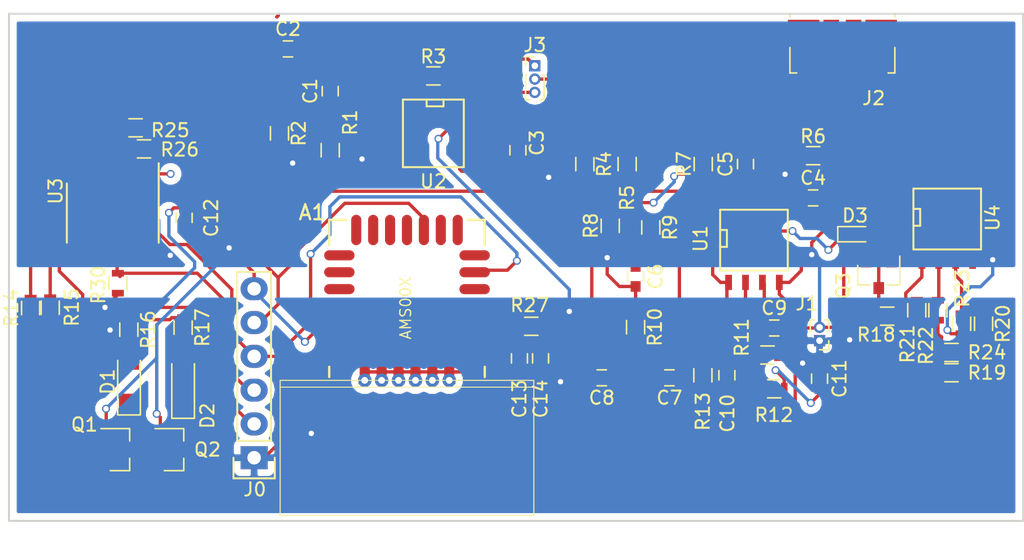
<source format=kicad_pcb>
(kicad_pcb (version 4) (host pcbnew 4.0.7-e2-6376~58~ubuntu16.04.1)

  (general
    (links 125)
    (no_connects 4)
    (area 115.063199 70.790999 191.387801 109.066401)
    (thickness 1.6)
    (drawings 4)
    (tracks 446)
    (zones 0)
    (modules 57)
    (nets 71)
  )

  (page A4)
  (layers
    (0 F.Cu signal)
    (31 B.Cu signal)
    (32 B.Adhes user)
    (33 F.Adhes user)
    (34 B.Paste user)
    (35 F.Paste user)
    (36 B.SilkS user)
    (37 F.SilkS user)
    (38 B.Mask user)
    (39 F.Mask user)
    (40 Dwgs.User user)
    (41 Cmts.User user)
    (42 Eco1.User user)
    (43 Eco2.User user)
    (44 Edge.Cuts user)
    (45 Margin user)
    (46 B.CrtYd user)
    (47 F.CrtYd user)
    (48 B.Fab user)
    (49 F.Fab user)
  )

  (setup
    (last_trace_width 0.25)
    (trace_clearance 0.2)
    (zone_clearance 0.508)
    (zone_45_only yes)
    (trace_min 0.1)
    (segment_width 0.2)
    (edge_width 0.15)
    (via_size 0.6)
    (via_drill 0.4)
    (via_min_size 0.4)
    (via_min_drill 0.3)
    (uvia_size 0.3)
    (uvia_drill 0.1)
    (uvias_allowed no)
    (uvia_min_size 0.2)
    (uvia_min_drill 0.1)
    (pcb_text_width 0.3)
    (pcb_text_size 1.5 1.5)
    (mod_edge_width 0.15)
    (mod_text_size 1 1)
    (mod_text_width 0.15)
    (pad_size 1.524 1.524)
    (pad_drill 0.762)
    (pad_to_mask_clearance 0.2)
    (aux_axis_origin 188.4045 73.7235)
    (visible_elements FFFEFF7F)
    (pcbplotparams
      (layerselection 0x00030_80000001)
      (usegerberextensions false)
      (excludeedgelayer true)
      (linewidth 0.100000)
      (plotframeref false)
      (viasonmask false)
      (mode 1)
      (useauxorigin false)
      (hpglpennumber 1)
      (hpglpenspeed 20)
      (hpglpendiameter 15)
      (hpglpenoverlay 2)
      (psnegative false)
      (psa4output false)
      (plotreference true)
      (plotvalue true)
      (plotinvisibletext false)
      (padsonsilk false)
      (subtractmaskfromsilk false)
      (outputformat 1)
      (mirror false)
      (drillshape 1)
      (scaleselection 1)
      (outputdirectory ""))
  )

  (net 0 "")
  (net 1 "Net-(Q1-Pad2)")
  (net 2 "Net-(D1-Pad1)")
  (net 3 GND)
  (net 4 "Net-(Q2-Pad2)")
  (net 5 "Net-(D2-Pad1)")
  (net 6 Signal1)
  (net 7 "Net-(C1-Pad1)")
  (net 8 Signal2)
  (net 9 "Net-(C2-Pad1)")
  (net 10 "Net-(C3-Pad2)")
  (net 11 "Net-(C3-Pad1)")
  (net 12 "Net-(C4-Pad1)")
  (net 13 "Net-(C5-Pad2)")
  (net 14 "Net-(C5-Pad1)")
  (net 15 "Net-(C6-Pad1)")
  (net 16 "Net-(C7-Pad2)")
  (net 17 "Net-(C7-Pad1)")
  (net 18 "Net-(C9-Pad1)")
  (net 19 "Net-(C10-Pad2)")
  (net 20 MSP430_INPUT_1.1)
  (net 21 "Net-(D1-Pad2)")
  (net 22 "Net-(D2-Pad2)")
  (net 23 "Net-(J2-Pad2)")
  (net 24 "Net-(R3-Pad1)")
  (net 25 "Net-(R3-Pad2)")
  (net 26 LED1)
  (net 27 LED2)
  (net 28 Reference)
  (net 29 "Net-(U3-Pad5)")
  (net 30 "Net-(U3-Pad6)")
  (net 31 "Net-(U3-Pad7)")
  (net 32 "Net-(U3-Pad10)")
  (net 33 "Net-(U3-Pad11)")
  (net 34 "Net-(U3-Pad12)")
  (net 35 "Net-(U3-Pad13)")
  (net 36 "Net-(U3-Pad14)")
  (net 37 "Net-(U3-Pad15)")
  (net 38 "Net-(U3-Pad18)")
  (net 39 "Net-(A1-Pad2)")
  (net 40 "Net-(A1-Pad3)")
  (net 41 "Net-(A1-Pad4)")
  (net 42 "Net-(A1-Pad5)")
  (net 43 RXD)
  (net 44 "Net-(A1-Pad7)")
  (net 45 "Net-(A1-Pad8)")
  (net 46 "Net-(A1-Pad9)")
  (net 47 TXD)
  (net 48 "Net-(A1-Pad11)")
  (net 49 "Net-(A1-Pad12)")
  (net 50 "Net-(A1-Pad13)")
  (net 51 "Net-(A1-Pad14)")
  (net 52 "Net-(A1-Pad15)")
  (net 53 "Net-(A1-Pad16)")
  (net 54 "Net-(A1-Pad17)")
  (net 55 "Net-(A1-Pad18)")
  (net 56 "Net-(A1-Pad20)")
  (net 57 +3.6V)
  (net 58 "Net-(D3-Pad2)")
  (net 59 TEST)
  (net 60 RST)
  (net 61 "Net-(J2-Pad1)")
  (net 62 "Net-(Q3-Pad1)")
  (net 63 +5V)
  (net 64 "Net-(R18-Pad2)")
  (net 65 "Net-(R21-Pad1)")
  (net 66 "Net-(R21-Pad2)")
  (net 67 "Net-(J2-Pad4)")
  (net 68 "Net-(J2-Pad6)")
  (net 69 "Net-(U3-Pad19)")
  (net 70 "Net-(R20-Pad1)")

  (net_class Default "This is the default net class."
    (clearance 0.2)
    (trace_width 0.25)
    (via_dia 0.6)
    (via_drill 0.4)
    (uvia_dia 0.3)
    (uvia_drill 0.1)
    (add_net +3.6V)
    (add_net +5V)
    (add_net GND)
    (add_net LED1)
    (add_net LED2)
    (add_net MSP430_INPUT_1.1)
    (add_net "Net-(A1-Pad11)")
    (add_net "Net-(A1-Pad12)")
    (add_net "Net-(A1-Pad13)")
    (add_net "Net-(A1-Pad14)")
    (add_net "Net-(A1-Pad15)")
    (add_net "Net-(A1-Pad16)")
    (add_net "Net-(A1-Pad17)")
    (add_net "Net-(A1-Pad18)")
    (add_net "Net-(A1-Pad2)")
    (add_net "Net-(A1-Pad20)")
    (add_net "Net-(A1-Pad3)")
    (add_net "Net-(A1-Pad4)")
    (add_net "Net-(A1-Pad5)")
    (add_net "Net-(A1-Pad7)")
    (add_net "Net-(A1-Pad8)")
    (add_net "Net-(A1-Pad9)")
    (add_net "Net-(C1-Pad1)")
    (add_net "Net-(C10-Pad2)")
    (add_net "Net-(C2-Pad1)")
    (add_net "Net-(C3-Pad1)")
    (add_net "Net-(C3-Pad2)")
    (add_net "Net-(C4-Pad1)")
    (add_net "Net-(C5-Pad1)")
    (add_net "Net-(C5-Pad2)")
    (add_net "Net-(C6-Pad1)")
    (add_net "Net-(C7-Pad1)")
    (add_net "Net-(C7-Pad2)")
    (add_net "Net-(C9-Pad1)")
    (add_net "Net-(D1-Pad1)")
    (add_net "Net-(D1-Pad2)")
    (add_net "Net-(D2-Pad1)")
    (add_net "Net-(D2-Pad2)")
    (add_net "Net-(D3-Pad2)")
    (add_net "Net-(J2-Pad1)")
    (add_net "Net-(J2-Pad2)")
    (add_net "Net-(J2-Pad4)")
    (add_net "Net-(J2-Pad6)")
    (add_net "Net-(Q1-Pad2)")
    (add_net "Net-(Q2-Pad2)")
    (add_net "Net-(Q3-Pad1)")
    (add_net "Net-(R18-Pad2)")
    (add_net "Net-(R20-Pad1)")
    (add_net "Net-(R21-Pad1)")
    (add_net "Net-(R21-Pad2)")
    (add_net "Net-(R3-Pad1)")
    (add_net "Net-(R3-Pad2)")
    (add_net "Net-(U3-Pad10)")
    (add_net "Net-(U3-Pad11)")
    (add_net "Net-(U3-Pad12)")
    (add_net "Net-(U3-Pad13)")
    (add_net "Net-(U3-Pad14)")
    (add_net "Net-(U3-Pad15)")
    (add_net "Net-(U3-Pad18)")
    (add_net "Net-(U3-Pad19)")
    (add_net "Net-(U3-Pad5)")
    (add_net "Net-(U3-Pad6)")
    (add_net "Net-(U3-Pad7)")
    (add_net RST)
    (add_net RXD)
    (add_net Reference)
    (add_net Signal1)
    (add_net Signal2)
    (add_net TEST)
    (add_net TXD)
  )

  (module Capacitors_SMD:C_0603 (layer F.Cu) (tedit 59958EE7) (tstamp 59E28C8C)
    (at 139.2682 76.6826 90)
    (descr "Capacitor SMD 0603, reflow soldering, AVX (see smccp.pdf)")
    (tags "capacitor 0603")
    (path /59DE64B3)
    (attr smd)
    (fp_text reference C1 (at 0 -1.5 90) (layer F.SilkS)
      (effects (font (size 1 1) (thickness 0.15)))
    )
    (fp_text value 1u (at 0 1.5 90) (layer F.Fab)
      (effects (font (size 1 1) (thickness 0.15)))
    )
    (fp_line (start 1.4 0.65) (end -1.4 0.65) (layer F.CrtYd) (width 0.05))
    (fp_line (start 1.4 0.65) (end 1.4 -0.65) (layer F.CrtYd) (width 0.05))
    (fp_line (start -1.4 -0.65) (end -1.4 0.65) (layer F.CrtYd) (width 0.05))
    (fp_line (start -1.4 -0.65) (end 1.4 -0.65) (layer F.CrtYd) (width 0.05))
    (fp_line (start 0.35 0.6) (end -0.35 0.6) (layer F.SilkS) (width 0.12))
    (fp_line (start -0.35 -0.6) (end 0.35 -0.6) (layer F.SilkS) (width 0.12))
    (fp_line (start -0.8 -0.4) (end 0.8 -0.4) (layer F.Fab) (width 0.1))
    (fp_line (start 0.8 -0.4) (end 0.8 0.4) (layer F.Fab) (width 0.1))
    (fp_line (start 0.8 0.4) (end -0.8 0.4) (layer F.Fab) (width 0.1))
    (fp_line (start -0.8 0.4) (end -0.8 -0.4) (layer F.Fab) (width 0.1))
    (fp_text user %R (at 0 0 90) (layer F.Fab)
      (effects (font (size 0.3 0.3) (thickness 0.075)))
    )
    (pad 2 smd rect (at 0.75 0 90) (size 0.8 0.75) (layers F.Cu F.Paste F.Mask)
      (net 6 Signal1))
    (pad 1 smd rect (at -0.75 0 90) (size 0.8 0.75) (layers F.Cu F.Paste F.Mask)
      (net 7 "Net-(C1-Pad1)"))
    (model Capacitors_SMD.3dshapes/C_0603.wrl
      (at (xyz 0 0 0))
      (scale (xyz 1 1 1))
      (rotate (xyz 0 0 0))
    )
  )

  (module Capacitors_SMD:C_0603 (layer F.Cu) (tedit 59958EE7) (tstamp 59E28C92)
    (at 136.0932 73.5076)
    (descr "Capacitor SMD 0603, reflow soldering, AVX (see smccp.pdf)")
    (tags "capacitor 0603")
    (path /59DE6527)
    (attr smd)
    (fp_text reference C2 (at 0 -1.5) (layer F.SilkS)
      (effects (font (size 1 1) (thickness 0.15)))
    )
    (fp_text value 1u (at 0 1.5) (layer F.Fab)
      (effects (font (size 1 1) (thickness 0.15)))
    )
    (fp_line (start 1.4 0.65) (end -1.4 0.65) (layer F.CrtYd) (width 0.05))
    (fp_line (start 1.4 0.65) (end 1.4 -0.65) (layer F.CrtYd) (width 0.05))
    (fp_line (start -1.4 -0.65) (end -1.4 0.65) (layer F.CrtYd) (width 0.05))
    (fp_line (start -1.4 -0.65) (end 1.4 -0.65) (layer F.CrtYd) (width 0.05))
    (fp_line (start 0.35 0.6) (end -0.35 0.6) (layer F.SilkS) (width 0.12))
    (fp_line (start -0.35 -0.6) (end 0.35 -0.6) (layer F.SilkS) (width 0.12))
    (fp_line (start -0.8 -0.4) (end 0.8 -0.4) (layer F.Fab) (width 0.1))
    (fp_line (start 0.8 -0.4) (end 0.8 0.4) (layer F.Fab) (width 0.1))
    (fp_line (start 0.8 0.4) (end -0.8 0.4) (layer F.Fab) (width 0.1))
    (fp_line (start -0.8 0.4) (end -0.8 -0.4) (layer F.Fab) (width 0.1))
    (fp_text user %R (at 0 0) (layer F.Fab)
      (effects (font (size 0.3 0.3) (thickness 0.075)))
    )
    (pad 2 smd rect (at 0.75 0) (size 0.8 0.75) (layers F.Cu F.Paste F.Mask)
      (net 8 Signal2))
    (pad 1 smd rect (at -0.75 0) (size 0.8 0.75) (layers F.Cu F.Paste F.Mask)
      (net 9 "Net-(C2-Pad1)"))
    (model Capacitors_SMD.3dshapes/C_0603.wrl
      (at (xyz 0 0 0))
      (scale (xyz 1 1 1))
      (rotate (xyz 0 0 0))
    )
  )

  (module Capacitors_SMD:C_0603 (layer F.Cu) (tedit 59FB655E) (tstamp 59E28C98)
    (at 153.3652 81.1276 90)
    (descr "Capacitor SMD 0603, reflow soldering, AVX (see smccp.pdf)")
    (tags "capacitor 0603")
    (path /59DE6B4C)
    (attr smd)
    (fp_text reference C3 (at 0.5588 1.4224 90) (layer F.SilkS)
      (effects (font (size 1 1) (thickness 0.15)))
    )
    (fp_text value 1u (at 0 1.5 90) (layer F.Fab)
      (effects (font (size 1 1) (thickness 0.15)))
    )
    (fp_line (start 1.4 0.65) (end -1.4 0.65) (layer F.CrtYd) (width 0.05))
    (fp_line (start 1.4 0.65) (end 1.4 -0.65) (layer F.CrtYd) (width 0.05))
    (fp_line (start -1.4 -0.65) (end -1.4 0.65) (layer F.CrtYd) (width 0.05))
    (fp_line (start -1.4 -0.65) (end 1.4 -0.65) (layer F.CrtYd) (width 0.05))
    (fp_line (start 0.35 0.6) (end -0.35 0.6) (layer F.SilkS) (width 0.12))
    (fp_line (start -0.35 -0.6) (end 0.35 -0.6) (layer F.SilkS) (width 0.12))
    (fp_line (start -0.8 -0.4) (end 0.8 -0.4) (layer F.Fab) (width 0.1))
    (fp_line (start 0.8 -0.4) (end 0.8 0.4) (layer F.Fab) (width 0.1))
    (fp_line (start 0.8 0.4) (end -0.8 0.4) (layer F.Fab) (width 0.1))
    (fp_line (start -0.8 0.4) (end -0.8 -0.4) (layer F.Fab) (width 0.1))
    (fp_text user %R (at 0 0 90) (layer F.Fab)
      (effects (font (size 0.3 0.3) (thickness 0.075)))
    )
    (pad 2 smd rect (at 0.75 0 90) (size 0.8 0.75) (layers F.Cu F.Paste F.Mask)
      (net 10 "Net-(C3-Pad2)"))
    (pad 1 smd rect (at -0.75 0 90) (size 0.8 0.75) (layers F.Cu F.Paste F.Mask)
      (net 11 "Net-(C3-Pad1)"))
    (model Capacitors_SMD.3dshapes/C_0603.wrl
      (at (xyz 0 0 0))
      (scale (xyz 1 1 1))
      (rotate (xyz 0 0 0))
    )
  )

  (module Capacitors_SMD:C_0603 (layer F.Cu) (tedit 59958EE7) (tstamp 59E28C9E)
    (at 175.5394 84.709)
    (descr "Capacitor SMD 0603, reflow soldering, AVX (see smccp.pdf)")
    (tags "capacitor 0603")
    (path /59DE7494)
    (attr smd)
    (fp_text reference C4 (at 0 -1.5) (layer F.SilkS)
      (effects (font (size 1 1) (thickness 0.15)))
    )
    (fp_text value C220n (at 0 1.5) (layer F.Fab)
      (effects (font (size 1 1) (thickness 0.15)))
    )
    (fp_line (start 1.4 0.65) (end -1.4 0.65) (layer F.CrtYd) (width 0.05))
    (fp_line (start 1.4 0.65) (end 1.4 -0.65) (layer F.CrtYd) (width 0.05))
    (fp_line (start -1.4 -0.65) (end -1.4 0.65) (layer F.CrtYd) (width 0.05))
    (fp_line (start -1.4 -0.65) (end 1.4 -0.65) (layer F.CrtYd) (width 0.05))
    (fp_line (start 0.35 0.6) (end -0.35 0.6) (layer F.SilkS) (width 0.12))
    (fp_line (start -0.35 -0.6) (end 0.35 -0.6) (layer F.SilkS) (width 0.12))
    (fp_line (start -0.8 -0.4) (end 0.8 -0.4) (layer F.Fab) (width 0.1))
    (fp_line (start 0.8 -0.4) (end 0.8 0.4) (layer F.Fab) (width 0.1))
    (fp_line (start 0.8 0.4) (end -0.8 0.4) (layer F.Fab) (width 0.1))
    (fp_line (start -0.8 0.4) (end -0.8 -0.4) (layer F.Fab) (width 0.1))
    (fp_text user %R (at 0 0) (layer F.Fab)
      (effects (font (size 0.3 0.3) (thickness 0.075)))
    )
    (pad 2 smd rect (at 0.75 0) (size 0.8 0.75) (layers F.Cu F.Paste F.Mask)
      (net 3 GND))
    (pad 1 smd rect (at -0.75 0) (size 0.8 0.75) (layers F.Cu F.Paste F.Mask)
      (net 12 "Net-(C4-Pad1)"))
    (model Capacitors_SMD.3dshapes/C_0603.wrl
      (at (xyz 0 0 0))
      (scale (xyz 1 1 1))
      (rotate (xyz 0 0 0))
    )
  )

  (module Capacitors_SMD:C_0603 (layer F.Cu) (tedit 59E4FC05) (tstamp 59E28CA4)
    (at 170.4594 82.169 90)
    (descr "Capacitor SMD 0603, reflow soldering, AVX (see smccp.pdf)")
    (tags "capacitor 0603")
    (path /59DE7CB7)
    (attr smd)
    (fp_text reference C5 (at 0 -1.5 90) (layer F.SilkS)
      (effects (font (size 1 1) (thickness 0.15)))
    )
    (fp_text value 220n (at 3.175 0 90) (layer F.Fab)
      (effects (font (size 1 1) (thickness 0.15)))
    )
    (fp_line (start 1.4 0.65) (end -1.4 0.65) (layer F.CrtYd) (width 0.05))
    (fp_line (start 1.4 0.65) (end 1.4 -0.65) (layer F.CrtYd) (width 0.05))
    (fp_line (start -1.4 -0.65) (end -1.4 0.65) (layer F.CrtYd) (width 0.05))
    (fp_line (start -1.4 -0.65) (end 1.4 -0.65) (layer F.CrtYd) (width 0.05))
    (fp_line (start 0.35 0.6) (end -0.35 0.6) (layer F.SilkS) (width 0.12))
    (fp_line (start -0.35 -0.6) (end 0.35 -0.6) (layer F.SilkS) (width 0.12))
    (fp_line (start -0.8 -0.4) (end 0.8 -0.4) (layer F.Fab) (width 0.1))
    (fp_line (start 0.8 -0.4) (end 0.8 0.4) (layer F.Fab) (width 0.1))
    (fp_line (start 0.8 0.4) (end -0.8 0.4) (layer F.Fab) (width 0.1))
    (fp_line (start -0.8 0.4) (end -0.8 -0.4) (layer F.Fab) (width 0.1))
    (fp_text user %R (at 0 0 90) (layer F.Fab)
      (effects (font (size 0.3 0.3) (thickness 0.075)))
    )
    (pad 2 smd rect (at 0.75 0 90) (size 0.8 0.75) (layers F.Cu F.Paste F.Mask)
      (net 13 "Net-(C5-Pad2)"))
    (pad 1 smd rect (at -0.75 0 90) (size 0.8 0.75) (layers F.Cu F.Paste F.Mask)
      (net 14 "Net-(C5-Pad1)"))
    (model Capacitors_SMD.3dshapes/C_0603.wrl
      (at (xyz 0 0 0))
      (scale (xyz 1 1 1))
      (rotate (xyz 0 0 0))
    )
  )

  (module Capacitors_SMD:C_0603 (layer F.Cu) (tedit 59958EE7) (tstamp 59E28CAA)
    (at 162.2044 90.6145 270)
    (descr "Capacitor SMD 0603, reflow soldering, AVX (see smccp.pdf)")
    (tags "capacitor 0603")
    (path /59DE8059)
    (attr smd)
    (fp_text reference C6 (at 0 -1.5 270) (layer F.SilkS)
      (effects (font (size 1 1) (thickness 0.15)))
    )
    (fp_text value 52n (at 0 1.5 270) (layer F.Fab)
      (effects (font (size 1 1) (thickness 0.15)))
    )
    (fp_line (start 1.4 0.65) (end -1.4 0.65) (layer F.CrtYd) (width 0.05))
    (fp_line (start 1.4 0.65) (end 1.4 -0.65) (layer F.CrtYd) (width 0.05))
    (fp_line (start -1.4 -0.65) (end -1.4 0.65) (layer F.CrtYd) (width 0.05))
    (fp_line (start -1.4 -0.65) (end 1.4 -0.65) (layer F.CrtYd) (width 0.05))
    (fp_line (start 0.35 0.6) (end -0.35 0.6) (layer F.SilkS) (width 0.12))
    (fp_line (start -0.35 -0.6) (end 0.35 -0.6) (layer F.SilkS) (width 0.12))
    (fp_line (start -0.8 -0.4) (end 0.8 -0.4) (layer F.Fab) (width 0.1))
    (fp_line (start 0.8 -0.4) (end 0.8 0.4) (layer F.Fab) (width 0.1))
    (fp_line (start 0.8 0.4) (end -0.8 0.4) (layer F.Fab) (width 0.1))
    (fp_line (start -0.8 0.4) (end -0.8 -0.4) (layer F.Fab) (width 0.1))
    (fp_text user %R (at 0 0 270) (layer F.Fab)
      (effects (font (size 0.3 0.3) (thickness 0.075)))
    )
    (pad 2 smd rect (at 0.75 0 270) (size 0.8 0.75) (layers F.Cu F.Paste F.Mask)
      (net 3 GND))
    (pad 1 smd rect (at -0.75 0 270) (size 0.8 0.75) (layers F.Cu F.Paste F.Mask)
      (net 15 "Net-(C6-Pad1)"))
    (model Capacitors_SMD.3dshapes/C_0603.wrl
      (at (xyz 0 0 0))
      (scale (xyz 1 1 1))
      (rotate (xyz 0 0 0))
    )
  )

  (module Capacitors_SMD:C_0603 (layer F.Cu) (tedit 59958EE7) (tstamp 59E28CB0)
    (at 164.7444 98.2345 180)
    (descr "Capacitor SMD 0603, reflow soldering, AVX (see smccp.pdf)")
    (tags "capacitor 0603")
    (path /59DE8118)
    (attr smd)
    (fp_text reference C7 (at 0 -1.5 180) (layer F.SilkS)
      (effects (font (size 1 1) (thickness 0.15)))
    )
    (fp_text value 26n (at 0 1.5 180) (layer F.Fab)
      (effects (font (size 1 1) (thickness 0.15)))
    )
    (fp_line (start 1.4 0.65) (end -1.4 0.65) (layer F.CrtYd) (width 0.05))
    (fp_line (start 1.4 0.65) (end 1.4 -0.65) (layer F.CrtYd) (width 0.05))
    (fp_line (start -1.4 -0.65) (end -1.4 0.65) (layer F.CrtYd) (width 0.05))
    (fp_line (start -1.4 -0.65) (end 1.4 -0.65) (layer F.CrtYd) (width 0.05))
    (fp_line (start 0.35 0.6) (end -0.35 0.6) (layer F.SilkS) (width 0.12))
    (fp_line (start -0.35 -0.6) (end 0.35 -0.6) (layer F.SilkS) (width 0.12))
    (fp_line (start -0.8 -0.4) (end 0.8 -0.4) (layer F.Fab) (width 0.1))
    (fp_line (start 0.8 -0.4) (end 0.8 0.4) (layer F.Fab) (width 0.1))
    (fp_line (start 0.8 0.4) (end -0.8 0.4) (layer F.Fab) (width 0.1))
    (fp_line (start -0.8 0.4) (end -0.8 -0.4) (layer F.Fab) (width 0.1))
    (fp_text user %R (at 0 0 180) (layer F.Fab)
      (effects (font (size 0.3 0.3) (thickness 0.075)))
    )
    (pad 2 smd rect (at 0.75 0 180) (size 0.8 0.75) (layers F.Cu F.Paste F.Mask)
      (net 16 "Net-(C7-Pad2)"))
    (pad 1 smd rect (at -0.75 0 180) (size 0.8 0.75) (layers F.Cu F.Paste F.Mask)
      (net 17 "Net-(C7-Pad1)"))
    (model Capacitors_SMD.3dshapes/C_0603.wrl
      (at (xyz 0 0 0))
      (scale (xyz 1 1 1))
      (rotate (xyz 0 0 0))
    )
  )

  (module Capacitors_SMD:C_0603 (layer F.Cu) (tedit 59958EE7) (tstamp 59E28CB6)
    (at 159.6644 98.2345 180)
    (descr "Capacitor SMD 0603, reflow soldering, AVX (see smccp.pdf)")
    (tags "capacitor 0603")
    (path /59DE80B6)
    (attr smd)
    (fp_text reference C8 (at 0 -1.5 180) (layer F.SilkS)
      (effects (font (size 1 1) (thickness 0.15)))
    )
    (fp_text value 26n (at 0 1.5 180) (layer F.Fab)
      (effects (font (size 1 1) (thickness 0.15)))
    )
    (fp_line (start 1.4 0.65) (end -1.4 0.65) (layer F.CrtYd) (width 0.05))
    (fp_line (start 1.4 0.65) (end 1.4 -0.65) (layer F.CrtYd) (width 0.05))
    (fp_line (start -1.4 -0.65) (end -1.4 0.65) (layer F.CrtYd) (width 0.05))
    (fp_line (start -1.4 -0.65) (end 1.4 -0.65) (layer F.CrtYd) (width 0.05))
    (fp_line (start 0.35 0.6) (end -0.35 0.6) (layer F.SilkS) (width 0.12))
    (fp_line (start -0.35 -0.6) (end 0.35 -0.6) (layer F.SilkS) (width 0.12))
    (fp_line (start -0.8 -0.4) (end 0.8 -0.4) (layer F.Fab) (width 0.1))
    (fp_line (start 0.8 -0.4) (end 0.8 0.4) (layer F.Fab) (width 0.1))
    (fp_line (start 0.8 0.4) (end -0.8 0.4) (layer F.Fab) (width 0.1))
    (fp_line (start -0.8 0.4) (end -0.8 -0.4) (layer F.Fab) (width 0.1))
    (fp_text user %R (at 0 0 180) (layer F.Fab)
      (effects (font (size 0.3 0.3) (thickness 0.075)))
    )
    (pad 2 smd rect (at 0.75 0 180) (size 0.8 0.75) (layers F.Cu F.Paste F.Mask)
      (net 14 "Net-(C5-Pad1)"))
    (pad 1 smd rect (at -0.75 0 180) (size 0.8 0.75) (layers F.Cu F.Paste F.Mask)
      (net 16 "Net-(C7-Pad2)"))
    (model Capacitors_SMD.3dshapes/C_0603.wrl
      (at (xyz 0 0 0))
      (scale (xyz 1 1 1))
      (rotate (xyz 0 0 0))
    )
  )

  (module Capacitors_SMD:C_0603 (layer F.Cu) (tedit 59958EE7) (tstamp 59E28CBC)
    (at 172.6184 94.488)
    (descr "Capacitor SMD 0603, reflow soldering, AVX (see smccp.pdf)")
    (tags "capacitor 0603")
    (path /59DE960C)
    (attr smd)
    (fp_text reference C9 (at 0 -1.5) (layer F.SilkS)
      (effects (font (size 1 1) (thickness 0.15)))
    )
    (fp_text value 220n (at 0 1.5) (layer F.Fab)
      (effects (font (size 1 1) (thickness 0.15)))
    )
    (fp_line (start 1.4 0.65) (end -1.4 0.65) (layer F.CrtYd) (width 0.05))
    (fp_line (start 1.4 0.65) (end 1.4 -0.65) (layer F.CrtYd) (width 0.05))
    (fp_line (start -1.4 -0.65) (end -1.4 0.65) (layer F.CrtYd) (width 0.05))
    (fp_line (start -1.4 -0.65) (end 1.4 -0.65) (layer F.CrtYd) (width 0.05))
    (fp_line (start 0.35 0.6) (end -0.35 0.6) (layer F.SilkS) (width 0.12))
    (fp_line (start -0.35 -0.6) (end 0.35 -0.6) (layer F.SilkS) (width 0.12))
    (fp_line (start -0.8 -0.4) (end 0.8 -0.4) (layer F.Fab) (width 0.1))
    (fp_line (start 0.8 -0.4) (end 0.8 0.4) (layer F.Fab) (width 0.1))
    (fp_line (start 0.8 0.4) (end -0.8 0.4) (layer F.Fab) (width 0.1))
    (fp_line (start -0.8 0.4) (end -0.8 -0.4) (layer F.Fab) (width 0.1))
    (fp_text user %R (at 0 0) (layer F.Fab)
      (effects (font (size 0.3 0.3) (thickness 0.075)))
    )
    (pad 2 smd rect (at 0.75 0) (size 0.8 0.75) (layers F.Cu F.Paste F.Mask)
      (net 3 GND))
    (pad 1 smd rect (at -0.75 0) (size 0.8 0.75) (layers F.Cu F.Paste F.Mask)
      (net 18 "Net-(C9-Pad1)"))
    (model Capacitors_SMD.3dshapes/C_0603.wrl
      (at (xyz 0 0 0))
      (scale (xyz 1 1 1))
      (rotate (xyz 0 0 0))
    )
  )

  (module Capacitors_SMD:C_0603 (layer F.Cu) (tedit 59F76CFA) (tstamp 59E28CC2)
    (at 169.0624 98.044 270)
    (descr "Capacitor SMD 0603, reflow soldering, AVX (see smccp.pdf)")
    (tags "capacitor 0603")
    (path /59DE958F)
    (attr smd)
    (fp_text reference C10 (at 2.8575 -0.0381 270) (layer F.SilkS)
      (effects (font (size 1 1) (thickness 0.15)))
    )
    (fp_text value 220n (at 0 1.5 270) (layer F.Fab)
      (effects (font (size 1 1) (thickness 0.15)))
    )
    (fp_line (start 1.4 0.65) (end -1.4 0.65) (layer F.CrtYd) (width 0.05))
    (fp_line (start 1.4 0.65) (end 1.4 -0.65) (layer F.CrtYd) (width 0.05))
    (fp_line (start -1.4 -0.65) (end -1.4 0.65) (layer F.CrtYd) (width 0.05))
    (fp_line (start -1.4 -0.65) (end 1.4 -0.65) (layer F.CrtYd) (width 0.05))
    (fp_line (start 0.35 0.6) (end -0.35 0.6) (layer F.SilkS) (width 0.12))
    (fp_line (start -0.35 -0.6) (end 0.35 -0.6) (layer F.SilkS) (width 0.12))
    (fp_line (start -0.8 -0.4) (end 0.8 -0.4) (layer F.Fab) (width 0.1))
    (fp_line (start 0.8 -0.4) (end 0.8 0.4) (layer F.Fab) (width 0.1))
    (fp_line (start 0.8 0.4) (end -0.8 0.4) (layer F.Fab) (width 0.1))
    (fp_line (start -0.8 0.4) (end -0.8 -0.4) (layer F.Fab) (width 0.1))
    (fp_text user %R (at 0 0 270) (layer F.Fab)
      (effects (font (size 0.3 0.3) (thickness 0.075)))
    )
    (pad 2 smd rect (at 0.75 0 270) (size 0.8 0.75) (layers F.Cu F.Paste F.Mask)
      (net 19 "Net-(C10-Pad2)"))
    (pad 1 smd rect (at -0.75 0 270) (size 0.8 0.75) (layers F.Cu F.Paste F.Mask)
      (net 20 MSP430_INPUT_1.1))
    (model Capacitors_SMD.3dshapes/C_0603.wrl
      (at (xyz 0 0 0))
      (scale (xyz 1 1 1))
      (rotate (xyz 0 0 0))
    )
  )

  (module Capacitors_SMD:C_0603 (layer F.Cu) (tedit 59958EE7) (tstamp 59E28CC8)
    (at 176.022 98.298 270)
    (descr "Capacitor SMD 0603, reflow soldering, AVX (see smccp.pdf)")
    (tags "capacitor 0603")
    (path /59DE708B)
    (attr smd)
    (fp_text reference C11 (at 0 -1.5 270) (layer F.SilkS)
      (effects (font (size 1 1) (thickness 0.15)))
    )
    (fp_text value 220n (at 0 1.5 270) (layer F.Fab)
      (effects (font (size 1 1) (thickness 0.15)))
    )
    (fp_line (start 1.4 0.65) (end -1.4 0.65) (layer F.CrtYd) (width 0.05))
    (fp_line (start 1.4 0.65) (end 1.4 -0.65) (layer F.CrtYd) (width 0.05))
    (fp_line (start -1.4 -0.65) (end -1.4 0.65) (layer F.CrtYd) (width 0.05))
    (fp_line (start -1.4 -0.65) (end 1.4 -0.65) (layer F.CrtYd) (width 0.05))
    (fp_line (start 0.35 0.6) (end -0.35 0.6) (layer F.SilkS) (width 0.12))
    (fp_line (start -0.35 -0.6) (end 0.35 -0.6) (layer F.SilkS) (width 0.12))
    (fp_line (start -0.8 -0.4) (end 0.8 -0.4) (layer F.Fab) (width 0.1))
    (fp_line (start 0.8 -0.4) (end 0.8 0.4) (layer F.Fab) (width 0.1))
    (fp_line (start 0.8 0.4) (end -0.8 0.4) (layer F.Fab) (width 0.1))
    (fp_line (start -0.8 0.4) (end -0.8 -0.4) (layer F.Fab) (width 0.1))
    (fp_text user %R (at 0 0 270) (layer F.Fab)
      (effects (font (size 0.3 0.3) (thickness 0.075)))
    )
    (pad 2 smd rect (at 0.75 0 270) (size 0.8 0.75) (layers F.Cu F.Paste F.Mask)
      (net 3 GND))
    (pad 1 smd rect (at -0.75 0 270) (size 0.8 0.75) (layers F.Cu F.Paste F.Mask)
      (net 57 +3.6V))
    (model Capacitors_SMD.3dshapes/C_0603.wrl
      (at (xyz 0 0 0))
      (scale (xyz 1 1 1))
      (rotate (xyz 0 0 0))
    )
  )

  (module Capacitors_SMD:C_0603 (layer F.Cu) (tedit 59E4FCDB) (tstamp 59E28CCE)
    (at 128.2954 86.2076 270)
    (descr "Capacitor SMD 0603, reflow soldering, AVX (see smccp.pdf)")
    (tags "capacitor 0603")
    (path /59DE6C40)
    (attr smd)
    (fp_text reference C12 (at 0 -2.032 270) (layer F.SilkS)
      (effects (font (size 1 1) (thickness 0.15)))
    )
    (fp_text value 220n (at 0 1.5 270) (layer F.Fab)
      (effects (font (size 1 1) (thickness 0.15)))
    )
    (fp_line (start 1.4 0.65) (end -1.4 0.65) (layer F.CrtYd) (width 0.05))
    (fp_line (start 1.4 0.65) (end 1.4 -0.65) (layer F.CrtYd) (width 0.05))
    (fp_line (start -1.4 -0.65) (end -1.4 0.65) (layer F.CrtYd) (width 0.05))
    (fp_line (start -1.4 -0.65) (end 1.4 -0.65) (layer F.CrtYd) (width 0.05))
    (fp_line (start 0.35 0.6) (end -0.35 0.6) (layer F.SilkS) (width 0.12))
    (fp_line (start -0.35 -0.6) (end 0.35 -0.6) (layer F.SilkS) (width 0.12))
    (fp_line (start -0.8 -0.4) (end 0.8 -0.4) (layer F.Fab) (width 0.1))
    (fp_line (start 0.8 -0.4) (end 0.8 0.4) (layer F.Fab) (width 0.1))
    (fp_line (start 0.8 0.4) (end -0.8 0.4) (layer F.Fab) (width 0.1))
    (fp_line (start -0.8 0.4) (end -0.8 -0.4) (layer F.Fab) (width 0.1))
    (fp_text user %R (at 0 0 270) (layer F.Fab)
      (effects (font (size 0.3 0.3) (thickness 0.075)))
    )
    (pad 2 smd rect (at 0.75 0 270) (size 0.8 0.75) (layers F.Cu F.Paste F.Mask)
      (net 3 GND))
    (pad 1 smd rect (at -0.75 0 270) (size 0.8 0.75) (layers F.Cu F.Paste F.Mask)
      (net 57 +3.6V))
    (model Capacitors_SMD.3dshapes/C_0603.wrl
      (at (xyz 0 0 0))
      (scale (xyz 1 1 1))
      (rotate (xyz 0 0 0))
    )
  )

  (module LEDs:LED_1206 (layer F.Cu) (tedit 59F76A72) (tstamp 59E28CD4)
    (at 124.1552 98.5266 90)
    (descr "LED 1206 smd package")
    (tags "LED led 1206 SMD smd SMT smt smdled SMDLED smtled SMTLED")
    (path /59DF1835)
    (attr smd)
    (fp_text reference D1 (at 0 -1.6 90) (layer F.SilkS)
      (effects (font (size 1 1) (thickness 0.15)))
    )
    (fp_text value LED (at -0.0254 1.8288 90) (layer F.Fab)
      (effects (font (size 1 1) (thickness 0.15)))
    )
    (fp_line (start -2.5 -0.85) (end -2.5 0.85) (layer F.SilkS) (width 0.12))
    (fp_line (start -0.45 -0.4) (end -0.45 0.4) (layer F.Fab) (width 0.1))
    (fp_line (start -0.4 0) (end 0.2 -0.4) (layer F.Fab) (width 0.1))
    (fp_line (start 0.2 0.4) (end -0.4 0) (layer F.Fab) (width 0.1))
    (fp_line (start 0.2 -0.4) (end 0.2 0.4) (layer F.Fab) (width 0.1))
    (fp_line (start 1.6 0.8) (end -1.6 0.8) (layer F.Fab) (width 0.1))
    (fp_line (start 1.6 -0.8) (end 1.6 0.8) (layer F.Fab) (width 0.1))
    (fp_line (start -1.6 -0.8) (end 1.6 -0.8) (layer F.Fab) (width 0.1))
    (fp_line (start -1.6 0.8) (end -1.6 -0.8) (layer F.Fab) (width 0.1))
    (fp_line (start -2.45 0.85) (end 1.6 0.85) (layer F.SilkS) (width 0.12))
    (fp_line (start -2.45 -0.85) (end 1.6 -0.85) (layer F.SilkS) (width 0.12))
    (fp_line (start 2.65 -1) (end 2.65 1) (layer F.CrtYd) (width 0.05))
    (fp_line (start 2.65 1) (end -2.65 1) (layer F.CrtYd) (width 0.05))
    (fp_line (start -2.65 1) (end -2.65 -1) (layer F.CrtYd) (width 0.05))
    (fp_line (start -2.65 -1) (end 2.65 -1) (layer F.CrtYd) (width 0.05))
    (pad 2 smd rect (at 1.65 0 270) (size 1.5 1.5) (layers F.Cu F.Paste F.Mask)
      (net 21 "Net-(D1-Pad2)"))
    (pad 1 smd rect (at -1.65 0 270) (size 1.5 1.5) (layers F.Cu F.Paste F.Mask)
      (net 2 "Net-(D1-Pad1)"))
    (model ${KISYS3DMOD}/LEDs.3dshapes/LED_1206.wrl
      (at (xyz 0 0 0))
      (scale (xyz 1 1 1))
      (rotate (xyz 0 0 180))
    )
  )

  (module LEDs:LED_1206 (layer F.Cu) (tedit 59F76A89) (tstamp 59E28CDA)
    (at 128.2192 98.7806 90)
    (descr "LED 1206 smd package")
    (tags "LED led 1206 SMD smd SMT smt smdled SMDLED smtled SMTLED")
    (path /59DF15BF)
    (attr smd)
    (fp_text reference D2 (at -2.3114 1.8288 90) (layer F.SilkS)
      (effects (font (size 1 1) (thickness 0.15)))
    )
    (fp_text value LED (at 0 1.7 90) (layer F.Fab)
      (effects (font (size 1 1) (thickness 0.15)))
    )
    (fp_line (start -2.5 -0.85) (end -2.5 0.85) (layer F.SilkS) (width 0.12))
    (fp_line (start -0.45 -0.4) (end -0.45 0.4) (layer F.Fab) (width 0.1))
    (fp_line (start -0.4 0) (end 0.2 -0.4) (layer F.Fab) (width 0.1))
    (fp_line (start 0.2 0.4) (end -0.4 0) (layer F.Fab) (width 0.1))
    (fp_line (start 0.2 -0.4) (end 0.2 0.4) (layer F.Fab) (width 0.1))
    (fp_line (start 1.6 0.8) (end -1.6 0.8) (layer F.Fab) (width 0.1))
    (fp_line (start 1.6 -0.8) (end 1.6 0.8) (layer F.Fab) (width 0.1))
    (fp_line (start -1.6 -0.8) (end 1.6 -0.8) (layer F.Fab) (width 0.1))
    (fp_line (start -1.6 0.8) (end -1.6 -0.8) (layer F.Fab) (width 0.1))
    (fp_line (start -2.45 0.85) (end 1.6 0.85) (layer F.SilkS) (width 0.12))
    (fp_line (start -2.45 -0.85) (end 1.6 -0.85) (layer F.SilkS) (width 0.12))
    (fp_line (start 2.65 -1) (end 2.65 1) (layer F.CrtYd) (width 0.05))
    (fp_line (start 2.65 1) (end -2.65 1) (layer F.CrtYd) (width 0.05))
    (fp_line (start -2.65 1) (end -2.65 -1) (layer F.CrtYd) (width 0.05))
    (fp_line (start -2.65 -1) (end 2.65 -1) (layer F.CrtYd) (width 0.05))
    (pad 2 smd rect (at 1.65 0 270) (size 1.5 1.5) (layers F.Cu F.Paste F.Mask)
      (net 22 "Net-(D2-Pad2)"))
    (pad 1 smd rect (at -1.65 0 270) (size 1.5 1.5) (layers F.Cu F.Paste F.Mask)
      (net 5 "Net-(D2-Pad1)"))
    (model ${KISYS3DMOD}/LEDs.3dshapes/LED_1206.wrl
      (at (xyz 0 0 0))
      (scale (xyz 1 1 1))
      (rotate (xyz 0 0 180))
    )
  )

  (module Pin_Headers:Pin_Header_Straight_1x02_Pitch1.00mm (layer F.Cu) (tedit 59FB64BD) (tstamp 59E28CE0)
    (at 176.022 95.4405 180)
    (descr "Through hole straight pin header, 1x02, 1.00mm pitch, single row")
    (tags "Through hole pin header THT 1x02 1.00mm single row")
    (path /59DE7023)
    (fp_text reference J1 (at 0.9525 2.794 180) (layer F.SilkS)
      (effects (font (size 1 1) (thickness 0.15)))
    )
    (fp_text value Conn_01x02_Male (at 0 2.56 180) (layer F.Fab)
      (effects (font (size 1 1) (thickness 0.15)))
    )
    (fp_line (start -0.3175 -0.5) (end 0.635 -0.5) (layer F.Fab) (width 0.1))
    (fp_line (start 0.635 -0.5) (end 0.635 1.5) (layer F.Fab) (width 0.1))
    (fp_line (start 0.635 1.5) (end -0.635 1.5) (layer F.Fab) (width 0.1))
    (fp_line (start -0.635 1.5) (end -0.635 -0.1825) (layer F.Fab) (width 0.1))
    (fp_line (start -0.635 -0.1825) (end -0.3175 -0.5) (layer F.Fab) (width 0.1))
    (fp_line (start -0.695 1.56) (end -0.394493 1.56) (layer F.SilkS) (width 0.12))
    (fp_line (start 0.394493 1.56) (end 0.695 1.56) (layer F.SilkS) (width 0.12))
    (fp_line (start -0.695 0.685) (end -0.695 1.56) (layer F.SilkS) (width 0.12))
    (fp_line (start 0.695 0.685) (end 0.695 1.56) (layer F.SilkS) (width 0.12))
    (fp_line (start -0.695 0.685) (end -0.608276 0.685) (layer F.SilkS) (width 0.12))
    (fp_line (start 0.608276 0.685) (end 0.695 0.685) (layer F.SilkS) (width 0.12))
    (fp_line (start -0.695 0) (end -0.695 -0.685) (layer F.SilkS) (width 0.12))
    (fp_line (start -0.695 -0.685) (end 0 -0.685) (layer F.SilkS) (width 0.12))
    (fp_line (start -1.15 -1) (end -1.15 2) (layer F.CrtYd) (width 0.05))
    (fp_line (start -1.15 2) (end 1.15 2) (layer F.CrtYd) (width 0.05))
    (fp_line (start 1.15 2) (end 1.15 -1) (layer F.CrtYd) (width 0.05))
    (fp_line (start 1.15 -1) (end -1.15 -1) (layer F.CrtYd) (width 0.05))
    (fp_text user %R (at 0 0.5 270) (layer F.Fab)
      (effects (font (size 0.76 0.76) (thickness 0.114)))
    )
    (pad 1 thru_hole rect (at 0 0 180) (size 0.85 0.85) (drill 0.5) (layers *.Cu *.Mask)
      (net 57 +3.6V))
    (pad 2 thru_hole oval (at 0 1 180) (size 0.85 0.85) (drill 0.5) (layers *.Cu *.Mask)
      (net 3 GND))
    (model ${KISYS3DMOD}/Pin_Headers.3dshapes/Pin_Header_Straight_1x02_Pitch1.00mm.wrl
      (at (xyz 0 0 0))
      (scale (xyz 1 1 1))
      (rotate (xyz 0 0 0))
    )
  )

  (module Resistors_SMD:R_0603 (layer F.Cu) (tedit 59FB654E) (tstamp 59E28CF2)
    (at 139.2682 81.1276 270)
    (descr "Resistor SMD 0603, reflow soldering, Vishay (see dcrcw.pdf)")
    (tags "resistor 0603")
    (path /59DE6556)
    (attr smd)
    (fp_text reference R1 (at -2.0828 -1.4986 270) (layer F.SilkS)
      (effects (font (size 1 1) (thickness 0.15)))
    )
    (fp_text value 1M (at 0 1.5 270) (layer F.Fab)
      (effects (font (size 1 1) (thickness 0.15)))
    )
    (fp_text user %R (at 0 0 270) (layer F.Fab)
      (effects (font (size 0.4 0.4) (thickness 0.075)))
    )
    (fp_line (start -0.8 0.4) (end -0.8 -0.4) (layer F.Fab) (width 0.1))
    (fp_line (start 0.8 0.4) (end -0.8 0.4) (layer F.Fab) (width 0.1))
    (fp_line (start 0.8 -0.4) (end 0.8 0.4) (layer F.Fab) (width 0.1))
    (fp_line (start -0.8 -0.4) (end 0.8 -0.4) (layer F.Fab) (width 0.1))
    (fp_line (start 0.5 0.68) (end -0.5 0.68) (layer F.SilkS) (width 0.12))
    (fp_line (start -0.5 -0.68) (end 0.5 -0.68) (layer F.SilkS) (width 0.12))
    (fp_line (start -1.25 -0.7) (end 1.25 -0.7) (layer F.CrtYd) (width 0.05))
    (fp_line (start -1.25 -0.7) (end -1.25 0.7) (layer F.CrtYd) (width 0.05))
    (fp_line (start 1.25 0.7) (end 1.25 -0.7) (layer F.CrtYd) (width 0.05))
    (fp_line (start 1.25 0.7) (end -1.25 0.7) (layer F.CrtYd) (width 0.05))
    (pad 1 smd rect (at -0.75 0 270) (size 0.5 0.9) (layers F.Cu F.Paste F.Mask)
      (net 7 "Net-(C1-Pad1)"))
    (pad 2 smd rect (at 0.75 0 270) (size 0.5 0.9) (layers F.Cu F.Paste F.Mask)
      (net 3 GND))
    (model ${KISYS3DMOD}/Resistors_SMD.3dshapes/R_0603.wrl
      (at (xyz 0 0 0))
      (scale (xyz 1 1 1))
      (rotate (xyz 0 0 0))
    )
  )

  (module Resistors_SMD:R_0603 (layer F.Cu) (tedit 58E0A804) (tstamp 59E28CF8)
    (at 135.4582 79.8576 270)
    (descr "Resistor SMD 0603, reflow soldering, Vishay (see dcrcw.pdf)")
    (tags "resistor 0603")
    (path /59DE6598)
    (attr smd)
    (fp_text reference R2 (at 0 -1.45 270) (layer F.SilkS)
      (effects (font (size 1 1) (thickness 0.15)))
    )
    (fp_text value 1M (at 0 1.5 270) (layer F.Fab)
      (effects (font (size 1 1) (thickness 0.15)))
    )
    (fp_text user %R (at 0 0 270) (layer F.Fab)
      (effects (font (size 0.4 0.4) (thickness 0.075)))
    )
    (fp_line (start -0.8 0.4) (end -0.8 -0.4) (layer F.Fab) (width 0.1))
    (fp_line (start 0.8 0.4) (end -0.8 0.4) (layer F.Fab) (width 0.1))
    (fp_line (start 0.8 -0.4) (end 0.8 0.4) (layer F.Fab) (width 0.1))
    (fp_line (start -0.8 -0.4) (end 0.8 -0.4) (layer F.Fab) (width 0.1))
    (fp_line (start 0.5 0.68) (end -0.5 0.68) (layer F.SilkS) (width 0.12))
    (fp_line (start -0.5 -0.68) (end 0.5 -0.68) (layer F.SilkS) (width 0.12))
    (fp_line (start -1.25 -0.7) (end 1.25 -0.7) (layer F.CrtYd) (width 0.05))
    (fp_line (start -1.25 -0.7) (end -1.25 0.7) (layer F.CrtYd) (width 0.05))
    (fp_line (start 1.25 0.7) (end 1.25 -0.7) (layer F.CrtYd) (width 0.05))
    (fp_line (start 1.25 0.7) (end -1.25 0.7) (layer F.CrtYd) (width 0.05))
    (pad 1 smd rect (at -0.75 0 270) (size 0.5 0.9) (layers F.Cu F.Paste F.Mask)
      (net 9 "Net-(C2-Pad1)"))
    (pad 2 smd rect (at 0.75 0 270) (size 0.5 0.9) (layers F.Cu F.Paste F.Mask)
      (net 3 GND))
    (model ${KISYS3DMOD}/Resistors_SMD.3dshapes/R_0603.wrl
      (at (xyz 0 0 0))
      (scale (xyz 1 1 1))
      (rotate (xyz 0 0 0))
    )
  )

  (module Resistors_SMD:R_0603 (layer F.Cu) (tedit 58E0A804) (tstamp 59E28CFE)
    (at 147.0152 75.5396)
    (descr "Resistor SMD 0603, reflow soldering, Vishay (see dcrcw.pdf)")
    (tags "resistor 0603")
    (path /59DE6A42)
    (attr smd)
    (fp_text reference R3 (at 0 -1.45) (layer F.SilkS)
      (effects (font (size 1 1) (thickness 0.15)))
    )
    (fp_text value 675 (at 0 1.5) (layer F.Fab)
      (effects (font (size 1 1) (thickness 0.15)))
    )
    (fp_text user %R (at 0 0) (layer F.Fab)
      (effects (font (size 0.4 0.4) (thickness 0.075)))
    )
    (fp_line (start -0.8 0.4) (end -0.8 -0.4) (layer F.Fab) (width 0.1))
    (fp_line (start 0.8 0.4) (end -0.8 0.4) (layer F.Fab) (width 0.1))
    (fp_line (start 0.8 -0.4) (end 0.8 0.4) (layer F.Fab) (width 0.1))
    (fp_line (start -0.8 -0.4) (end 0.8 -0.4) (layer F.Fab) (width 0.1))
    (fp_line (start 0.5 0.68) (end -0.5 0.68) (layer F.SilkS) (width 0.12))
    (fp_line (start -0.5 -0.68) (end 0.5 -0.68) (layer F.SilkS) (width 0.12))
    (fp_line (start -1.25 -0.7) (end 1.25 -0.7) (layer F.CrtYd) (width 0.05))
    (fp_line (start -1.25 -0.7) (end -1.25 0.7) (layer F.CrtYd) (width 0.05))
    (fp_line (start 1.25 0.7) (end 1.25 -0.7) (layer F.CrtYd) (width 0.05))
    (fp_line (start 1.25 0.7) (end -1.25 0.7) (layer F.CrtYd) (width 0.05))
    (pad 1 smd rect (at -0.75 0) (size 0.5 0.9) (layers F.Cu F.Paste F.Mask)
      (net 24 "Net-(R3-Pad1)"))
    (pad 2 smd rect (at 0.75 0) (size 0.5 0.9) (layers F.Cu F.Paste F.Mask)
      (net 25 "Net-(R3-Pad2)"))
    (model ${KISYS3DMOD}/Resistors_SMD.3dshapes/R_0603.wrl
      (at (xyz 0 0 0))
      (scale (xyz 1 1 1))
      (rotate (xyz 0 0 0))
    )
  )

  (module Resistors_SMD:R_0603 (layer F.Cu) (tedit 58E0A804) (tstamp 59E28D04)
    (at 158.3944 82.169 270)
    (descr "Resistor SMD 0603, reflow soldering, Vishay (see dcrcw.pdf)")
    (tags "resistor 0603")
    (path /59DE6BC4)
    (attr smd)
    (fp_text reference R4 (at 0 -1.45 270) (layer F.SilkS)
      (effects (font (size 1 1) (thickness 0.15)))
    )
    (fp_text value 200k (at 0 1.5 270) (layer F.Fab)
      (effects (font (size 1 1) (thickness 0.15)))
    )
    (fp_text user %R (at 0 0 270) (layer F.Fab)
      (effects (font (size 0.4 0.4) (thickness 0.075)))
    )
    (fp_line (start -0.8 0.4) (end -0.8 -0.4) (layer F.Fab) (width 0.1))
    (fp_line (start 0.8 0.4) (end -0.8 0.4) (layer F.Fab) (width 0.1))
    (fp_line (start 0.8 -0.4) (end 0.8 0.4) (layer F.Fab) (width 0.1))
    (fp_line (start -0.8 -0.4) (end 0.8 -0.4) (layer F.Fab) (width 0.1))
    (fp_line (start 0.5 0.68) (end -0.5 0.68) (layer F.SilkS) (width 0.12))
    (fp_line (start -0.5 -0.68) (end 0.5 -0.68) (layer F.SilkS) (width 0.12))
    (fp_line (start -1.25 -0.7) (end 1.25 -0.7) (layer F.CrtYd) (width 0.05))
    (fp_line (start -1.25 -0.7) (end -1.25 0.7) (layer F.CrtYd) (width 0.05))
    (fp_line (start 1.25 0.7) (end 1.25 -0.7) (layer F.CrtYd) (width 0.05))
    (fp_line (start 1.25 0.7) (end -1.25 0.7) (layer F.CrtYd) (width 0.05))
    (pad 1 smd rect (at -0.75 0 270) (size 0.5 0.9) (layers F.Cu F.Paste F.Mask)
      (net 11 "Net-(C3-Pad1)"))
    (pad 2 smd rect (at 0.75 0 270) (size 0.5 0.9) (layers F.Cu F.Paste F.Mask)
      (net 3 GND))
    (model ${KISYS3DMOD}/Resistors_SMD.3dshapes/R_0603.wrl
      (at (xyz 0 0 0))
      (scale (xyz 1 1 1))
      (rotate (xyz 0 0 0))
    )
  )

  (module Resistors_SMD:R_0603 (layer F.Cu) (tedit 59E4FB17) (tstamp 59E28D0A)
    (at 161.5694 82.169 90)
    (descr "Resistor SMD 0603, reflow soldering, Vishay (see dcrcw.pdf)")
    (tags "resistor 0603")
    (path /59DE7445)
    (attr smd)
    (fp_text reference R5 (at -2.54 0 90) (layer F.SilkS)
      (effects (font (size 1 1) (thickness 0.15)))
    )
    (fp_text value 21k (at 0 1.5 90) (layer F.Fab)
      (effects (font (size 1 1) (thickness 0.15)))
    )
    (fp_text user %R (at 0 0 90) (layer F.Fab)
      (effects (font (size 0.4 0.4) (thickness 0.075)))
    )
    (fp_line (start -0.8 0.4) (end -0.8 -0.4) (layer F.Fab) (width 0.1))
    (fp_line (start 0.8 0.4) (end -0.8 0.4) (layer F.Fab) (width 0.1))
    (fp_line (start 0.8 -0.4) (end 0.8 0.4) (layer F.Fab) (width 0.1))
    (fp_line (start -0.8 -0.4) (end 0.8 -0.4) (layer F.Fab) (width 0.1))
    (fp_line (start 0.5 0.68) (end -0.5 0.68) (layer F.SilkS) (width 0.12))
    (fp_line (start -0.5 -0.68) (end 0.5 -0.68) (layer F.SilkS) (width 0.12))
    (fp_line (start -1.25 -0.7) (end 1.25 -0.7) (layer F.CrtYd) (width 0.05))
    (fp_line (start -1.25 -0.7) (end -1.25 0.7) (layer F.CrtYd) (width 0.05))
    (fp_line (start 1.25 0.7) (end 1.25 -0.7) (layer F.CrtYd) (width 0.05))
    (fp_line (start 1.25 0.7) (end -1.25 0.7) (layer F.CrtYd) (width 0.05))
    (pad 1 smd rect (at -0.75 0 90) (size 0.5 0.9) (layers F.Cu F.Paste F.Mask)
      (net 12 "Net-(C4-Pad1)"))
    (pad 2 smd rect (at 0.75 0 90) (size 0.5 0.9) (layers F.Cu F.Paste F.Mask)
      (net 11 "Net-(C3-Pad1)"))
    (model ${KISYS3DMOD}/Resistors_SMD.3dshapes/R_0603.wrl
      (at (xyz 0 0 0))
      (scale (xyz 1 1 1))
      (rotate (xyz 0 0 0))
    )
  )

  (module Resistors_SMD:R_0603 (layer F.Cu) (tedit 59E4FC09) (tstamp 59E28D10)
    (at 175.5394 81.534)
    (descr "Resistor SMD 0603, reflow soldering, Vishay (see dcrcw.pdf)")
    (tags "resistor 0603")
    (path /59DE7998)
    (attr smd)
    (fp_text reference R6 (at 0 -1.45) (layer F.SilkS)
      (effects (font (size 1 1) (thickness 0.15)))
    )
    (fp_text value 2.3k (at 3.175 0) (layer F.Fab)
      (effects (font (size 1 1) (thickness 0.15)))
    )
    (fp_text user %R (at 0 0) (layer F.Fab)
      (effects (font (size 0.4 0.4) (thickness 0.075)))
    )
    (fp_line (start -0.8 0.4) (end -0.8 -0.4) (layer F.Fab) (width 0.1))
    (fp_line (start 0.8 0.4) (end -0.8 0.4) (layer F.Fab) (width 0.1))
    (fp_line (start 0.8 -0.4) (end 0.8 0.4) (layer F.Fab) (width 0.1))
    (fp_line (start -0.8 -0.4) (end 0.8 -0.4) (layer F.Fab) (width 0.1))
    (fp_line (start 0.5 0.68) (end -0.5 0.68) (layer F.SilkS) (width 0.12))
    (fp_line (start -0.5 -0.68) (end 0.5 -0.68) (layer F.SilkS) (width 0.12))
    (fp_line (start -1.25 -0.7) (end 1.25 -0.7) (layer F.CrtYd) (width 0.05))
    (fp_line (start -1.25 -0.7) (end -1.25 0.7) (layer F.CrtYd) (width 0.05))
    (fp_line (start 1.25 0.7) (end 1.25 -0.7) (layer F.CrtYd) (width 0.05))
    (fp_line (start 1.25 0.7) (end -1.25 0.7) (layer F.CrtYd) (width 0.05))
    (pad 1 smd rect (at -0.75 0) (size 0.5 0.9) (layers F.Cu F.Paste F.Mask)
      (net 13 "Net-(C5-Pad2)"))
    (pad 2 smd rect (at 0.75 0) (size 0.5 0.9) (layers F.Cu F.Paste F.Mask)
      (net 3 GND))
    (model ${KISYS3DMOD}/Resistors_SMD.3dshapes/R_0603.wrl
      (at (xyz 0 0 0))
      (scale (xyz 1 1 1))
      (rotate (xyz 0 0 0))
    )
  )

  (module Resistors_SMD:R_0603 (layer F.Cu) (tedit 59E4FC32) (tstamp 59E28D16)
    (at 167.2844 82.169 90)
    (descr "Resistor SMD 0603, reflow soldering, Vishay (see dcrcw.pdf)")
    (tags "resistor 0603")
    (path /59DE7C14)
    (attr smd)
    (fp_text reference R7 (at 0 -1.45 90) (layer F.SilkS)
      (effects (font (size 1 1) (thickness 0.15)))
    )
    (fp_text value 21k (at 2.54 0 90) (layer F.Fab)
      (effects (font (size 1 1) (thickness 0.15)))
    )
    (fp_text user %R (at 0 0 90) (layer F.Fab)
      (effects (font (size 0.4 0.4) (thickness 0.075)))
    )
    (fp_line (start -0.8 0.4) (end -0.8 -0.4) (layer F.Fab) (width 0.1))
    (fp_line (start 0.8 0.4) (end -0.8 0.4) (layer F.Fab) (width 0.1))
    (fp_line (start 0.8 -0.4) (end 0.8 0.4) (layer F.Fab) (width 0.1))
    (fp_line (start -0.8 -0.4) (end 0.8 -0.4) (layer F.Fab) (width 0.1))
    (fp_line (start 0.5 0.68) (end -0.5 0.68) (layer F.SilkS) (width 0.12))
    (fp_line (start -0.5 -0.68) (end 0.5 -0.68) (layer F.SilkS) (width 0.12))
    (fp_line (start -1.25 -0.7) (end 1.25 -0.7) (layer F.CrtYd) (width 0.05))
    (fp_line (start -1.25 -0.7) (end -1.25 0.7) (layer F.CrtYd) (width 0.05))
    (fp_line (start 1.25 0.7) (end 1.25 -0.7) (layer F.CrtYd) (width 0.05))
    (fp_line (start 1.25 0.7) (end -1.25 0.7) (layer F.CrtYd) (width 0.05))
    (pad 1 smd rect (at -0.75 0 90) (size 0.5 0.9) (layers F.Cu F.Paste F.Mask)
      (net 14 "Net-(C5-Pad1)"))
    (pad 2 smd rect (at 0.75 0 90) (size 0.5 0.9) (layers F.Cu F.Paste F.Mask)
      (net 13 "Net-(C5-Pad2)"))
    (model ${KISYS3DMOD}/Resistors_SMD.3dshapes/R_0603.wrl
      (at (xyz 0 0 0))
      (scale (xyz 1 1 1))
      (rotate (xyz 0 0 0))
    )
  )

  (module Resistors_SMD:R_0603 (layer F.Cu) (tedit 58E0A804) (tstamp 59E28D1C)
    (at 160.2994 86.8045 90)
    (descr "Resistor SMD 0603, reflow soldering, Vishay (see dcrcw.pdf)")
    (tags "resistor 0603")
    (path /59DE7F4D)
    (attr smd)
    (fp_text reference R8 (at 0 -1.45 90) (layer F.SilkS)
      (effects (font (size 1 1) (thickness 0.15)))
    )
    (fp_text value 102k (at 0 1.5 90) (layer F.Fab)
      (effects (font (size 1 1) (thickness 0.15)))
    )
    (fp_text user %R (at 0 0 90) (layer F.Fab)
      (effects (font (size 0.4 0.4) (thickness 0.075)))
    )
    (fp_line (start -0.8 0.4) (end -0.8 -0.4) (layer F.Fab) (width 0.1))
    (fp_line (start 0.8 0.4) (end -0.8 0.4) (layer F.Fab) (width 0.1))
    (fp_line (start 0.8 -0.4) (end 0.8 0.4) (layer F.Fab) (width 0.1))
    (fp_line (start -0.8 -0.4) (end 0.8 -0.4) (layer F.Fab) (width 0.1))
    (fp_line (start 0.5 0.68) (end -0.5 0.68) (layer F.SilkS) (width 0.12))
    (fp_line (start -0.5 -0.68) (end 0.5 -0.68) (layer F.SilkS) (width 0.12))
    (fp_line (start -1.25 -0.7) (end 1.25 -0.7) (layer F.CrtYd) (width 0.05))
    (fp_line (start -1.25 -0.7) (end -1.25 0.7) (layer F.CrtYd) (width 0.05))
    (fp_line (start 1.25 0.7) (end 1.25 -0.7) (layer F.CrtYd) (width 0.05))
    (fp_line (start 1.25 0.7) (end -1.25 0.7) (layer F.CrtYd) (width 0.05))
    (pad 1 smd rect (at -0.75 0 90) (size 0.5 0.9) (layers F.Cu F.Paste F.Mask)
      (net 15 "Net-(C6-Pad1)"))
    (pad 2 smd rect (at 0.75 0 90) (size 0.5 0.9) (layers F.Cu F.Paste F.Mask)
      (net 14 "Net-(C5-Pad1)"))
    (model ${KISYS3DMOD}/Resistors_SMD.3dshapes/R_0603.wrl
      (at (xyz 0 0 0))
      (scale (xyz 1 1 1))
      (rotate (xyz 0 0 0))
    )
  )

  (module Resistors_SMD:R_0603 (layer F.Cu) (tedit 58E0A804) (tstamp 59E28D22)
    (at 163.3474 86.9315 270)
    (descr "Resistor SMD 0603, reflow soldering, Vishay (see dcrcw.pdf)")
    (tags "resistor 0603")
    (path /59DE7FA8)
    (attr smd)
    (fp_text reference R9 (at 0 -1.45 270) (layer F.SilkS)
      (effects (font (size 1 1) (thickness 0.15)))
    )
    (fp_text value 102k (at 0 1.5 270) (layer F.Fab)
      (effects (font (size 1 1) (thickness 0.15)))
    )
    (fp_text user %R (at 0 0 270) (layer F.Fab)
      (effects (font (size 0.4 0.4) (thickness 0.075)))
    )
    (fp_line (start -0.8 0.4) (end -0.8 -0.4) (layer F.Fab) (width 0.1))
    (fp_line (start 0.8 0.4) (end -0.8 0.4) (layer F.Fab) (width 0.1))
    (fp_line (start 0.8 -0.4) (end 0.8 0.4) (layer F.Fab) (width 0.1))
    (fp_line (start -0.8 -0.4) (end 0.8 -0.4) (layer F.Fab) (width 0.1))
    (fp_line (start 0.5 0.68) (end -0.5 0.68) (layer F.SilkS) (width 0.12))
    (fp_line (start -0.5 -0.68) (end 0.5 -0.68) (layer F.SilkS) (width 0.12))
    (fp_line (start -1.25 -0.7) (end 1.25 -0.7) (layer F.CrtYd) (width 0.05))
    (fp_line (start -1.25 -0.7) (end -1.25 0.7) (layer F.CrtYd) (width 0.05))
    (fp_line (start 1.25 0.7) (end 1.25 -0.7) (layer F.CrtYd) (width 0.05))
    (fp_line (start 1.25 0.7) (end -1.25 0.7) (layer F.CrtYd) (width 0.05))
    (pad 1 smd rect (at -0.75 0 270) (size 0.5 0.9) (layers F.Cu F.Paste F.Mask)
      (net 17 "Net-(C7-Pad1)"))
    (pad 2 smd rect (at 0.75 0 270) (size 0.5 0.9) (layers F.Cu F.Paste F.Mask)
      (net 15 "Net-(C6-Pad1)"))
    (model ${KISYS3DMOD}/Resistors_SMD.3dshapes/R_0603.wrl
      (at (xyz 0 0 0))
      (scale (xyz 1 1 1))
      (rotate (xyz 0 0 0))
    )
  )

  (module Resistors_SMD:R_0603 (layer F.Cu) (tedit 58E0A804) (tstamp 59E28D28)
    (at 162.2044 94.4245 270)
    (descr "Resistor SMD 0603, reflow soldering, Vishay (see dcrcw.pdf)")
    (tags "resistor 0603")
    (path /59DE7FFC)
    (attr smd)
    (fp_text reference R10 (at 0 -1.45 270) (layer F.SilkS)
      (effects (font (size 1 1) (thickness 0.15)))
    )
    (fp_text value 51k (at 0 1.5 270) (layer F.Fab)
      (effects (font (size 1 1) (thickness 0.15)))
    )
    (fp_text user %R (at 0 0 270) (layer F.Fab)
      (effects (font (size 0.4 0.4) (thickness 0.075)))
    )
    (fp_line (start -0.8 0.4) (end -0.8 -0.4) (layer F.Fab) (width 0.1))
    (fp_line (start 0.8 0.4) (end -0.8 0.4) (layer F.Fab) (width 0.1))
    (fp_line (start 0.8 -0.4) (end 0.8 0.4) (layer F.Fab) (width 0.1))
    (fp_line (start -0.8 -0.4) (end 0.8 -0.4) (layer F.Fab) (width 0.1))
    (fp_line (start 0.5 0.68) (end -0.5 0.68) (layer F.SilkS) (width 0.12))
    (fp_line (start -0.5 -0.68) (end 0.5 -0.68) (layer F.SilkS) (width 0.12))
    (fp_line (start -1.25 -0.7) (end 1.25 -0.7) (layer F.CrtYd) (width 0.05))
    (fp_line (start -1.25 -0.7) (end -1.25 0.7) (layer F.CrtYd) (width 0.05))
    (fp_line (start 1.25 0.7) (end 1.25 -0.7) (layer F.CrtYd) (width 0.05))
    (fp_line (start 1.25 0.7) (end -1.25 0.7) (layer F.CrtYd) (width 0.05))
    (pad 1 smd rect (at -0.75 0 270) (size 0.5 0.9) (layers F.Cu F.Paste F.Mask)
      (net 3 GND))
    (pad 2 smd rect (at 0.75 0 270) (size 0.5 0.9) (layers F.Cu F.Paste F.Mask)
      (net 16 "Net-(C7-Pad2)"))
    (model ${KISYS3DMOD}/Resistors_SMD.3dshapes/R_0603.wrl
      (at (xyz 0 0 0))
      (scale (xyz 1 1 1))
      (rotate (xyz 0 0 0))
    )
  )

  (module Resistors_SMD:R_0603 (layer F.Cu) (tedit 59FB64E7) (tstamp 59E28D2E)
    (at 172.1104 96.52)
    (descr "Resistor SMD 0603, reflow soldering, Vishay (see dcrcw.pdf)")
    (tags "resistor 0603")
    (path /59DE9495)
    (attr smd)
    (fp_text reference R11 (at -1.9304 -1.3208 90) (layer F.SilkS)
      (effects (font (size 1 1) (thickness 0.15)))
    )
    (fp_text value 21k (at 0 1.5) (layer F.Fab)
      (effects (font (size 1 1) (thickness 0.15)))
    )
    (fp_text user %R (at 0 0) (layer F.Fab)
      (effects (font (size 0.4 0.4) (thickness 0.075)))
    )
    (fp_line (start -0.8 0.4) (end -0.8 -0.4) (layer F.Fab) (width 0.1))
    (fp_line (start 0.8 0.4) (end -0.8 0.4) (layer F.Fab) (width 0.1))
    (fp_line (start 0.8 -0.4) (end 0.8 0.4) (layer F.Fab) (width 0.1))
    (fp_line (start -0.8 -0.4) (end 0.8 -0.4) (layer F.Fab) (width 0.1))
    (fp_line (start 0.5 0.68) (end -0.5 0.68) (layer F.SilkS) (width 0.12))
    (fp_line (start -0.5 -0.68) (end 0.5 -0.68) (layer F.SilkS) (width 0.12))
    (fp_line (start -1.25 -0.7) (end 1.25 -0.7) (layer F.CrtYd) (width 0.05))
    (fp_line (start -1.25 -0.7) (end -1.25 0.7) (layer F.CrtYd) (width 0.05))
    (fp_line (start 1.25 0.7) (end 1.25 -0.7) (layer F.CrtYd) (width 0.05))
    (fp_line (start 1.25 0.7) (end -1.25 0.7) (layer F.CrtYd) (width 0.05))
    (pad 1 smd rect (at -0.75 0) (size 0.5 0.9) (layers F.Cu F.Paste F.Mask)
      (net 18 "Net-(C9-Pad1)"))
    (pad 2 smd rect (at 0.75 0) (size 0.5 0.9) (layers F.Cu F.Paste F.Mask)
      (net 17 "Net-(C7-Pad1)"))
    (model ${KISYS3DMOD}/Resistors_SMD.3dshapes/R_0603.wrl
      (at (xyz 0 0 0))
      (scale (xyz 1 1 1))
      (rotate (xyz 0 0 0))
    )
  )

  (module Resistors_SMD:R_0603 (layer F.Cu) (tedit 59FB64D0) (tstamp 59E28D34)
    (at 172.6184 99.06)
    (descr "Resistor SMD 0603, reflow soldering, Vishay (see dcrcw.pdf)")
    (tags "resistor 0603")
    (path /59DE9994)
    (attr smd)
    (fp_text reference R12 (at -0.0254 1.9685) (layer F.SilkS)
      (effects (font (size 1 1) (thickness 0.15)))
    )
    (fp_text value R_Variable (at 0 1.5) (layer F.Fab)
      (effects (font (size 1 1) (thickness 0.15)))
    )
    (fp_text user %R (at 0 0) (layer F.Fab)
      (effects (font (size 0.4 0.4) (thickness 0.075)))
    )
    (fp_line (start -0.8 0.4) (end -0.8 -0.4) (layer F.Fab) (width 0.1))
    (fp_line (start 0.8 0.4) (end -0.8 0.4) (layer F.Fab) (width 0.1))
    (fp_line (start 0.8 -0.4) (end 0.8 0.4) (layer F.Fab) (width 0.1))
    (fp_line (start -0.8 -0.4) (end 0.8 -0.4) (layer F.Fab) (width 0.1))
    (fp_line (start 0.5 0.68) (end -0.5 0.68) (layer F.SilkS) (width 0.12))
    (fp_line (start -0.5 -0.68) (end 0.5 -0.68) (layer F.SilkS) (width 0.12))
    (fp_line (start -1.25 -0.7) (end 1.25 -0.7) (layer F.CrtYd) (width 0.05))
    (fp_line (start -1.25 -0.7) (end -1.25 0.7) (layer F.CrtYd) (width 0.05))
    (fp_line (start 1.25 0.7) (end 1.25 -0.7) (layer F.CrtYd) (width 0.05))
    (fp_line (start 1.25 0.7) (end -1.25 0.7) (layer F.CrtYd) (width 0.05))
    (pad 1 smd rect (at -0.75 0) (size 0.5 0.9) (layers F.Cu F.Paste F.Mask)
      (net 19 "Net-(C10-Pad2)"))
    (pad 2 smd rect (at 0.75 0) (size 0.5 0.9) (layers F.Cu F.Paste F.Mask)
      (net 3 GND))
    (model ${KISYS3DMOD}/Resistors_SMD.3dshapes/R_0603.wrl
      (at (xyz 0 0 0))
      (scale (xyz 1 1 1))
      (rotate (xyz 0 0 0))
    )
  )

  (module Resistors_SMD:R_0603 (layer F.Cu) (tedit 59F76CF6) (tstamp 59E28D3A)
    (at 167.259 98.044 270)
    (descr "Resistor SMD 0603, reflow soldering, Vishay (see dcrcw.pdf)")
    (tags "resistor 0603")
    (path /59DE9507)
    (attr smd)
    (fp_text reference R13 (at 2.7305 0 270) (layer F.SilkS)
      (effects (font (size 1 1) (thickness 0.15)))
    )
    (fp_text value 21k (at 0 1.5 270) (layer F.Fab)
      (effects (font (size 1 1) (thickness 0.15)))
    )
    (fp_text user %R (at 0 0 270) (layer F.Fab)
      (effects (font (size 0.4 0.4) (thickness 0.075)))
    )
    (fp_line (start -0.8 0.4) (end -0.8 -0.4) (layer F.Fab) (width 0.1))
    (fp_line (start 0.8 0.4) (end -0.8 0.4) (layer F.Fab) (width 0.1))
    (fp_line (start 0.8 -0.4) (end 0.8 0.4) (layer F.Fab) (width 0.1))
    (fp_line (start -0.8 -0.4) (end 0.8 -0.4) (layer F.Fab) (width 0.1))
    (fp_line (start 0.5 0.68) (end -0.5 0.68) (layer F.SilkS) (width 0.12))
    (fp_line (start -0.5 -0.68) (end 0.5 -0.68) (layer F.SilkS) (width 0.12))
    (fp_line (start -1.25 -0.7) (end 1.25 -0.7) (layer F.CrtYd) (width 0.05))
    (fp_line (start -1.25 -0.7) (end -1.25 0.7) (layer F.CrtYd) (width 0.05))
    (fp_line (start 1.25 0.7) (end 1.25 -0.7) (layer F.CrtYd) (width 0.05))
    (fp_line (start 1.25 0.7) (end -1.25 0.7) (layer F.CrtYd) (width 0.05))
    (pad 1 smd rect (at -0.75 0 270) (size 0.5 0.9) (layers F.Cu F.Paste F.Mask)
      (net 20 MSP430_INPUT_1.1))
    (pad 2 smd rect (at 0.75 0 270) (size 0.5 0.9) (layers F.Cu F.Paste F.Mask)
      (net 19 "Net-(C10-Pad2)"))
    (model ${KISYS3DMOD}/Resistors_SMD.3dshapes/R_0603.wrl
      (at (xyz 0 0 0))
      (scale (xyz 1 1 1))
      (rotate (xyz 0 0 0))
    )
  )

  (module Resistors_SMD:R_0603 (layer F.Cu) (tedit 58E0A804) (tstamp 59E28D40)
    (at 116.7638 92.9894 90)
    (descr "Resistor SMD 0603, reflow soldering, Vishay (see dcrcw.pdf)")
    (tags "resistor 0603")
    (path /59DF2D85)
    (attr smd)
    (fp_text reference R14 (at 0 -1.45 90) (layer F.SilkS)
      (effects (font (size 1 1) (thickness 0.15)))
    )
    (fp_text value R (at 0 1.5 90) (layer F.Fab)
      (effects (font (size 1 1) (thickness 0.15)))
    )
    (fp_text user %R (at 0 0 90) (layer F.Fab)
      (effects (font (size 0.4 0.4) (thickness 0.075)))
    )
    (fp_line (start -0.8 0.4) (end -0.8 -0.4) (layer F.Fab) (width 0.1))
    (fp_line (start 0.8 0.4) (end -0.8 0.4) (layer F.Fab) (width 0.1))
    (fp_line (start 0.8 -0.4) (end 0.8 0.4) (layer F.Fab) (width 0.1))
    (fp_line (start -0.8 -0.4) (end 0.8 -0.4) (layer F.Fab) (width 0.1))
    (fp_line (start 0.5 0.68) (end -0.5 0.68) (layer F.SilkS) (width 0.12))
    (fp_line (start -0.5 -0.68) (end 0.5 -0.68) (layer F.SilkS) (width 0.12))
    (fp_line (start -1.25 -0.7) (end 1.25 -0.7) (layer F.CrtYd) (width 0.05))
    (fp_line (start -1.25 -0.7) (end -1.25 0.7) (layer F.CrtYd) (width 0.05))
    (fp_line (start 1.25 0.7) (end 1.25 -0.7) (layer F.CrtYd) (width 0.05))
    (fp_line (start 1.25 0.7) (end -1.25 0.7) (layer F.CrtYd) (width 0.05))
    (pad 1 smd rect (at -0.75 0 90) (size 0.5 0.9) (layers F.Cu F.Paste F.Mask)
      (net 4 "Net-(Q2-Pad2)"))
    (pad 2 smd rect (at 0.75 0 90) (size 0.5 0.9) (layers F.Cu F.Paste F.Mask)
      (net 26 LED1))
    (model ${KISYS3DMOD}/Resistors_SMD.3dshapes/R_0603.wrl
      (at (xyz 0 0 0))
      (scale (xyz 1 1 1))
      (rotate (xyz 0 0 0))
    )
  )

  (module Resistors_SMD:R_0603 (layer F.Cu) (tedit 59F77E57) (tstamp 59E28D46)
    (at 118.237 92.964 90)
    (descr "Resistor SMD 0603, reflow soldering, Vishay (see dcrcw.pdf)")
    (tags "resistor 0603")
    (path /59DF2CEB)
    (attr smd)
    (fp_text reference R15 (at 0.0254 1.6256 90) (layer F.SilkS)
      (effects (font (size 1 1) (thickness 0.15)))
    )
    (fp_text value R (at 0 1.5 90) (layer F.Fab)
      (effects (font (size 1 1) (thickness 0.15)))
    )
    (fp_text user %R (at 0 0 90) (layer F.Fab)
      (effects (font (size 0.4 0.4) (thickness 0.075)))
    )
    (fp_line (start -0.8 0.4) (end -0.8 -0.4) (layer F.Fab) (width 0.1))
    (fp_line (start 0.8 0.4) (end -0.8 0.4) (layer F.Fab) (width 0.1))
    (fp_line (start 0.8 -0.4) (end 0.8 0.4) (layer F.Fab) (width 0.1))
    (fp_line (start -0.8 -0.4) (end 0.8 -0.4) (layer F.Fab) (width 0.1))
    (fp_line (start 0.5 0.68) (end -0.5 0.68) (layer F.SilkS) (width 0.12))
    (fp_line (start -0.5 -0.68) (end 0.5 -0.68) (layer F.SilkS) (width 0.12))
    (fp_line (start -1.25 -0.7) (end 1.25 -0.7) (layer F.CrtYd) (width 0.05))
    (fp_line (start -1.25 -0.7) (end -1.25 0.7) (layer F.CrtYd) (width 0.05))
    (fp_line (start 1.25 0.7) (end 1.25 -0.7) (layer F.CrtYd) (width 0.05))
    (fp_line (start 1.25 0.7) (end -1.25 0.7) (layer F.CrtYd) (width 0.05))
    (pad 1 smd rect (at -0.75 0 90) (size 0.5 0.9) (layers F.Cu F.Paste F.Mask)
      (net 1 "Net-(Q1-Pad2)"))
    (pad 2 smd rect (at 0.75 0 90) (size 0.5 0.9) (layers F.Cu F.Paste F.Mask)
      (net 27 LED2))
    (model ${KISYS3DMOD}/Resistors_SMD.3dshapes/R_0603.wrl
      (at (xyz 0 0 0))
      (scale (xyz 1 1 1))
      (rotate (xyz 0 0 0))
    )
  )

  (module Resistors_SMD:R_0603 (layer F.Cu) (tedit 58E0A804) (tstamp 59E28D4C)
    (at 124.1425 94.615 270)
    (descr "Resistor SMD 0603, reflow soldering, Vishay (see dcrcw.pdf)")
    (tags "resistor 0603")
    (path /59DF282E)
    (attr smd)
    (fp_text reference R16 (at 0 -1.45 270) (layer F.SilkS)
      (effects (font (size 1 1) (thickness 0.15)))
    )
    (fp_text value R (at 0 1.5 270) (layer F.Fab)
      (effects (font (size 1 1) (thickness 0.15)))
    )
    (fp_text user %R (at 0 0 270) (layer F.Fab)
      (effects (font (size 0.4 0.4) (thickness 0.075)))
    )
    (fp_line (start -0.8 0.4) (end -0.8 -0.4) (layer F.Fab) (width 0.1))
    (fp_line (start 0.8 0.4) (end -0.8 0.4) (layer F.Fab) (width 0.1))
    (fp_line (start 0.8 -0.4) (end 0.8 0.4) (layer F.Fab) (width 0.1))
    (fp_line (start -0.8 -0.4) (end 0.8 -0.4) (layer F.Fab) (width 0.1))
    (fp_line (start 0.5 0.68) (end -0.5 0.68) (layer F.SilkS) (width 0.12))
    (fp_line (start -0.5 -0.68) (end 0.5 -0.68) (layer F.SilkS) (width 0.12))
    (fp_line (start -1.25 -0.7) (end 1.25 -0.7) (layer F.CrtYd) (width 0.05))
    (fp_line (start -1.25 -0.7) (end -1.25 0.7) (layer F.CrtYd) (width 0.05))
    (fp_line (start 1.25 0.7) (end 1.25 -0.7) (layer F.CrtYd) (width 0.05))
    (fp_line (start 1.25 0.7) (end -1.25 0.7) (layer F.CrtYd) (width 0.05))
    (pad 1 smd rect (at -0.75 0 270) (size 0.5 0.9) (layers F.Cu F.Paste F.Mask)
      (net 57 +3.6V))
    (pad 2 smd rect (at 0.75 0 270) (size 0.5 0.9) (layers F.Cu F.Paste F.Mask)
      (net 21 "Net-(D1-Pad2)"))
    (model ${KISYS3DMOD}/Resistors_SMD.3dshapes/R_0603.wrl
      (at (xyz 0 0 0))
      (scale (xyz 1 1 1))
      (rotate (xyz 0 0 0))
    )
  )

  (module Resistors_SMD:R_0603 (layer F.Cu) (tedit 59F76A6C) (tstamp 59E28D52)
    (at 128.2192 94.4626 270)
    (descr "Resistor SMD 0603, reflow soldering, Vishay (see dcrcw.pdf)")
    (tags "resistor 0603")
    (path /59DF290C)
    (attr smd)
    (fp_text reference R17 (at 0 -1.45 270) (layer F.SilkS)
      (effects (font (size 1 1) (thickness 0.15)))
    )
    (fp_text value R (at -2.0066 0.2032 270) (layer F.Fab)
      (effects (font (size 1 1) (thickness 0.15)))
    )
    (fp_text user %R (at 0 0 270) (layer F.Fab)
      (effects (font (size 0.4 0.4) (thickness 0.075)))
    )
    (fp_line (start -0.8 0.4) (end -0.8 -0.4) (layer F.Fab) (width 0.1))
    (fp_line (start 0.8 0.4) (end -0.8 0.4) (layer F.Fab) (width 0.1))
    (fp_line (start 0.8 -0.4) (end 0.8 0.4) (layer F.Fab) (width 0.1))
    (fp_line (start -0.8 -0.4) (end 0.8 -0.4) (layer F.Fab) (width 0.1))
    (fp_line (start 0.5 0.68) (end -0.5 0.68) (layer F.SilkS) (width 0.12))
    (fp_line (start -0.5 -0.68) (end 0.5 -0.68) (layer F.SilkS) (width 0.12))
    (fp_line (start -1.25 -0.7) (end 1.25 -0.7) (layer F.CrtYd) (width 0.05))
    (fp_line (start -1.25 -0.7) (end -1.25 0.7) (layer F.CrtYd) (width 0.05))
    (fp_line (start 1.25 0.7) (end 1.25 -0.7) (layer F.CrtYd) (width 0.05))
    (fp_line (start 1.25 0.7) (end -1.25 0.7) (layer F.CrtYd) (width 0.05))
    (pad 1 smd rect (at -0.75 0 270) (size 0.5 0.9) (layers F.Cu F.Paste F.Mask)
      (net 57 +3.6V))
    (pad 2 smd rect (at 0.75 0 270) (size 0.5 0.9) (layers F.Cu F.Paste F.Mask)
      (net 22 "Net-(D2-Pad2)"))
    (model ${KISYS3DMOD}/Resistors_SMD.3dshapes/R_0603.wrl
      (at (xyz 0 0 0))
      (scale (xyz 1 1 1))
      (rotate (xyz 0 0 0))
    )
  )

  (module SMD_Packages:SOIC-8-N (layer F.Cu) (tedit 59FB6598) (tstamp 59E28D5E)
    (at 171.0944 87.884)
    (descr "Module Narrow CMS SOJ 8 pins large")
    (tags "CMS SOJ")
    (path /59DE74FA)
    (attr smd)
    (fp_text reference U1 (at -4.0132 -0.1016 90) (layer F.SilkS)
      (effects (font (size 1 1) (thickness 0.15)))
    )
    (fp_text value MCP602 (at 0 1.27) (layer F.Fab)
      (effects (font (size 1 1) (thickness 0.15)))
    )
    (fp_line (start -2.54 -2.286) (end 2.54 -2.286) (layer F.SilkS) (width 0.15))
    (fp_line (start 2.54 -2.286) (end 2.54 2.286) (layer F.SilkS) (width 0.15))
    (fp_line (start 2.54 2.286) (end -2.54 2.286) (layer F.SilkS) (width 0.15))
    (fp_line (start -2.54 2.286) (end -2.54 -2.286) (layer F.SilkS) (width 0.15))
    (fp_line (start -2.54 -0.762) (end -2.032 -0.762) (layer F.SilkS) (width 0.15))
    (fp_line (start -2.032 -0.762) (end -2.032 0.508) (layer F.SilkS) (width 0.15))
    (fp_line (start -2.032 0.508) (end -2.54 0.508) (layer F.SilkS) (width 0.15))
    (pad 8 smd rect (at -1.905 -3.175) (size 0.508 1.143) (layers F.Cu F.Paste F.Mask)
      (net 57 +3.6V))
    (pad 7 smd rect (at -0.635 -3.175) (size 0.508 1.143) (layers F.Cu F.Paste F.Mask)
      (net 14 "Net-(C5-Pad1)"))
    (pad 6 smd rect (at 0.635 -3.175) (size 0.508 1.143) (layers F.Cu F.Paste F.Mask)
      (net 13 "Net-(C5-Pad2)"))
    (pad 5 smd rect (at 1.905 -3.175) (size 0.508 1.143) (layers F.Cu F.Paste F.Mask)
      (net 12 "Net-(C4-Pad1)"))
    (pad 4 smd rect (at 1.905 3.175) (size 0.508 1.143) (layers F.Cu F.Paste F.Mask)
      (net 3 GND))
    (pad 3 smd rect (at 0.635 3.175) (size 0.508 1.143) (layers F.Cu F.Paste F.Mask)
      (net 18 "Net-(C9-Pad1)"))
    (pad 2 smd rect (at -0.635 3.175) (size 0.508 1.143) (layers F.Cu F.Paste F.Mask)
      (net 19 "Net-(C10-Pad2)"))
    (pad 1 smd rect (at -1.905 3.175) (size 0.508 1.143) (layers F.Cu F.Paste F.Mask)
      (net 20 MSP430_INPUT_1.1))
    (model SMD_Packages.3dshapes/SOIC-8-N.wrl
      (at (xyz 0 0 0))
      (scale (xyz 0.5 0.38 0.5))
      (rotate (xyz 0 0 0))
    )
  )

  (module SMD_Packages:SOIC-8-N (layer F.Cu) (tedit 59FB6578) (tstamp 59E28D6A)
    (at 147.0152 79.8576 270)
    (descr "Module Narrow CMS SOJ 8 pins large")
    (tags "CMS SOJ")
    (path /59DE69CE)
    (attr smd)
    (fp_text reference U2 (at 3.6068 0 360) (layer F.SilkS)
      (effects (font (size 1 1) (thickness 0.15)))
    )
    (fp_text value INA128 (at 0 1.27 270) (layer F.Fab)
      (effects (font (size 1 1) (thickness 0.15)))
    )
    (fp_line (start -2.54 -2.286) (end 2.54 -2.286) (layer F.SilkS) (width 0.15))
    (fp_line (start 2.54 -2.286) (end 2.54 2.286) (layer F.SilkS) (width 0.15))
    (fp_line (start 2.54 2.286) (end -2.54 2.286) (layer F.SilkS) (width 0.15))
    (fp_line (start -2.54 2.286) (end -2.54 -2.286) (layer F.SilkS) (width 0.15))
    (fp_line (start -2.54 -0.762) (end -2.032 -0.762) (layer F.SilkS) (width 0.15))
    (fp_line (start -2.032 -0.762) (end -2.032 0.508) (layer F.SilkS) (width 0.15))
    (fp_line (start -2.032 0.508) (end -2.54 0.508) (layer F.SilkS) (width 0.15))
    (pad 8 smd rect (at -1.905 -3.175 270) (size 0.508 1.143) (layers F.Cu F.Paste F.Mask)
      (net 25 "Net-(R3-Pad2)"))
    (pad 7 smd rect (at -0.635 -3.175 270) (size 0.508 1.143) (layers F.Cu F.Paste F.Mask)
      (net 57 +3.6V))
    (pad 6 smd rect (at 0.635 -3.175 270) (size 0.508 1.143) (layers F.Cu F.Paste F.Mask)
      (net 10 "Net-(C3-Pad2)"))
    (pad 5 smd rect (at 1.905 -3.175 270) (size 0.508 1.143) (layers F.Cu F.Paste F.Mask)
      (net 28 Reference))
    (pad 4 smd rect (at 1.905 3.175 270) (size 0.508 1.143) (layers F.Cu F.Paste F.Mask)
      (net 3 GND))
    (pad 3 smd rect (at 0.635 3.175 270) (size 0.508 1.143) (layers F.Cu F.Paste F.Mask)
      (net 7 "Net-(C1-Pad1)"))
    (pad 2 smd rect (at -0.635 3.175 270) (size 0.508 1.143) (layers F.Cu F.Paste F.Mask)
      (net 9 "Net-(C2-Pad1)"))
    (pad 1 smd rect (at -1.905 3.175 270) (size 0.508 1.143) (layers F.Cu F.Paste F.Mask)
      (net 24 "Net-(R3-Pad1)"))
    (model SMD_Packages.3dshapes/SOIC-8-N.wrl
      (at (xyz 0 0 0))
      (scale (xyz 0.5 0.38 0.5))
      (rotate (xyz 0 0 0))
    )
  )

  (module Pin_Headers:Pin_Header_Straight_1x03_Pitch1.00mm (layer F.Cu) (tedit 59899A66) (tstamp 59E4F99C)
    (at 154.6352 74.7776)
    (descr "Through hole straight pin header, 1x03, 1.00mm pitch, single row")
    (tags "Through hole pin header THT 1x03 1.00mm single row")
    (path /59E5210F)
    (fp_text reference J3 (at 0 -1.56) (layer F.SilkS)
      (effects (font (size 1 1) (thickness 0.15)))
    )
    (fp_text value Conn_01x03 (at 0 3.56) (layer F.Fab)
      (effects (font (size 1 1) (thickness 0.15)))
    )
    (fp_line (start -0.3175 -0.5) (end 0.635 -0.5) (layer F.Fab) (width 0.1))
    (fp_line (start 0.635 -0.5) (end 0.635 2.5) (layer F.Fab) (width 0.1))
    (fp_line (start 0.635 2.5) (end -0.635 2.5) (layer F.Fab) (width 0.1))
    (fp_line (start -0.635 2.5) (end -0.635 -0.1825) (layer F.Fab) (width 0.1))
    (fp_line (start -0.635 -0.1825) (end -0.3175 -0.5) (layer F.Fab) (width 0.1))
    (fp_line (start -0.695 2.56) (end -0.394493 2.56) (layer F.SilkS) (width 0.12))
    (fp_line (start 0.394493 2.56) (end 0.695 2.56) (layer F.SilkS) (width 0.12))
    (fp_line (start -0.695 0.685) (end -0.695 2.56) (layer F.SilkS) (width 0.12))
    (fp_line (start 0.695 0.685) (end 0.695 2.56) (layer F.SilkS) (width 0.12))
    (fp_line (start -0.695 0.685) (end -0.608276 0.685) (layer F.SilkS) (width 0.12))
    (fp_line (start 0.608276 0.685) (end 0.695 0.685) (layer F.SilkS) (width 0.12))
    (fp_line (start -0.695 0) (end -0.695 -0.685) (layer F.SilkS) (width 0.12))
    (fp_line (start -0.695 -0.685) (end 0 -0.685) (layer F.SilkS) (width 0.12))
    (fp_line (start -1.15 -1) (end -1.15 3) (layer F.CrtYd) (width 0.05))
    (fp_line (start -1.15 3) (end 1.15 3) (layer F.CrtYd) (width 0.05))
    (fp_line (start 1.15 3) (end 1.15 -1) (layer F.CrtYd) (width 0.05))
    (fp_line (start 1.15 -1) (end -1.15 -1) (layer F.CrtYd) (width 0.05))
    (fp_text user %R (at 0 1 90) (layer F.Fab)
      (effects (font (size 0.76 0.76) (thickness 0.114)))
    )
    (pad 1 thru_hole rect (at 0 0) (size 0.85 0.85) (drill 0.5) (layers *.Cu *.Mask)
      (net 6 Signal1))
    (pad 2 thru_hole oval (at 0 1) (size 0.85 0.85) (drill 0.5) (layers *.Cu *.Mask)
      (net 8 Signal2))
    (pad 3 thru_hole oval (at 0 2) (size 0.85 0.85) (drill 0.5) (layers *.Cu *.Mask)
      (net 28 Reference))
    (model ${KISYS3DMOD}/Pin_Headers.3dshapes/Pin_Header_Straight_1x03_Pitch1.00mm.wrl
      (at (xyz 0 0 0))
      (scale (xyz 1 1 1))
      (rotate (xyz 0 0 0))
    )
  )

  (module AMS00x:AMS00x-AMS00X (layer F.Cu) (tedit 59FB65AC) (tstamp 59F76862)
    (at 145.034 92.837 270)
    (descr "ACKME NETWORKS AMS00X BLUETOOTH LE MODULE")
    (tags "ACKME NETWORKS AMS00X BLUETOOTH LE MODULE")
    (path /59F63F16)
    (attr smd)
    (fp_text reference A1 (at -7.0358 7.112 360) (layer F.SilkS)
      (effects (font (size 1.1176 1.1176) (thickness 0.1778)))
    )
    (fp_text value AMS00X (at 0.1524 0.1016 270) (layer F.SilkS)
      (effects (font (size 0.8128 0.8128) (thickness 0.1016)))
    )
    (fp_line (start 6.096 9.525) (end 15.748 9.525) (layer F.SilkS) (width 0.06604))
    (fp_line (start 15.748 9.525) (end 15.748 -9.525) (layer F.SilkS) (width 0.06604))
    (fp_line (start 6.096 -9.525) (end 15.748 -9.525) (layer F.SilkS) (width 0.06604))
    (fp_line (start 6.096 9.525) (end 6.096 -9.525) (layer F.SilkS) (width 0.06604))
    (fp_line (start 5.588 9.525) (end 15.748 9.525) (layer F.SilkS) (width 0.06604))
    (fp_line (start 15.748 9.525) (end 15.748 -9.525) (layer F.SilkS) (width 0.06604))
    (fp_line (start 5.588 -9.525) (end 15.748 -9.525) (layer F.SilkS) (width 0.06604))
    (fp_line (start 5.588 9.525) (end 5.588 -9.525) (layer F.SilkS) (width 0.06604))
    (fp_line (start 5.588 9.525) (end 15.748 9.525) (layer Dwgs.User) (width 0.06604))
    (fp_line (start 15.748 9.525) (end 15.748 -9.525) (layer Dwgs.User) (width 0.06604))
    (fp_line (start 5.588 -9.525) (end 15.748 -9.525) (layer Dwgs.User) (width 0.06604))
    (fp_line (start 5.588 9.525) (end 5.588 -9.525) (layer Dwgs.User) (width 0.06604))
    (fp_line (start -6.604 5.969) (end 5.588 5.969) (layer Dwgs.User) (width 0.06604))
    (fp_line (start 5.588 5.969) (end 5.588 -5.969) (layer Dwgs.User) (width 0.06604))
    (fp_line (start -6.604 -5.969) (end 5.588 -5.969) (layer Dwgs.User) (width 0.06604))
    (fp_line (start -6.604 5.969) (end -6.604 -5.969) (layer Dwgs.User) (width 0.06604))
    (fp_line (start 5.588 -3.683) (end 6.096 -3.683) (layer F.SilkS) (width 0.06604))
    (fp_line (start 6.096 -3.683) (end 6.096 -9.525) (layer F.SilkS) (width 0.06604))
    (fp_line (start 5.588 -9.525) (end 6.096 -9.525) (layer F.SilkS) (width 0.06604))
    (fp_line (start 5.588 -3.683) (end 5.588 -9.525) (layer F.SilkS) (width 0.06604))
    (fp_line (start 5.588 9.525) (end 6.096 9.525) (layer F.SilkS) (width 0.06604))
    (fp_line (start 6.096 9.525) (end 6.096 3.683) (layer F.SilkS) (width 0.06604))
    (fp_line (start 5.588 3.683) (end 6.096 3.683) (layer F.SilkS) (width 0.06604))
    (fp_line (start 5.588 9.525) (end 5.588 3.683) (layer F.SilkS) (width 0.06604))
    (fp_line (start -4.572 5.715) (end 11.303 5.715) (layer Dwgs.User) (width 0))
    (fp_line (start 11.303 5.715) (end 11.303 -5.715) (layer Dwgs.User) (width 0))
    (fp_line (start 11.303 -5.715) (end -4.572 -5.715) (layer Dwgs.User) (width 0))
    (fp_line (start 5.588 -6.604) (end 5.588 -5.08) (layer Dwgs.User) (width 0))
    (fp_line (start 5.588 -5.08) (end 5.588 6.604) (layer Dwgs.User) (width 0))
    (fp_line (start -6.35 4.572) (end -6.35 -4.572) (layer Dwgs.User) (width 0))
    (fp_line (start -6.477 -5.842) (end -4.572 -5.842) (layer F.SilkS) (width 0.1778))
    (fp_line (start -6.477 -5.842) (end -6.477 -4.572) (layer F.SilkS) (width 0.1778))
    (fp_line (start -6.477 5.842) (end -6.477 4.572) (layer F.SilkS) (width 0.1778))
    (fp_line (start -6.477 5.842) (end -4.572 5.842) (layer F.SilkS) (width 0.1778))
    (fp_line (start 4.572 5.842) (end 5.334 5.842) (layer F.SilkS) (width 0.1778))
    (fp_line (start 4.572 -5.842) (end 5.334 -5.842) (layer F.SilkS) (width 0.1778))
    (fp_line (start 7.112 -4.572) (end 5.588 -5.08) (layer Dwgs.User) (width 0.0508))
    (fp_line (start 5.588 -5.08) (end 6.35 -5.0292) (layer Dwgs.User) (width 0.0508))
    (fp_line (start 6.35 -5.0292) (end 6.1976 -4.6736) (layer Dwgs.User) (width 0.0508))
    (fp_line (start 6.1976 -4.6736) (end 5.588 -5.08) (layer Dwgs.User) (width 0.0508))
    (fp_text user "Board\n" (at 11.43 -3.7084 270) (layer Dwgs.User)
      (effects (font (size 0.8128 0.8128) (thickness 0.0508)))
    )
    (fp_text user 1 (at 3.8608 -4.8768 270) (layer Dwgs.User)
      (effects (font (size 0.6096 0.6096) (thickness 0.0254)))
    )
    (fp_text user 7 (at -3.7592 -4.8768 270) (layer Dwgs.User)
      (effects (font (size 0.6096 0.6096) (thickness 0.0254)))
    )
    (fp_text user 8 (at -5.3848 -3.7592 450) (layer Dwgs.User)
      (effects (font (size 0.6096 0.6096) (thickness 0.0254)))
    )
    (fp_text user 14 (at -5.6896 3.8608 450) (layer Dwgs.User)
      (effects (font (size 0.6096 0.6096) (thickness 0.0254)))
    )
    (fp_text user 15 (at -4.1656 4.8768 450) (layer Dwgs.User)
      (effects (font (size 0.6096 0.6096) (thickness 0.0254)))
    )
    (fp_text user 21 (at 3.9624 4.8768 450) (layer Dwgs.User)
      (effects (font (size 0.6096 0.6096) (thickness 0.0254)))
    )
    (fp_text user 22 (at 4.2164 3.0988 450) (layer Dwgs.User)
      (effects (font (size 0.6096 0.6096) (thickness 0.0254)))
    )
    (fp_text user 27 (at 4.2164 -3.2512 450) (layer Dwgs.User)
      (effects (font (size 0.6096 0.6096) (thickness 0.0254)))
    )
    (pad 1 smd oval (at 3.81 -5.08 270) (size 0.762 2.286) (layers F.Cu F.Paste F.Mask)
      (net 3 GND))
    (pad 2 smd oval (at 2.54 -5.08 270) (size 0.762 2.286) (layers F.Cu F.Paste F.Mask)
      (net 39 "Net-(A1-Pad2)"))
    (pad 3 smd oval (at 1.27 -5.08 270) (size 0.762 2.286) (layers F.Cu F.Paste F.Mask)
      (net 40 "Net-(A1-Pad3)"))
    (pad 4 smd oval (at 0 -5.08 270) (size 0.762 2.286) (layers F.Cu F.Paste F.Mask)
      (net 41 "Net-(A1-Pad4)"))
    (pad 5 smd oval (at -1.27 -5.08 270) (size 0.762 2.286) (layers F.Cu F.Paste F.Mask)
      (net 42 "Net-(A1-Pad5)"))
    (pad 6 smd oval (at -2.54 -5.08 270) (size 0.762 2.286) (layers F.Cu F.Paste F.Mask)
      (net 43 RXD))
    (pad 7 smd oval (at -3.81 -5.08 270) (size 0.762 2.286) (layers F.Cu F.Paste F.Mask)
      (net 44 "Net-(A1-Pad7)"))
    (pad 8 smd oval (at -5.715 -3.81) (size 0.762 2.286) (layers F.Cu F.Paste F.Mask)
      (net 45 "Net-(A1-Pad8)"))
    (pad 9 smd oval (at -5.715 -2.54) (size 0.762 2.286) (layers F.Cu F.Paste F.Mask)
      (net 46 "Net-(A1-Pad9)"))
    (pad 10 smd oval (at -5.715 -1.27) (size 0.762 2.286) (layers F.Cu F.Paste F.Mask)
      (net 47 TXD))
    (pad 11 smd oval (at -5.715 0) (size 0.762 2.286) (layers F.Cu F.Paste F.Mask)
      (net 48 "Net-(A1-Pad11)"))
    (pad 12 smd oval (at -5.715 1.27) (size 0.762 2.286) (layers F.Cu F.Paste F.Mask)
      (net 49 "Net-(A1-Pad12)"))
    (pad 13 smd oval (at -5.715 2.54) (size 0.762 2.286) (layers F.Cu F.Paste F.Mask)
      (net 50 "Net-(A1-Pad13)"))
    (pad 14 smd oval (at -5.715 3.81) (size 0.762 2.286) (layers F.Cu F.Paste F.Mask)
      (net 51 "Net-(A1-Pad14)"))
    (pad 15 smd oval (at -3.81 5.08 90) (size 0.762 2.286) (layers F.Cu F.Paste F.Mask)
      (net 52 "Net-(A1-Pad15)"))
    (pad 16 smd oval (at -2.54 5.08 90) (size 0.762 2.286) (layers F.Cu F.Paste F.Mask)
      (net 53 "Net-(A1-Pad16)"))
    (pad 17 smd oval (at -1.27 5.08 90) (size 0.762 2.286) (layers F.Cu F.Paste F.Mask)
      (net 54 "Net-(A1-Pad17)"))
    (pad 18 smd oval (at 0 5.08 90) (size 0.762 2.286) (layers F.Cu F.Paste F.Mask)
      (net 55 "Net-(A1-Pad18)"))
    (pad 19 smd oval (at 1.27 5.08 90) (size 0.762 2.286) (layers F.Cu F.Paste F.Mask)
      (net 3 GND))
    (pad 20 smd oval (at 2.54 5.08 90) (size 0.762 2.286) (layers F.Cu F.Paste F.Mask)
      (net 56 "Net-(A1-Pad20)"))
    (pad 21 smd oval (at 3.81 5.08 90) (size 0.762 2.286) (layers F.Cu F.Paste F.Mask)
      (net 57 +3.6V))
    (pad 22 smd oval (at 4.953 3.175 180) (size 0.762 2.032) (layers F.Cu F.Paste F.Mask)
      (net 3 GND))
    (pad 22V thru_hole circle (at 5.588 3.175 180) (size 1.016 1.016) (drill 0.508) (layers *.Cu *.Paste *.Mask)
      (net 3 GND))
    (pad 23 smd oval (at 4.953 1.905 180) (size 0.762 2.032) (layers F.Cu F.Paste F.Mask)
      (net 3 GND))
    (pad 23V thru_hole circle (at 5.588 1.905 180) (size 1.016 1.016) (drill 0.508) (layers *.Cu *.Paste *.Mask)
      (net 3 GND))
    (pad 24 smd oval (at 4.953 0.635 180) (size 0.762 2.032) (layers F.Cu F.Paste F.Mask)
      (net 3 GND))
    (pad 24V thru_hole circle (at 5.588 0.635 180) (size 1.016 1.016) (drill 0.508) (layers *.Cu *.Paste *.Mask)
      (net 3 GND))
    (pad 25 smd oval (at 4.953 -0.635 180) (size 0.762 2.032) (layers F.Cu F.Paste F.Mask)
      (net 3 GND))
    (pad 25V thru_hole circle (at 5.588 -0.635 180) (size 1.016 1.016) (drill 0.508) (layers *.Cu *.Paste *.Mask)
      (net 3 GND))
    (pad 26 smd oval (at 4.953 -1.905 180) (size 0.762 2.032) (layers F.Cu F.Paste F.Mask)
      (net 3 GND))
    (pad 26V thru_hole circle (at 5.588 -1.905 180) (size 1.016 1.016) (drill 0.508) (layers *.Cu *.Paste *.Mask)
      (net 3 GND))
    (pad 27 smd oval (at 4.953 -3.175 180) (size 0.762 2.032) (layers F.Cu F.Paste F.Mask)
      (net 3 GND))
    (pad 27V thru_hole circle (at 5.588 -3.175 180) (size 1.016 1.016) (drill 0.508) (layers *.Cu *.Paste *.Mask)
      (net 3 GND))
  )

  (module Capacitors_SMD:C_0603 (layer F.Cu) (tedit 59F76870) (tstamp 59F76868)
    (at 153.4795 96.774 90)
    (descr "Capacitor SMD 0603, reflow soldering, AVX (see smccp.pdf)")
    (tags "capacitor 0603")
    (path /59F646B1)
    (attr smd)
    (fp_text reference C13 (at -3.048 0 90) (layer F.SilkS)
      (effects (font (size 1 1) (thickness 0.15)))
    )
    (fp_text value 100nF (at 4.064 0 90) (layer F.Fab)
      (effects (font (size 1 1) (thickness 0.15)))
    )
    (fp_line (start 1.4 0.65) (end -1.4 0.65) (layer F.CrtYd) (width 0.05))
    (fp_line (start 1.4 0.65) (end 1.4 -0.65) (layer F.CrtYd) (width 0.05))
    (fp_line (start -1.4 -0.65) (end -1.4 0.65) (layer F.CrtYd) (width 0.05))
    (fp_line (start -1.4 -0.65) (end 1.4 -0.65) (layer F.CrtYd) (width 0.05))
    (fp_line (start 0.35 0.6) (end -0.35 0.6) (layer F.SilkS) (width 0.12))
    (fp_line (start -0.35 -0.6) (end 0.35 -0.6) (layer F.SilkS) (width 0.12))
    (fp_line (start -0.8 -0.4) (end 0.8 -0.4) (layer F.Fab) (width 0.1))
    (fp_line (start 0.8 -0.4) (end 0.8 0.4) (layer F.Fab) (width 0.1))
    (fp_line (start 0.8 0.4) (end -0.8 0.4) (layer F.Fab) (width 0.1))
    (fp_line (start -0.8 0.4) (end -0.8 -0.4) (layer F.Fab) (width 0.1))
    (fp_text user %R (at 0 0 90) (layer F.Fab)
      (effects (font (size 0.3 0.3) (thickness 0.075)))
    )
    (pad 2 smd rect (at 0.75 0 90) (size 0.8 0.75) (layers F.Cu F.Paste F.Mask)
      (net 3 GND))
    (pad 1 smd rect (at -0.75 0 90) (size 0.8 0.75) (layers F.Cu F.Paste F.Mask)
      (net 57 +3.6V))
    (model Capacitors_SMD.3dshapes/C_0603.wrl
      (at (xyz 0 0 0))
      (scale (xyz 1 1 1))
      (rotate (xyz 0 0 0))
    )
  )

  (module Capacitors_SMD:C_0603 (layer F.Cu) (tedit 59F76878) (tstamp 59F7686E)
    (at 155.067 96.774 90)
    (descr "Capacitor SMD 0603, reflow soldering, AVX (see smccp.pdf)")
    (tags "capacitor 0603")
    (path /59F64760)
    (attr smd)
    (fp_text reference C14 (at -3.048 0 90) (layer F.SilkS)
      (effects (font (size 1 1) (thickness 0.15)))
    )
    (fp_text value 10nF (at 3.048 0 90) (layer F.Fab)
      (effects (font (size 1 1) (thickness 0.15)))
    )
    (fp_line (start 1.4 0.65) (end -1.4 0.65) (layer F.CrtYd) (width 0.05))
    (fp_line (start 1.4 0.65) (end 1.4 -0.65) (layer F.CrtYd) (width 0.05))
    (fp_line (start -1.4 -0.65) (end -1.4 0.65) (layer F.CrtYd) (width 0.05))
    (fp_line (start -1.4 -0.65) (end 1.4 -0.65) (layer F.CrtYd) (width 0.05))
    (fp_line (start 0.35 0.6) (end -0.35 0.6) (layer F.SilkS) (width 0.12))
    (fp_line (start -0.35 -0.6) (end 0.35 -0.6) (layer F.SilkS) (width 0.12))
    (fp_line (start -0.8 -0.4) (end 0.8 -0.4) (layer F.Fab) (width 0.1))
    (fp_line (start 0.8 -0.4) (end 0.8 0.4) (layer F.Fab) (width 0.1))
    (fp_line (start 0.8 0.4) (end -0.8 0.4) (layer F.Fab) (width 0.1))
    (fp_line (start -0.8 0.4) (end -0.8 -0.4) (layer F.Fab) (width 0.1))
    (fp_text user %R (at 0 0 90) (layer F.Fab)
      (effects (font (size 0.3 0.3) (thickness 0.075)))
    )
    (pad 2 smd rect (at 0.75 0 90) (size 0.8 0.75) (layers F.Cu F.Paste F.Mask)
      (net 3 GND))
    (pad 1 smd rect (at -0.75 0 90) (size 0.8 0.75) (layers F.Cu F.Paste F.Mask)
      (net 57 +3.6V))
    (model Capacitors_SMD.3dshapes/C_0603.wrl
      (at (xyz 0 0 0))
      (scale (xyz 1 1 1))
      (rotate (xyz 0 0 0))
    )
  )

  (module Diodes_SMD:D_0603 (layer F.Cu) (tedit 590CE922) (tstamp 59F76874)
    (at 178.689 87.4395)
    (descr "Diode SMD in 0603 package http://datasheets.avx.com/schottky.pdf")
    (tags "smd diode")
    (path /59F6EA16)
    (attr smd)
    (fp_text reference D3 (at 0 -1.4) (layer F.SilkS)
      (effects (font (size 1 1) (thickness 0.15)))
    )
    (fp_text value D (at 0 1.4) (layer F.Fab)
      (effects (font (size 1 1) (thickness 0.15)))
    )
    (fp_text user %R (at 0 -1.4) (layer F.Fab)
      (effects (font (size 1 1) (thickness 0.15)))
    )
    (fp_line (start -1.3 -0.57) (end -1.3 0.57) (layer F.SilkS) (width 0.12))
    (fp_line (start 1.4 0.67) (end 1.4 -0.67) (layer F.CrtYd) (width 0.05))
    (fp_line (start -1.4 0.67) (end 1.4 0.67) (layer F.CrtYd) (width 0.05))
    (fp_line (start -1.4 -0.67) (end -1.4 0.67) (layer F.CrtYd) (width 0.05))
    (fp_line (start 1.4 -0.67) (end -1.4 -0.67) (layer F.CrtYd) (width 0.05))
    (fp_line (start 0.2 0) (end 0.4 0) (layer F.Fab) (width 0.1))
    (fp_line (start -0.1 0) (end -0.3 0) (layer F.Fab) (width 0.1))
    (fp_line (start -0.1 -0.2) (end -0.1 0.2) (layer F.Fab) (width 0.1))
    (fp_line (start 0.2 0.2) (end 0.2 -0.2) (layer F.Fab) (width 0.1))
    (fp_line (start -0.1 0) (end 0.2 0.2) (layer F.Fab) (width 0.1))
    (fp_line (start 0.2 -0.2) (end -0.1 0) (layer F.Fab) (width 0.1))
    (fp_line (start -0.8 0.45) (end -0.8 -0.45) (layer F.Fab) (width 0.1))
    (fp_line (start 0.8 0.45) (end -0.8 0.45) (layer F.Fab) (width 0.1))
    (fp_line (start 0.8 -0.45) (end 0.8 0.45) (layer F.Fab) (width 0.1))
    (fp_line (start -0.8 -0.45) (end 0.8 -0.45) (layer F.Fab) (width 0.1))
    (fp_line (start -1.3 0.57) (end 0.8 0.57) (layer F.SilkS) (width 0.12))
    (fp_line (start -1.3 -0.57) (end 0.8 -0.57) (layer F.SilkS) (width 0.12))
    (pad 1 smd rect (at -0.85 0) (size 0.6 0.8) (layers F.Cu F.Paste F.Mask)
      (net 57 +3.6V))
    (pad 2 smd rect (at 0.85 0) (size 0.6 0.8) (layers F.Cu F.Paste F.Mask)
      (net 58 "Net-(D3-Pad2)"))
    (model ${KISYS3DMOD}/Diodes_SMD.3dshapes/D_0603.wrl
      (at (xyz 0 0 0))
      (scale (xyz 1 1 1))
      (rotate (xyz 0 0 0))
    )
  )

  (module Socket_Strips:Socket_Strip_Straight_1x06 (layer F.Cu) (tedit 59FB653F) (tstamp 59F7687E)
    (at 133.5532 104.2416 90)
    (descr "Through hole socket strip")
    (tags "socket strip")
    (path /59F65D2C)
    (fp_text reference J0 (at -2.3876 0.0508 180) (layer F.SilkS)
      (effects (font (size 1 1) (thickness 0.15)))
    )
    (fp_text value Conn_01x06_Female (at 0 -3.1 90) (layer F.Fab)
      (effects (font (size 1 1) (thickness 0.15)))
    )
    (fp_line (start -1.75 -1.75) (end -1.75 1.75) (layer F.CrtYd) (width 0.05))
    (fp_line (start 14.45 -1.75) (end 14.45 1.75) (layer F.CrtYd) (width 0.05))
    (fp_line (start -1.75 -1.75) (end 14.45 -1.75) (layer F.CrtYd) (width 0.05))
    (fp_line (start -1.75 1.75) (end 14.45 1.75) (layer F.CrtYd) (width 0.05))
    (fp_line (start 1.27 1.27) (end 13.97 1.27) (layer F.SilkS) (width 0.15))
    (fp_line (start 13.97 1.27) (end 13.97 -1.27) (layer F.SilkS) (width 0.15))
    (fp_line (start 13.97 -1.27) (end 1.27 -1.27) (layer F.SilkS) (width 0.15))
    (fp_line (start -1.55 1.55) (end 0 1.55) (layer F.SilkS) (width 0.15))
    (fp_line (start 1.27 1.27) (end 1.27 -1.27) (layer F.SilkS) (width 0.15))
    (fp_line (start 0 -1.55) (end -1.55 -1.55) (layer F.SilkS) (width 0.15))
    (fp_line (start -1.55 -1.55) (end -1.55 1.55) (layer F.SilkS) (width 0.15))
    (pad 1 thru_hole rect (at 0 0 90) (size 1.7272 2.032) (drill 1.016) (layers *.Cu *.Mask)
      (net 57 +3.6V))
    (pad 2 thru_hole oval (at 2.54 0 90) (size 1.7272 2.032) (drill 1.016) (layers *.Cu *.Mask)
      (net 59 TEST))
    (pad 3 thru_hole oval (at 5.08 0 90) (size 1.7272 2.032) (drill 1.016) (layers *.Cu *.Mask)
      (net 60 RST))
    (pad 4 thru_hole oval (at 7.62 0 90) (size 1.7272 2.032) (drill 1.016) (layers *.Cu *.Mask)
      (net 43 RXD))
    (pad 5 thru_hole oval (at 10.16 0 90) (size 1.7272 2.032) (drill 1.016) (layers *.Cu *.Mask)
      (net 47 TXD))
    (pad 6 thru_hole oval (at 12.7 0 90) (size 1.7272 2.032) (drill 1.016) (layers *.Cu *.Mask)
      (net 3 GND))
    (model Socket_Strips.3dshapes/Socket_Strip_Straight_1x06.wrl
      (at (xyz 0.25 0 0))
      (scale (xyz 1 1 1))
      (rotate (xyz 0 0 180))
    )
  )

  (module TO_SOT_Packages_SMD:SOT-23 (layer F.Cu) (tedit 59F76DA4) (tstamp 59F76885)
    (at 180.467 90.4875 270)
    (descr "SOT-23, Standard")
    (tags SOT-23)
    (path /59F6E74D)
    (attr smd)
    (fp_text reference Q3 (at 0.8255 2.667 270) (layer F.SilkS)
      (effects (font (size 1 1) (thickness 0.15)))
    )
    (fp_text value "NMOS MOSFET" (at 0 2.5 270) (layer F.Fab)
      (effects (font (size 1 1) (thickness 0.15)))
    )
    (fp_text user %R (at 0 0 360) (layer F.Fab)
      (effects (font (size 0.5 0.5) (thickness 0.075)))
    )
    (fp_line (start -0.7 -0.95) (end -0.7 1.5) (layer F.Fab) (width 0.1))
    (fp_line (start -0.15 -1.52) (end 0.7 -1.52) (layer F.Fab) (width 0.1))
    (fp_line (start -0.7 -0.95) (end -0.15 -1.52) (layer F.Fab) (width 0.1))
    (fp_line (start 0.7 -1.52) (end 0.7 1.52) (layer F.Fab) (width 0.1))
    (fp_line (start -0.7 1.52) (end 0.7 1.52) (layer F.Fab) (width 0.1))
    (fp_line (start 0.76 1.58) (end 0.76 0.65) (layer F.SilkS) (width 0.12))
    (fp_line (start 0.76 -1.58) (end 0.76 -0.65) (layer F.SilkS) (width 0.12))
    (fp_line (start -1.7 -1.75) (end 1.7 -1.75) (layer F.CrtYd) (width 0.05))
    (fp_line (start 1.7 -1.75) (end 1.7 1.75) (layer F.CrtYd) (width 0.05))
    (fp_line (start 1.7 1.75) (end -1.7 1.75) (layer F.CrtYd) (width 0.05))
    (fp_line (start -1.7 1.75) (end -1.7 -1.75) (layer F.CrtYd) (width 0.05))
    (fp_line (start 0.76 -1.58) (end -1.4 -1.58) (layer F.SilkS) (width 0.12))
    (fp_line (start 0.76 1.58) (end -0.7 1.58) (layer F.SilkS) (width 0.12))
    (pad 1 smd rect (at -1 -0.95 270) (size 0.9 0.8) (layers F.Cu F.Paste F.Mask)
      (net 62 "Net-(Q3-Pad1)"))
    (pad 2 smd rect (at -1 0.95 270) (size 0.9 0.8) (layers F.Cu F.Paste F.Mask)
      (net 58 "Net-(D3-Pad2)"))
    (pad 3 smd rect (at 1 0 270) (size 0.9 0.8) (layers F.Cu F.Paste F.Mask)
      (net 63 +5V))
    (model ${KISYS3DMOD}/TO_SOT_Packages_SMD.3dshapes/SOT-23.wrl
      (at (xyz 0 0 0))
      (scale (xyz 1 1 1))
      (rotate (xyz 0 0 0))
    )
  )

  (module Resistors_SMD:R_0603 (layer F.Cu) (tedit 59FB64B2) (tstamp 59F7688B)
    (at 181.102 93.599)
    (descr "Resistor SMD 0603, reflow soldering, Vishay (see dcrcw.pdf)")
    (tags "resistor 0603")
    (path /59F6C45F)
    (attr smd)
    (fp_text reference R18 (at -0.8255 1.397) (layer F.SilkS)
      (effects (font (size 1 1) (thickness 0.15)))
    )
    (fp_text value 1k (at 0 1.5) (layer F.Fab)
      (effects (font (size 1 1) (thickness 0.15)))
    )
    (fp_text user %R (at 0 0) (layer F.Fab)
      (effects (font (size 0.4 0.4) (thickness 0.075)))
    )
    (fp_line (start -0.8 0.4) (end -0.8 -0.4) (layer F.Fab) (width 0.1))
    (fp_line (start 0.8 0.4) (end -0.8 0.4) (layer F.Fab) (width 0.1))
    (fp_line (start 0.8 -0.4) (end 0.8 0.4) (layer F.Fab) (width 0.1))
    (fp_line (start -0.8 -0.4) (end 0.8 -0.4) (layer F.Fab) (width 0.1))
    (fp_line (start 0.5 0.68) (end -0.5 0.68) (layer F.SilkS) (width 0.12))
    (fp_line (start -0.5 -0.68) (end 0.5 -0.68) (layer F.SilkS) (width 0.12))
    (fp_line (start -1.25 -0.7) (end 1.25 -0.7) (layer F.CrtYd) (width 0.05))
    (fp_line (start -1.25 -0.7) (end -1.25 0.7) (layer F.CrtYd) (width 0.05))
    (fp_line (start 1.25 0.7) (end 1.25 -0.7) (layer F.CrtYd) (width 0.05))
    (fp_line (start 1.25 0.7) (end -1.25 0.7) (layer F.CrtYd) (width 0.05))
    (pad 1 smd rect (at -0.75 0) (size 0.5 0.9) (layers F.Cu F.Paste F.Mask)
      (net 63 +5V))
    (pad 2 smd rect (at 0.75 0) (size 0.5 0.9) (layers F.Cu F.Paste F.Mask)
      (net 64 "Net-(R18-Pad2)"))
    (model ${KISYS3DMOD}/Resistors_SMD.3dshapes/R_0603.wrl
      (at (xyz 0 0 0))
      (scale (xyz 1 1 1))
      (rotate (xyz 0 0 0))
    )
  )

  (module Resistors_SMD:R_0603 (layer F.Cu) (tedit 59F76DE5) (tstamp 59F76891)
    (at 185.928 97.8535)
    (descr "Resistor SMD 0603, reflow soldering, Vishay (see dcrcw.pdf)")
    (tags "resistor 0603")
    (path /59F6C518)
    (attr smd)
    (fp_text reference R19 (at 2.667 0) (layer F.SilkS)
      (effects (font (size 1 1) (thickness 0.15)))
    )
    (fp_text value 3.6k (at 0 1.5) (layer F.Fab)
      (effects (font (size 1 1) (thickness 0.15)))
    )
    (fp_text user %R (at 0 0) (layer F.Fab)
      (effects (font (size 0.4 0.4) (thickness 0.075)))
    )
    (fp_line (start -0.8 0.4) (end -0.8 -0.4) (layer F.Fab) (width 0.1))
    (fp_line (start 0.8 0.4) (end -0.8 0.4) (layer F.Fab) (width 0.1))
    (fp_line (start 0.8 -0.4) (end 0.8 0.4) (layer F.Fab) (width 0.1))
    (fp_line (start -0.8 -0.4) (end 0.8 -0.4) (layer F.Fab) (width 0.1))
    (fp_line (start 0.5 0.68) (end -0.5 0.68) (layer F.SilkS) (width 0.12))
    (fp_line (start -0.5 -0.68) (end 0.5 -0.68) (layer F.SilkS) (width 0.12))
    (fp_line (start -1.25 -0.7) (end 1.25 -0.7) (layer F.CrtYd) (width 0.05))
    (fp_line (start -1.25 -0.7) (end -1.25 0.7) (layer F.CrtYd) (width 0.05))
    (fp_line (start 1.25 0.7) (end 1.25 -0.7) (layer F.CrtYd) (width 0.05))
    (fp_line (start 1.25 0.7) (end -1.25 0.7) (layer F.CrtYd) (width 0.05))
    (pad 1 smd rect (at -0.75 0) (size 0.5 0.9) (layers F.Cu F.Paste F.Mask)
      (net 64 "Net-(R18-Pad2)"))
    (pad 2 smd rect (at 0.75 0) (size 0.5 0.9) (layers F.Cu F.Paste F.Mask)
      (net 3 GND))
    (model ${KISYS3DMOD}/Resistors_SMD.3dshapes/R_0603.wrl
      (at (xyz 0 0 0))
      (scale (xyz 1 1 1))
      (rotate (xyz 0 0 0))
    )
  )

  (module Resistors_SMD:R_0603 (layer F.Cu) (tedit 58E0A804) (tstamp 59F76897)
    (at 188.341 94.1705 270)
    (descr "Resistor SMD 0603, reflow soldering, Vishay (see dcrcw.pdf)")
    (tags "resistor 0603")
    (path /59F6C2BC)
    (attr smd)
    (fp_text reference R20 (at 0 -1.45 270) (layer F.SilkS)
      (effects (font (size 1 1) (thickness 0.15)))
    )
    (fp_text value 1k (at 0 1.5 270) (layer F.Fab)
      (effects (font (size 1 1) (thickness 0.15)))
    )
    (fp_text user %R (at 0 0 270) (layer F.Fab)
      (effects (font (size 0.4 0.4) (thickness 0.075)))
    )
    (fp_line (start -0.8 0.4) (end -0.8 -0.4) (layer F.Fab) (width 0.1))
    (fp_line (start 0.8 0.4) (end -0.8 0.4) (layer F.Fab) (width 0.1))
    (fp_line (start 0.8 -0.4) (end 0.8 0.4) (layer F.Fab) (width 0.1))
    (fp_line (start -0.8 -0.4) (end 0.8 -0.4) (layer F.Fab) (width 0.1))
    (fp_line (start 0.5 0.68) (end -0.5 0.68) (layer F.SilkS) (width 0.12))
    (fp_line (start -0.5 -0.68) (end 0.5 -0.68) (layer F.SilkS) (width 0.12))
    (fp_line (start -1.25 -0.7) (end 1.25 -0.7) (layer F.CrtYd) (width 0.05))
    (fp_line (start -1.25 -0.7) (end -1.25 0.7) (layer F.CrtYd) (width 0.05))
    (fp_line (start 1.25 0.7) (end 1.25 -0.7) (layer F.CrtYd) (width 0.05))
    (fp_line (start 1.25 0.7) (end -1.25 0.7) (layer F.CrtYd) (width 0.05))
    (pad 1 smd rect (at -0.75 0 270) (size 0.5 0.9) (layers F.Cu F.Paste F.Mask)
      (net 70 "Net-(R20-Pad1)"))
    (pad 2 smd rect (at 0.75 0 270) (size 0.5 0.9) (layers F.Cu F.Paste F.Mask)
      (net 64 "Net-(R18-Pad2)"))
    (model ${KISYS3DMOD}/Resistors_SMD.3dshapes/R_0603.wrl
      (at (xyz 0 0 0))
      (scale (xyz 1 1 1))
      (rotate (xyz 0 0 0))
    )
  )

  (module Resistors_SMD:R_0603 (layer F.Cu) (tedit 59FB64C1) (tstamp 59F7689D)
    (at 183.3245 93.1545 270)
    (descr "Resistor SMD 0603, reflow soldering, Vishay (see dcrcw.pdf)")
    (tags "resistor 0603")
    (path /59F6C3AA)
    (attr smd)
    (fp_text reference R21 (at 2.54 0.6985 270) (layer F.SilkS)
      (effects (font (size 1 1) (thickness 0.15)))
    )
    (fp_text value 1k (at 0 1.5 270) (layer F.Fab)
      (effects (font (size 1 1) (thickness 0.15)))
    )
    (fp_text user %R (at 0 0 270) (layer F.Fab)
      (effects (font (size 0.4 0.4) (thickness 0.075)))
    )
    (fp_line (start -0.8 0.4) (end -0.8 -0.4) (layer F.Fab) (width 0.1))
    (fp_line (start 0.8 0.4) (end -0.8 0.4) (layer F.Fab) (width 0.1))
    (fp_line (start 0.8 -0.4) (end 0.8 0.4) (layer F.Fab) (width 0.1))
    (fp_line (start -0.8 -0.4) (end 0.8 -0.4) (layer F.Fab) (width 0.1))
    (fp_line (start 0.5 0.68) (end -0.5 0.68) (layer F.SilkS) (width 0.12))
    (fp_line (start -0.5 -0.68) (end 0.5 -0.68) (layer F.SilkS) (width 0.12))
    (fp_line (start -1.25 -0.7) (end 1.25 -0.7) (layer F.CrtYd) (width 0.05))
    (fp_line (start -1.25 -0.7) (end -1.25 0.7) (layer F.CrtYd) (width 0.05))
    (fp_line (start 1.25 0.7) (end 1.25 -0.7) (layer F.CrtYd) (width 0.05))
    (fp_line (start 1.25 0.7) (end -1.25 0.7) (layer F.CrtYd) (width 0.05))
    (pad 1 smd rect (at -0.75 0 270) (size 0.5 0.9) (layers F.Cu F.Paste F.Mask)
      (net 65 "Net-(R21-Pad1)"))
    (pad 2 smd rect (at 0.75 0 270) (size 0.5 0.9) (layers F.Cu F.Paste F.Mask)
      (net 66 "Net-(R21-Pad2)"))
    (model ${KISYS3DMOD}/Resistors_SMD.3dshapes/R_0603.wrl
      (at (xyz 0 0 0))
      (scale (xyz 1 1 1))
      (rotate (xyz 0 0 0))
    )
  )

  (module Resistors_SMD:R_0603 (layer F.Cu) (tedit 59FB64C4) (tstamp 59F768A3)
    (at 184.912 93.1545 90)
    (descr "Resistor SMD 0603, reflow soldering, Vishay (see dcrcw.pdf)")
    (tags "resistor 0603")
    (path /59F6C0F4)
    (attr smd)
    (fp_text reference R22 (at -2.667 -0.889 90) (layer F.SilkS)
      (effects (font (size 1 1) (thickness 0.15)))
    )
    (fp_text value 50k (at 0 1.5 90) (layer F.Fab)
      (effects (font (size 1 1) (thickness 0.15)))
    )
    (fp_text user %R (at 0 0 90) (layer F.Fab)
      (effects (font (size 0.4 0.4) (thickness 0.075)))
    )
    (fp_line (start -0.8 0.4) (end -0.8 -0.4) (layer F.Fab) (width 0.1))
    (fp_line (start 0.8 0.4) (end -0.8 0.4) (layer F.Fab) (width 0.1))
    (fp_line (start 0.8 -0.4) (end 0.8 0.4) (layer F.Fab) (width 0.1))
    (fp_line (start -0.8 -0.4) (end 0.8 -0.4) (layer F.Fab) (width 0.1))
    (fp_line (start 0.5 0.68) (end -0.5 0.68) (layer F.SilkS) (width 0.12))
    (fp_line (start -0.5 -0.68) (end 0.5 -0.68) (layer F.SilkS) (width 0.12))
    (fp_line (start -1.25 -0.7) (end 1.25 -0.7) (layer F.CrtYd) (width 0.05))
    (fp_line (start -1.25 -0.7) (end -1.25 0.7) (layer F.CrtYd) (width 0.05))
    (fp_line (start 1.25 0.7) (end 1.25 -0.7) (layer F.CrtYd) (width 0.05))
    (fp_line (start 1.25 0.7) (end -1.25 0.7) (layer F.CrtYd) (width 0.05))
    (pad 1 smd rect (at -0.75 0 90) (size 0.5 0.9) (layers F.Cu F.Paste F.Mask)
      (net 62 "Net-(Q3-Pad1)"))
    (pad 2 smd rect (at 0.75 0 90) (size 0.5 0.9) (layers F.Cu F.Paste F.Mask)
      (net 65 "Net-(R21-Pad1)"))
    (model ${KISYS3DMOD}/Resistors_SMD.3dshapes/R_0603.wrl
      (at (xyz 0 0 0))
      (scale (xyz 1 1 1))
      (rotate (xyz 0 0 0))
    )
  )

  (module Resistors_SMD:R_0603 (layer F.Cu) (tedit 59F76F10) (tstamp 59F768A9)
    (at 186.69 94.1705 90)
    (descr "Resistor SMD 0603, reflow soldering, Vishay (see dcrcw.pdf)")
    (tags "resistor 0603")
    (path /59F6C1EB)
    (attr smd)
    (fp_text reference R23 (at 2.667 0.0635 90) (layer F.SilkS)
      (effects (font (size 1 1) (thickness 0.15)))
    )
    (fp_text value 50k (at 0 1.5 90) (layer F.Fab)
      (effects (font (size 1 1) (thickness 0.15)))
    )
    (fp_text user %R (at 0 0 90) (layer F.Fab)
      (effects (font (size 0.4 0.4) (thickness 0.075)))
    )
    (fp_line (start -0.8 0.4) (end -0.8 -0.4) (layer F.Fab) (width 0.1))
    (fp_line (start 0.8 0.4) (end -0.8 0.4) (layer F.Fab) (width 0.1))
    (fp_line (start 0.8 -0.4) (end 0.8 0.4) (layer F.Fab) (width 0.1))
    (fp_line (start -0.8 -0.4) (end 0.8 -0.4) (layer F.Fab) (width 0.1))
    (fp_line (start 0.5 0.68) (end -0.5 0.68) (layer F.SilkS) (width 0.12))
    (fp_line (start -0.5 -0.68) (end 0.5 -0.68) (layer F.SilkS) (width 0.12))
    (fp_line (start -1.25 -0.7) (end 1.25 -0.7) (layer F.CrtYd) (width 0.05))
    (fp_line (start -1.25 -0.7) (end -1.25 0.7) (layer F.CrtYd) (width 0.05))
    (fp_line (start 1.25 0.7) (end 1.25 -0.7) (layer F.CrtYd) (width 0.05))
    (fp_line (start 1.25 0.7) (end -1.25 0.7) (layer F.CrtYd) (width 0.05))
    (pad 1 smd rect (at -0.75 0 90) (size 0.5 0.9) (layers F.Cu F.Paste F.Mask)
      (net 3 GND))
    (pad 2 smd rect (at 0.75 0 90) (size 0.5 0.9) (layers F.Cu F.Paste F.Mask)
      (net 70 "Net-(R20-Pad1)"))
    (model ${KISYS3DMOD}/Resistors_SMD.3dshapes/R_0603.wrl
      (at (xyz 0 0 0))
      (scale (xyz 1 1 1))
      (rotate (xyz 0 0 0))
    )
  )

  (module Resistors_SMD:R_0603 (layer F.Cu) (tedit 59F76DD3) (tstamp 59F768AF)
    (at 185.928 96.3295)
    (descr "Resistor SMD 0603, reflow soldering, Vishay (see dcrcw.pdf)")
    (tags "resistor 0603")
    (path /59F6C5D2)
    (attr smd)
    (fp_text reference R24 (at 2.667 0) (layer F.SilkS)
      (effects (font (size 1 1) (thickness 0.15)))
    )
    (fp_text value 1k (at 0 1.5) (layer F.Fab)
      (effects (font (size 1 1) (thickness 0.15)))
    )
    (fp_text user %R (at 0 0) (layer F.Fab)
      (effects (font (size 0.4 0.4) (thickness 0.075)))
    )
    (fp_line (start -0.8 0.4) (end -0.8 -0.4) (layer F.Fab) (width 0.1))
    (fp_line (start 0.8 0.4) (end -0.8 0.4) (layer F.Fab) (width 0.1))
    (fp_line (start 0.8 -0.4) (end 0.8 0.4) (layer F.Fab) (width 0.1))
    (fp_line (start -0.8 -0.4) (end 0.8 -0.4) (layer F.Fab) (width 0.1))
    (fp_line (start 0.5 0.68) (end -0.5 0.68) (layer F.SilkS) (width 0.12))
    (fp_line (start -0.5 -0.68) (end 0.5 -0.68) (layer F.SilkS) (width 0.12))
    (fp_line (start -1.25 -0.7) (end 1.25 -0.7) (layer F.CrtYd) (width 0.05))
    (fp_line (start -1.25 -0.7) (end -1.25 0.7) (layer F.CrtYd) (width 0.05))
    (fp_line (start 1.25 0.7) (end 1.25 -0.7) (layer F.CrtYd) (width 0.05))
    (fp_line (start 1.25 0.7) (end -1.25 0.7) (layer F.CrtYd) (width 0.05))
    (pad 1 smd rect (at -0.75 0) (size 0.5 0.9) (layers F.Cu F.Paste F.Mask)
      (net 62 "Net-(Q3-Pad1)"))
    (pad 2 smd rect (at 0.75 0) (size 0.5 0.9) (layers F.Cu F.Paste F.Mask)
      (net 3 GND))
    (model ${KISYS3DMOD}/Resistors_SMD.3dshapes/R_0603.wrl
      (at (xyz 0 0 0))
      (scale (xyz 1 1 1))
      (rotate (xyz 0 0 0))
    )
  )

  (module Resistors_SMD:R_0603 (layer F.Cu) (tedit 59F76BA7) (tstamp 59F768B5)
    (at 124.6505 79.4385 180)
    (descr "Resistor SMD 0603, reflow soldering, Vishay (see dcrcw.pdf)")
    (tags "resistor 0603")
    (path /59F64C93)
    (attr smd)
    (fp_text reference R25 (at -2.6035 -0.1905 180) (layer F.SilkS)
      (effects (font (size 1 1) (thickness 0.15)))
    )
    (fp_text value 10k (at 0 1.524 180) (layer F.Fab)
      (effects (font (size 1 1) (thickness 0.15)))
    )
    (fp_text user %R (at 0 0 180) (layer F.Fab)
      (effects (font (size 0.4 0.4) (thickness 0.075)))
    )
    (fp_line (start -0.8 0.4) (end -0.8 -0.4) (layer F.Fab) (width 0.1))
    (fp_line (start 0.8 0.4) (end -0.8 0.4) (layer F.Fab) (width 0.1))
    (fp_line (start 0.8 -0.4) (end 0.8 0.4) (layer F.Fab) (width 0.1))
    (fp_line (start -0.8 -0.4) (end 0.8 -0.4) (layer F.Fab) (width 0.1))
    (fp_line (start 0.5 0.68) (end -0.5 0.68) (layer F.SilkS) (width 0.12))
    (fp_line (start -0.5 -0.68) (end 0.5 -0.68) (layer F.SilkS) (width 0.12))
    (fp_line (start -1.25 -0.7) (end 1.25 -0.7) (layer F.CrtYd) (width 0.05))
    (fp_line (start -1.25 -0.7) (end -1.25 0.7) (layer F.CrtYd) (width 0.05))
    (fp_line (start 1.25 0.7) (end 1.25 -0.7) (layer F.CrtYd) (width 0.05))
    (fp_line (start 1.25 0.7) (end -1.25 0.7) (layer F.CrtYd) (width 0.05))
    (pad 1 smd rect (at -0.75 0 180) (size 0.5 0.9) (layers F.Cu F.Paste F.Mask)
      (net 57 +3.6V))
    (pad 2 smd rect (at 0.75 0 180) (size 0.5 0.9) (layers F.Cu F.Paste F.Mask)
      (net 43 RXD))
    (model ${KISYS3DMOD}/Resistors_SMD.3dshapes/R_0603.wrl
      (at (xyz 0 0 0))
      (scale (xyz 1 1 1))
      (rotate (xyz 0 0 0))
    )
  )

  (module Resistors_SMD:R_0603 (layer F.Cu) (tedit 59FB6547) (tstamp 59F768BB)
    (at 125.2855 81.026 180)
    (descr "Resistor SMD 0603, reflow soldering, Vishay (see dcrcw.pdf)")
    (tags "resistor 0603")
    (path /59F648E9)
    (attr smd)
    (fp_text reference R26 (at -2.6797 -0.0508 180) (layer F.SilkS)
      (effects (font (size 1 1) (thickness 0.15)))
    )
    (fp_text value 10k (at 2.6035 0.0635 180) (layer F.Fab)
      (effects (font (size 1 1) (thickness 0.15)))
    )
    (fp_text user %R (at 0 0 180) (layer F.Fab)
      (effects (font (size 0.4 0.4) (thickness 0.075)))
    )
    (fp_line (start -0.8 0.4) (end -0.8 -0.4) (layer F.Fab) (width 0.1))
    (fp_line (start 0.8 0.4) (end -0.8 0.4) (layer F.Fab) (width 0.1))
    (fp_line (start 0.8 -0.4) (end 0.8 0.4) (layer F.Fab) (width 0.1))
    (fp_line (start -0.8 -0.4) (end 0.8 -0.4) (layer F.Fab) (width 0.1))
    (fp_line (start 0.5 0.68) (end -0.5 0.68) (layer F.SilkS) (width 0.12))
    (fp_line (start -0.5 -0.68) (end 0.5 -0.68) (layer F.SilkS) (width 0.12))
    (fp_line (start -1.25 -0.7) (end 1.25 -0.7) (layer F.CrtYd) (width 0.05))
    (fp_line (start -1.25 -0.7) (end -1.25 0.7) (layer F.CrtYd) (width 0.05))
    (fp_line (start 1.25 0.7) (end 1.25 -0.7) (layer F.CrtYd) (width 0.05))
    (fp_line (start 1.25 0.7) (end -1.25 0.7) (layer F.CrtYd) (width 0.05))
    (pad 1 smd rect (at -0.75 0 180) (size 0.5 0.9) (layers F.Cu F.Paste F.Mask)
      (net 57 +3.6V))
    (pad 2 smd rect (at 0.75 0 180) (size 0.5 0.9) (layers F.Cu F.Paste F.Mask)
      (net 47 TXD))
    (model ${KISYS3DMOD}/Resistors_SMD.3dshapes/R_0603.wrl
      (at (xyz 0 0 0))
      (scale (xyz 1 1 1))
      (rotate (xyz 0 0 0))
    )
  )

  (module Resistors_SMD:R_0603 (layer F.Cu) (tedit 59F76D5B) (tstamp 59F768C1)
    (at 154.3685 94.361 180)
    (descr "Resistor SMD 0603, reflow soldering, Vishay (see dcrcw.pdf)")
    (tags "resistor 0603")
    (path /59F65DAF)
    (attr smd)
    (fp_text reference R27 (at 0.127 1.5875 180) (layer F.SilkS)
      (effects (font (size 1 1) (thickness 0.15)))
    )
    (fp_text value 10k (at 0 1.5 180) (layer F.Fab)
      (effects (font (size 1 1) (thickness 0.15)))
    )
    (fp_text user %R (at 0 0 180) (layer F.Fab)
      (effects (font (size 0.4 0.4) (thickness 0.075)))
    )
    (fp_line (start -0.8 0.4) (end -0.8 -0.4) (layer F.Fab) (width 0.1))
    (fp_line (start 0.8 0.4) (end -0.8 0.4) (layer F.Fab) (width 0.1))
    (fp_line (start 0.8 -0.4) (end 0.8 0.4) (layer F.Fab) (width 0.1))
    (fp_line (start -0.8 -0.4) (end 0.8 -0.4) (layer F.Fab) (width 0.1))
    (fp_line (start 0.5 0.68) (end -0.5 0.68) (layer F.SilkS) (width 0.12))
    (fp_line (start -0.5 -0.68) (end 0.5 -0.68) (layer F.SilkS) (width 0.12))
    (fp_line (start -1.25 -0.7) (end 1.25 -0.7) (layer F.CrtYd) (width 0.05))
    (fp_line (start -1.25 -0.7) (end -1.25 0.7) (layer F.CrtYd) (width 0.05))
    (fp_line (start 1.25 0.7) (end 1.25 -0.7) (layer F.CrtYd) (width 0.05))
    (fp_line (start 1.25 0.7) (end -1.25 0.7) (layer F.CrtYd) (width 0.05))
    (pad 1 smd rect (at -0.75 0 180) (size 0.5 0.9) (layers F.Cu F.Paste F.Mask)
      (net 57 +3.6V))
    (pad 2 smd rect (at 0.75 0 180) (size 0.5 0.9) (layers F.Cu F.Paste F.Mask)
      (net 39 "Net-(A1-Pad2)"))
    (model ${KISYS3DMOD}/Resistors_SMD.3dshapes/R_0603.wrl
      (at (xyz 0 0 0))
      (scale (xyz 1 1 1))
      (rotate (xyz 0 0 0))
    )
  )

  (module Resistors_SMD:R_0603 (layer F.Cu) (tedit 59F76F4A) (tstamp 59F768C7)
    (at 123.317 91.1225 90)
    (descr "Resistor SMD 0603, reflow soldering, Vishay (see dcrcw.pdf)")
    (tags "resistor 0603")
    (path /59F65E55)
    (attr smd)
    (fp_text reference R30 (at -0.127 -1.4605 90) (layer F.SilkS)
      (effects (font (size 1 1) (thickness 0.15)))
    )
    (fp_text value 47k (at 0 1.5 90) (layer F.Fab)
      (effects (font (size 1 1) (thickness 0.15)))
    )
    (fp_text user %R (at 0 0 90) (layer F.Fab)
      (effects (font (size 0.4 0.4) (thickness 0.075)))
    )
    (fp_line (start -0.8 0.4) (end -0.8 -0.4) (layer F.Fab) (width 0.1))
    (fp_line (start 0.8 0.4) (end -0.8 0.4) (layer F.Fab) (width 0.1))
    (fp_line (start 0.8 -0.4) (end 0.8 0.4) (layer F.Fab) (width 0.1))
    (fp_line (start -0.8 -0.4) (end 0.8 -0.4) (layer F.Fab) (width 0.1))
    (fp_line (start 0.5 0.68) (end -0.5 0.68) (layer F.SilkS) (width 0.12))
    (fp_line (start -0.5 -0.68) (end 0.5 -0.68) (layer F.SilkS) (width 0.12))
    (fp_line (start -1.25 -0.7) (end 1.25 -0.7) (layer F.CrtYd) (width 0.05))
    (fp_line (start -1.25 -0.7) (end -1.25 0.7) (layer F.CrtYd) (width 0.05))
    (fp_line (start 1.25 0.7) (end 1.25 -0.7) (layer F.CrtYd) (width 0.05))
    (fp_line (start 1.25 0.7) (end -1.25 0.7) (layer F.CrtYd) (width 0.05))
    (pad 1 smd rect (at -0.75 0 90) (size 0.5 0.9) (layers F.Cu F.Paste F.Mask)
      (net 57 +3.6V))
    (pad 2 smd rect (at 0.75 0 90) (size 0.5 0.9) (layers F.Cu F.Paste F.Mask)
      (net 60 RST))
    (model ${KISYS3DMOD}/Resistors_SMD.3dshapes/R_0603.wrl
      (at (xyz 0 0 0))
      (scale (xyz 1 1 1))
      (rotate (xyz 0 0 0))
    )
  )

  (module SMD_Packages:SOIC-8-N (layer F.Cu) (tedit 59FB659F) (tstamp 59F768D3)
    (at 185.6105 86.2965)
    (descr "Module Narrow CMS SOJ 8 pins large")
    (tags "CMS SOJ")
    (path /59F6BE74)
    (attr smd)
    (fp_text reference U4 (at 3.4163 -0.0889 90) (layer F.SilkS)
      (effects (font (size 1 1) (thickness 0.15)))
    )
    (fp_text value MCP602 (at 0 1.27) (layer F.Fab)
      (effects (font (size 1 1) (thickness 0.15)))
    )
    (fp_line (start -2.54 -2.286) (end 2.54 -2.286) (layer F.SilkS) (width 0.15))
    (fp_line (start 2.54 -2.286) (end 2.54 2.286) (layer F.SilkS) (width 0.15))
    (fp_line (start 2.54 2.286) (end -2.54 2.286) (layer F.SilkS) (width 0.15))
    (fp_line (start -2.54 2.286) (end -2.54 -2.286) (layer F.SilkS) (width 0.15))
    (fp_line (start -2.54 -0.762) (end -2.032 -0.762) (layer F.SilkS) (width 0.15))
    (fp_line (start -2.032 -0.762) (end -2.032 0.508) (layer F.SilkS) (width 0.15))
    (fp_line (start -2.032 0.508) (end -2.54 0.508) (layer F.SilkS) (width 0.15))
    (pad 8 smd rect (at -1.905 -3.175) (size 0.508 1.143) (layers F.Cu F.Paste F.Mask)
      (net 63 +5V))
    (pad 7 smd rect (at -0.635 -3.175) (size 0.508 1.143) (layers F.Cu F.Paste F.Mask))
    (pad 6 smd rect (at 0.635 -3.175) (size 0.508 1.143) (layers F.Cu F.Paste F.Mask))
    (pad 5 smd rect (at 1.905 -3.175) (size 0.508 1.143) (layers F.Cu F.Paste F.Mask))
    (pad 4 smd rect (at 1.905 3.175) (size 0.508 1.143) (layers F.Cu F.Paste F.Mask)
      (net 3 GND))
    (pad 3 smd rect (at 0.635 3.175) (size 0.508 1.143) (layers F.Cu F.Paste F.Mask)
      (net 70 "Net-(R20-Pad1)"))
    (pad 2 smd rect (at -0.635 3.175) (size 0.508 1.143) (layers F.Cu F.Paste F.Mask)
      (net 65 "Net-(R21-Pad1)"))
    (pad 1 smd rect (at -1.905 3.175) (size 0.508 1.143) (layers F.Cu F.Paste F.Mask)
      (net 62 "Net-(Q3-Pad1)"))
    (model SMD_Packages.3dshapes/SOIC-8-N.wrl
      (at (xyz 0 0 0))
      (scale (xyz 0.5 0.38 0.5))
      (rotate (xyz 0 0 0))
    )
  )

  (module Connectors_Molex:USB_Micro-B_Molex_47346-0001 (layer F.Cu) (tedit 59FB65C8) (tstamp 59F76A93)
    (at 177.7365 73.5965 270)
    (descr http://www.molex.com/pdm_docs/sd/473460001_sd.pdf)
    (tags "Micro-USB SMD")
    (path /59F68B85)
    (attr smd)
    (fp_text reference J2 (at 3.6195 -2.3495 540) (layer F.SilkS)
      (effects (font (size 1 1) (thickness 0.15)))
    )
    (fp_text value USB_OTG (at 0.07 -5.97 270) (layer F.Fab)
      (effects (font (size 1 1) (thickness 0.15)))
    )
    (fp_text user "PCB Front Edge" (at -2.85 7.62 360) (layer Dwgs.User)
      (effects (font (size 0.4 0.4) (thickness 0.04)))
    )
    (fp_line (start 1.72 3.94) (end 1.72 3.43) (layer F.SilkS) (width 0.12))
    (fp_line (start -3.74 4.6) (end -3.74 -4.6) (layer F.CrtYd) (width 0.05))
    (fp_line (start 2.52 4.6) (end -3.74 4.6) (layer F.CrtYd) (width 0.05))
    (fp_line (start 2.52 -4.6) (end 2.52 4.6) (layer F.CrtYd) (width 0.05))
    (fp_line (start -3.74 -4.6) (end 2.52 -4.6) (layer F.CrtYd) (width 0.05))
    (fp_line (start -3.48 3.75) (end -3.48 -3.75) (layer F.Fab) (width 0.1))
    (fp_line (start 1.52 3.75) (end -3.48 3.75) (layer F.Fab) (width 0.1))
    (fp_line (start 1.52 -3.75) (end 1.52 3.75) (layer F.Fab) (width 0.1))
    (fp_line (start -3.48 -3.75) (end 1.52 -3.75) (layer F.Fab) (width 0.1))
    (fp_line (start -2.47 3.94) (end -2.73 3.94) (layer F.SilkS) (width 0.12))
    (fp_line (start 1.72 3.94) (end -0.19 3.94) (layer F.SilkS) (width 0.12))
    (fp_line (start 1.72 -3.94) (end 1.72 -3.43) (layer F.SilkS) (width 0.12))
    (fp_line (start -0.19 -3.94) (end 1.72 -3.94) (layer F.SilkS) (width 0.12))
    (fp_line (start -2.73 -3.94) (end -2.47 -3.94) (layer F.SilkS) (width 0.12))
    (fp_line (start -2.78 -5) (end -2.78 5) (layer Dwgs.User) (width 0.15))
    (pad 1 smd rect (at 1.33 -1.3 270) (size 1.38 0.45) (layers F.Cu F.Paste F.Mask)
      (net 61 "Net-(J2-Pad1)"))
    (pad 2 smd rect (at 1.33 -0.65 270) (size 1.38 0.45) (layers F.Cu F.Paste F.Mask)
      (net 23 "Net-(J2-Pad2)"))
    (pad 3 smd rect (at 1.33 0 270) (size 1.38 0.45) (layers F.Cu F.Paste F.Mask)
      (net 63 +5V))
    (pad 4 smd rect (at 1.33 0.65 270) (size 1.38 0.45) (layers F.Cu F.Paste F.Mask)
      (net 67 "Net-(J2-Pad4)"))
    (pad 5 smd rect (at 1.33 1.3 270) (size 1.38 0.45) (layers F.Cu F.Paste F.Mask)
      (net 3 GND))
    (pad 6 smd rect (at 0.97 -2.4625 270) (size 2.1 1.475) (layers F.Cu F.Paste F.Mask)
      (net 68 "Net-(J2-Pad6)"))
    (pad 6 smd rect (at 0.97 2.4625 270) (size 2.1 1.475) (layers F.Cu F.Paste F.Mask)
      (net 68 "Net-(J2-Pad6)"))
    (pad 6 smd rect (at -1.33 -2.91 270) (size 1.9 2.375) (layers F.Cu F.Paste F.Mask)
      (net 68 "Net-(J2-Pad6)"))
    (pad 6 smd rect (at -1.33 2.91 270) (size 1.9 2.375) (layers F.Cu F.Paste F.Mask)
      (net 68 "Net-(J2-Pad6)"))
    (pad 6 smd rect (at -1.33 -0.84 270) (size 1.9 1.175) (layers F.Cu F.Paste F.Mask)
      (net 68 "Net-(J2-Pad6)"))
    (pad 6 smd rect (at -1.33 0.84 270) (size 1.9 1.175) (layers F.Cu F.Paste F.Mask)
      (net 68 "Net-(J2-Pad6)"))
    (model Connectors_Molex.3dshapes/USB_Micro-B_Molex_47346-0001.wrl
      (at (xyz -0.05 0 0.05))
      (scale (xyz 0.39 0.39 0.39))
      (rotate (xyz -90 0 90))
    )
  )

  (module Housings_SSOP:TSSOP-20_4.4x6.5mm_Pitch0.65mm (layer F.Cu) (tedit 59F77CCD) (tstamp 59F76C4A)
    (at 122.936 85.852 270)
    (descr "20-Lead Plastic Thin Shrink Small Outline (ST)-4.4 mm Body [TSSOP] (see Microchip Packaging Specification 00000049BS.pdf)")
    (tags "SSOP 0.65")
    (path /59F61A01)
    (attr smd)
    (fp_text reference U3 (at -1.651 4.2926 270) (layer F.SilkS)
      (effects (font (size 1 1) (thickness 0.15)))
    )
    (fp_text value MSP430G2553_PW20 (at 0.508 5.1435 270) (layer F.Fab)
      (effects (font (size 1 1) (thickness 0.15)))
    )
    (fp_line (start -1.2 -3.25) (end 2.2 -3.25) (layer F.Fab) (width 0.15))
    (fp_line (start 2.2 -3.25) (end 2.2 3.25) (layer F.Fab) (width 0.15))
    (fp_line (start 2.2 3.25) (end -2.2 3.25) (layer F.Fab) (width 0.15))
    (fp_line (start -2.2 3.25) (end -2.2 -2.25) (layer F.Fab) (width 0.15))
    (fp_line (start -2.2 -2.25) (end -1.2 -3.25) (layer F.Fab) (width 0.15))
    (fp_line (start -3.95 -3.55) (end -3.95 3.55) (layer F.CrtYd) (width 0.05))
    (fp_line (start 3.95 -3.55) (end 3.95 3.55) (layer F.CrtYd) (width 0.05))
    (fp_line (start -3.95 -3.55) (end 3.95 -3.55) (layer F.CrtYd) (width 0.05))
    (fp_line (start -3.95 3.55) (end 3.95 3.55) (layer F.CrtYd) (width 0.05))
    (fp_line (start -2.225 3.45) (end 2.225 3.45) (layer F.SilkS) (width 0.15))
    (fp_line (start -3.75 -3.45) (end 2.225 -3.45) (layer F.SilkS) (width 0.15))
    (fp_text user %R (at 0 0 270) (layer F.Fab)
      (effects (font (size 0.8 0.8) (thickness 0.15)))
    )
    (pad 1 smd rect (at -2.95 -2.925 270) (size 1.45 0.45) (layers F.Cu F.Paste F.Mask)
      (net 57 +3.6V))
    (pad 2 smd rect (at -2.95 -2.275 270) (size 1.45 0.45) (layers F.Cu F.Paste F.Mask)
      (net 20 MSP430_INPUT_1.1))
    (pad 3 smd rect (at -2.95 -1.625 270) (size 1.45 0.45) (layers F.Cu F.Paste F.Mask)
      (net 47 TXD))
    (pad 4 smd rect (at -2.95 -0.975 270) (size 1.45 0.45) (layers F.Cu F.Paste F.Mask)
      (net 43 RXD))
    (pad 5 smd rect (at -2.95 -0.325 270) (size 1.45 0.45) (layers F.Cu F.Paste F.Mask)
      (net 29 "Net-(U3-Pad5)"))
    (pad 6 smd rect (at -2.95 0.325 270) (size 1.45 0.45) (layers F.Cu F.Paste F.Mask)
      (net 30 "Net-(U3-Pad6)"))
    (pad 7 smd rect (at -2.95 0.975 270) (size 1.45 0.45) (layers F.Cu F.Paste F.Mask)
      (net 31 "Net-(U3-Pad7)"))
    (pad 8 smd rect (at -2.95 1.625 270) (size 1.45 0.45) (layers F.Cu F.Paste F.Mask)
      (net 26 LED1))
    (pad 9 smd rect (at -2.95 2.275 270) (size 1.45 0.45) (layers F.Cu F.Paste F.Mask)
      (net 27 LED2))
    (pad 10 smd rect (at -2.95 2.925 270) (size 1.45 0.45) (layers F.Cu F.Paste F.Mask)
      (net 32 "Net-(U3-Pad10)"))
    (pad 11 smd rect (at 2.95 2.925 270) (size 1.45 0.45) (layers F.Cu F.Paste F.Mask)
      (net 33 "Net-(U3-Pad11)"))
    (pad 12 smd rect (at 2.95 2.275 270) (size 1.45 0.45) (layers F.Cu F.Paste F.Mask)
      (net 34 "Net-(U3-Pad12)"))
    (pad 13 smd rect (at 2.95 1.625 270) (size 1.45 0.45) (layers F.Cu F.Paste F.Mask)
      (net 35 "Net-(U3-Pad13)"))
    (pad 14 smd rect (at 2.95 0.975 270) (size 1.45 0.45) (layers F.Cu F.Paste F.Mask)
      (net 36 "Net-(U3-Pad14)"))
    (pad 15 smd rect (at 2.95 0.325 270) (size 1.45 0.45) (layers F.Cu F.Paste F.Mask)
      (net 37 "Net-(U3-Pad15)"))
    (pad 16 smd rect (at 2.95 -0.325 270) (size 1.45 0.45) (layers F.Cu F.Paste F.Mask)
      (net 60 RST))
    (pad 17 smd rect (at 2.95 -0.975 270) (size 1.45 0.45) (layers F.Cu F.Paste F.Mask)
      (net 59 TEST))
    (pad 18 smd rect (at 2.95 -1.625 270) (size 1.45 0.45) (layers F.Cu F.Paste F.Mask)
      (net 38 "Net-(U3-Pad18)"))
    (pad 19 smd rect (at 2.95 -2.275 270) (size 1.45 0.45) (layers F.Cu F.Paste F.Mask)
      (net 69 "Net-(U3-Pad19)"))
    (pad 20 smd rect (at 2.95 -2.925 270) (size 1.45 0.45) (layers F.Cu F.Paste F.Mask)
      (net 3 GND))
    (model ${KISYS3DMOD}/Housings_SSOP.3dshapes/TSSOP-20_4.4x6.5mm_Pitch0.65mm.wrl
      (at (xyz 0 0 0))
      (scale (xyz 1 1 1))
      (rotate (xyz 0 0 0))
    )
  )

  (module TO_SOT_Packages_SMD:SOT-23 (layer F.Cu) (tedit 59FB64F1) (tstamp 59F76DFD)
    (at 123.444 103.632)
    (descr "SOT-23, Standard")
    (tags SOT-23)
    (path /59DF1A75)
    (attr smd)
    (fp_text reference Q1 (at -2.6416 -1.8796) (layer F.SilkS)
      (effects (font (size 1 1) (thickness 0.15)))
    )
    (fp_text value "N-Type BJT" (at 0 2.54) (layer F.Fab)
      (effects (font (size 1 1) (thickness 0.15)))
    )
    (fp_text user %R (at 0 0 90) (layer F.Fab)
      (effects (font (size 0.5 0.5) (thickness 0.075)))
    )
    (fp_line (start -0.7 -0.95) (end -0.7 1.5) (layer F.Fab) (width 0.1))
    (fp_line (start -0.15 -1.52) (end 0.7 -1.52) (layer F.Fab) (width 0.1))
    (fp_line (start -0.7 -0.95) (end -0.15 -1.52) (layer F.Fab) (width 0.1))
    (fp_line (start 0.7 -1.52) (end 0.7 1.52) (layer F.Fab) (width 0.1))
    (fp_line (start -0.7 1.52) (end 0.7 1.52) (layer F.Fab) (width 0.1))
    (fp_line (start 0.76 1.58) (end 0.76 0.65) (layer F.SilkS) (width 0.12))
    (fp_line (start 0.76 -1.58) (end 0.76 -0.65) (layer F.SilkS) (width 0.12))
    (fp_line (start -1.7 -1.75) (end 1.7 -1.75) (layer F.CrtYd) (width 0.05))
    (fp_line (start 1.7 -1.75) (end 1.7 1.75) (layer F.CrtYd) (width 0.05))
    (fp_line (start 1.7 1.75) (end -1.7 1.75) (layer F.CrtYd) (width 0.05))
    (fp_line (start -1.7 1.75) (end -1.7 -1.75) (layer F.CrtYd) (width 0.05))
    (fp_line (start 0.76 -1.58) (end -1.4 -1.58) (layer F.SilkS) (width 0.12))
    (fp_line (start 0.76 1.58) (end -0.7 1.58) (layer F.SilkS) (width 0.12))
    (pad 1 smd rect (at -1 -0.95) (size 0.9 0.8) (layers F.Cu F.Paste F.Mask)
      (net 3 GND))
    (pad 2 smd rect (at -1 0.95) (size 0.9 0.8) (layers F.Cu F.Paste F.Mask)
      (net 1 "Net-(Q1-Pad2)"))
    (pad 3 smd rect (at 1 0) (size 0.9 0.8) (layers F.Cu F.Paste F.Mask)
      (net 2 "Net-(D1-Pad1)"))
    (model ${KISYS3DMOD}/TO_SOT_Packages_SMD.3dshapes/SOT-23.wrl
      (at (xyz 0 0 0))
      (scale (xyz 1 1 1))
      (rotate (xyz 0 0 0))
    )
  )

  (module TO_SOT_Packages_SMD:SOT-23 (layer F.Cu) (tedit 59F76A8F) (tstamp 59F76E04)
    (at 127.508 103.632)
    (descr "SOT-23, Standard")
    (tags SOT-23)
    (path /59DF1C4C)
    (attr smd)
    (fp_text reference Q2 (at 2.54 0) (layer F.SilkS)
      (effects (font (size 1 1) (thickness 0.15)))
    )
    (fp_text value "N-Type BJT" (at 0 4.064) (layer F.Fab)
      (effects (font (size 1 1) (thickness 0.15)))
    )
    (fp_text user %R (at 0 0 90) (layer F.Fab)
      (effects (font (size 0.5 0.5) (thickness 0.075)))
    )
    (fp_line (start -0.7 -0.95) (end -0.7 1.5) (layer F.Fab) (width 0.1))
    (fp_line (start -0.15 -1.52) (end 0.7 -1.52) (layer F.Fab) (width 0.1))
    (fp_line (start -0.7 -0.95) (end -0.15 -1.52) (layer F.Fab) (width 0.1))
    (fp_line (start 0.7 -1.52) (end 0.7 1.52) (layer F.Fab) (width 0.1))
    (fp_line (start -0.7 1.52) (end 0.7 1.52) (layer F.Fab) (width 0.1))
    (fp_line (start 0.76 1.58) (end 0.76 0.65) (layer F.SilkS) (width 0.12))
    (fp_line (start 0.76 -1.58) (end 0.76 -0.65) (layer F.SilkS) (width 0.12))
    (fp_line (start -1.7 -1.75) (end 1.7 -1.75) (layer F.CrtYd) (width 0.05))
    (fp_line (start 1.7 -1.75) (end 1.7 1.75) (layer F.CrtYd) (width 0.05))
    (fp_line (start 1.7 1.75) (end -1.7 1.75) (layer F.CrtYd) (width 0.05))
    (fp_line (start -1.7 1.75) (end -1.7 -1.75) (layer F.CrtYd) (width 0.05))
    (fp_line (start 0.76 -1.58) (end -1.4 -1.58) (layer F.SilkS) (width 0.12))
    (fp_line (start 0.76 1.58) (end -0.7 1.58) (layer F.SilkS) (width 0.12))
    (pad 1 smd rect (at -1 -0.95) (size 0.9 0.8) (layers F.Cu F.Paste F.Mask)
      (net 3 GND))
    (pad 2 smd rect (at -1 0.95) (size 0.9 0.8) (layers F.Cu F.Paste F.Mask)
      (net 4 "Net-(Q2-Pad2)"))
    (pad 3 smd rect (at 1 0) (size 0.9 0.8) (layers F.Cu F.Paste F.Mask)
      (net 5 "Net-(D2-Pad1)"))
    (model ${KISYS3DMOD}/TO_SOT_Packages_SMD.3dshapes/SOT-23.wrl
      (at (xyz 0 0 0))
      (scale (xyz 1 1 1))
      (rotate (xyz 0 0 0))
    )
  )

  (gr_line (start 191.3128 108.9914) (end 115.1382 108.9914) (angle 90) (layer Edge.Cuts) (width 0.15))
  (gr_line (start 191.3128 70.866) (end 191.3128 108.9914) (angle 90) (layer Edge.Cuts) (width 0.15))
  (gr_line (start 115.1382 70.866) (end 191.3128 70.866) (angle 90) (layer Edge.Cuts) (width 0.15))
  (gr_line (start 115.1382 108.9914) (end 115.1382 70.866) (angle 90) (layer Edge.Cuts) (width 0.15))

  (segment (start 135.255 71.108) (end 135.37 70.993) (width 0.25) (layer F.Cu) (net 0) (tstamp 59E65CCD))
  (segment (start 135.37 70.993) (end 135.255 71.108) (width 0.25) (layer F.Cu) (net 0) (tstamp 59E65CCE))
  (segment (start 118.237 93.714) (end 118.237 101.0666) (width 0.25) (layer F.Cu) (net 1))
  (segment (start 121.7524 104.582) (end 122.444 104.582) (width 0.25) (layer F.Cu) (net 1) (tstamp 59F77E91))
  (segment (start 118.237 101.0666) (end 121.7524 104.582) (width 0.25) (layer F.Cu) (net 1) (tstamp 59F77E8F))
  (segment (start 124.1552 100.1766) (end 124.1552 101.6508) (width 0.25) (layer F.Cu) (net 2))
  (segment (start 124.444 101.9396) (end 124.444 103.632) (width 0.25) (layer F.Cu) (net 2) (tstamp 59F77C44))
  (segment (start 124.1552 101.6508) (end 124.444 101.9396) (width 0.25) (layer F.Cu) (net 2) (tstamp 59F77C43))
  (segment (start 133.5532 91.5416) (end 133.5532 91.7194) (width 0.25) (layer B.Cu) (net 3))
  (segment (start 133.5532 91.7194) (end 137.3632 95.5294) (width 0.25) (layer B.Cu) (net 3) (tstamp 59F78443))
  (segment (start 138.7856 94.107) (end 139.954 94.107) (width 0.25) (layer F.Cu) (net 3) (tstamp 59F78448))
  (segment (start 137.3632 95.5294) (end 138.7856 94.107) (width 0.25) (layer F.Cu) (net 3) (tstamp 59F78447))
  (via (at 137.3632 95.5294) (size 0.6) (drill 0.4) (layers F.Cu B.Cu) (net 3))
  (segment (start 122.444 102.682) (end 122.444 100.5746) (width 0.25) (layer F.Cu) (net 3))
  (segment (start 126.238 96.7486) (end 126.238 96.7232) (width 0.25) (layer B.Cu) (net 3) (tstamp 59F78411))
  (segment (start 122.428 100.5586) (end 126.238 96.7486) (width 0.25) (layer B.Cu) (net 3) (tstamp 59F78410))
  (via (at 122.428 100.5586) (size 0.6) (drill 0.4) (layers F.Cu B.Cu) (net 3))
  (segment (start 122.444 100.5746) (end 122.428 100.5586) (width 0.25) (layer F.Cu) (net 3) (tstamp 59F7840D))
  (segment (start 131.6736 88.4682) (end 131.6736 88.8238) (width 0.25) (layer B.Cu) (net 3))
  (via (at 131.6736 88.4682) (size 0.6) (drill 0.4) (layers F.Cu B.Cu) (net 3))
  (segment (start 126.508 101.2096) (end 126.508 102.682) (width 0.25) (layer F.Cu) (net 3) (tstamp 59F7840A))
  (segment (start 126.238 100.9396) (end 126.508 101.2096) (width 0.25) (layer F.Cu) (net 3) (tstamp 59F78409))
  (via (at 126.238 100.9396) (size 0.6) (drill 0.4) (layers F.Cu B.Cu) (net 3))
  (segment (start 126.238 94.2594) (end 126.238 96.7232) (width 0.25) (layer B.Cu) (net 3) (tstamp 59F783FF))
  (segment (start 126.238 96.7232) (end 126.238 100.9396) (width 0.25) (layer B.Cu) (net 3) (tstamp 59F78415))
  (segment (start 131.6736 88.8238) (end 126.238 94.2594) (width 0.25) (layer B.Cu) (net 3) (tstamp 59F783FB))
  (segment (start 128.2954 86.9576) (end 130.163 86.9576) (width 0.25) (layer F.Cu) (net 3))
  (segment (start 133.5532 90.3478) (end 131.6736 88.4682) (width 0.25) (layer F.Cu) (net 3) (tstamp 59F783E8))
  (segment (start 133.5532 90.3478) (end 133.5532 91.5416) (width 0.25) (layer F.Cu) (net 3))
  (segment (start 130.163 86.9576) (end 131.6736 88.4682) (width 0.25) (layer F.Cu) (net 3) (tstamp 59F783F0))
  (segment (start 162.2044 91.3645) (end 160.9859 91.3645) (width 0.25) (layer F.Cu) (net 3))
  (via (at 160.0708 89.2048) (size 0.6) (drill 0.4) (layers F.Cu B.Cu) (net 3))
  (segment (start 160.0708 90.4494) (end 160.0708 89.2048) (width 0.25) (layer F.Cu) (net 3) (tstamp 59F7832A))
  (segment (start 160.9859 91.3645) (end 160.0708 90.4494) (width 0.25) (layer F.Cu) (net 3) (tstamp 59F78329))
  (segment (start 158.3944 82.919) (end 155.9172 82.919) (width 0.25) (layer F.Cu) (net 3))
  (via (at 155.6766 83.1596) (size 0.6) (drill 0.4) (layers F.Cu B.Cu) (net 3))
  (segment (start 155.9172 82.919) (end 155.6766 83.1596) (width 0.25) (layer F.Cu) (net 3) (tstamp 59F78314))
  (segment (start 187.5155 89.4715) (end 188.9125 89.4715) (width 0.25) (layer F.Cu) (net 3))
  (segment (start 185.6232 93.1418) (end 187.3758 91.3892) (width 0.25) (layer B.Cu) (net 3) (tstamp 59F7820C))
  (segment (start 187.3758 91.3892) (end 188.1124 91.3892) (width 0.25) (layer B.Cu) (net 3) (tstamp 59F78212))
  (segment (start 188.1124 91.3892) (end 189.0268 90.4748) (width 0.25) (layer B.Cu) (net 3) (tstamp 59F78214))
  (segment (start 189.0268 90.4748) (end 189.0268 89.3572) (width 0.25) (layer B.Cu) (net 3) (tstamp 59F78215))
  (via (at 189.0268 89.3572) (size 0.6) (drill 0.4) (layers F.Cu B.Cu) (net 3))
  (segment (start 185.9033 94.9205) (end 186.69 94.9205) (width 0.25) (layer F.Cu) (net 3))
  (via (at 185.6232 94.6404) (size 0.6) (drill 0.4) (layers F.Cu B.Cu) (net 3))
  (segment (start 185.9033 94.9205) (end 185.6232 94.6404) (width 0.25) (layer F.Cu) (net 3) (tstamp 59F7802C))
  (segment (start 185.6232 94.6404) (end 185.6232 93.1418) (width 0.25) (layer B.Cu) (net 3))
  (segment (start 188.9125 89.4715) (end 189.0268 89.3572) (width 0.25) (layer F.Cu) (net 3) (tstamp 59F78219))
  (segment (start 172.9994 91.059) (end 173.7614 91.059) (width 0.25) (layer F.Cu) (net 3))
  (segment (start 174.6504 89.7636) (end 175.4378 88.9762) (width 0.25) (layer F.Cu) (net 3) (tstamp 59F781FA))
  (segment (start 174.6504 90.17) (end 174.6504 89.7636) (width 0.25) (layer F.Cu) (net 3) (tstamp 59F781F9))
  (segment (start 173.7614 91.059) (end 174.6504 90.17) (width 0.25) (layer F.Cu) (net 3) (tstamp 59F781F6))
  (segment (start 176.2894 84.709) (end 176.2894 87.2102) (width 0.25) (layer F.Cu) (net 3))
  (segment (start 176.2894 87.2102) (end 175.4378 88.0618) (width 0.25) (layer F.Cu) (net 3) (tstamp 59F781F0))
  (segment (start 175.4378 88.0618) (end 175.4378 88.9762) (width 0.25) (layer F.Cu) (net 3) (tstamp 59F781F2))
  (segment (start 176.022 89.5604) (end 175.4378 88.9762) (width 0.25) (layer B.Cu) (net 3) (tstamp 59F781DF))
  (segment (start 176.022 89.5604) (end 176.022 94.4405) (width 0.25) (layer B.Cu) (net 3))
  (via (at 175.4378 88.9762) (size 0.6) (drill 0.4) (layers F.Cu B.Cu) (net 3))
  (segment (start 176.2894 81.534) (end 176.2894 82.0794) (width 0.25) (layer F.Cu) (net 3))
  (via (at 173.4312 82.931) (size 0.6) (drill 0.4) (layers F.Cu B.Cu) (net 3))
  (segment (start 175.4378 82.931) (end 173.4312 82.931) (width 0.25) (layer F.Cu) (net 3) (tstamp 59F781EB))
  (segment (start 176.2894 82.0794) (end 175.4378 82.931) (width 0.25) (layer F.Cu) (net 3) (tstamp 59F781EA))
  (segment (start 176.022 99.048) (end 176.022 99.4664) (width 0.25) (layer F.Cu) (net 3))
  (segment (start 173.3684 98.3114) (end 172.72 97.663) (width 0.25) (layer F.Cu) (net 3) (tstamp 59F77D8C))
  (via (at 172.72 97.663) (size 0.6) (drill 0.4) (layers F.Cu B.Cu) (net 3))
  (segment (start 173.3684 98.3114) (end 173.3684 99.06) (width 0.25) (layer F.Cu) (net 3))
  (segment (start 172.8978 97.663) (end 172.72 97.663) (width 0.25) (layer B.Cu) (net 3) (tstamp 59F781DB))
  (segment (start 175.3616 100.1268) (end 172.8978 97.663) (width 0.25) (layer B.Cu) (net 3) (tstamp 59F781DA))
  (via (at 175.3616 100.1268) (size 0.6) (drill 0.4) (layers F.Cu B.Cu) (net 3))
  (segment (start 176.022 99.4664) (end 175.3616 100.1268) (width 0.25) (layer F.Cu) (net 3) (tstamp 59F781D7))
  (segment (start 133.5532 91.5416) (end 133.5532 90.805) (width 0.25) (layer F.Cu) (net 3))
  (segment (start 173.3684 94.488) (end 173.3684 92.317) (width 0.25) (layer F.Cu) (net 3))
  (segment (start 172.9994 91.948) (end 172.9994 91.059) (width 0.25) (layer F.Cu) (net 3) (tstamp 59F78023))
  (segment (start 173.3684 92.317) (end 172.9994 91.948) (width 0.25) (layer F.Cu) (net 3) (tstamp 59F78021))
  (segment (start 136.4488 82.0928) (end 141.351 82.0928) (width 0.25) (layer B.Cu) (net 3))
  (segment (start 135.4582 81.1022) (end 136.4488 82.0928) (width 0.25) (layer F.Cu) (net 3) (tstamp 59F77FC4))
  (via (at 136.4488 82.0928) (size 0.6) (drill 0.4) (layers F.Cu B.Cu) (net 3))
  (segment (start 135.4582 80.6076) (end 135.4582 81.1022) (width 0.25) (layer F.Cu) (net 3))
  (via (at 141.6558 81.788) (size 0.6) (drill 0.4) (layers F.Cu B.Cu) (net 3))
  (segment (start 141.351 82.0928) (end 141.6558 81.788) (width 0.25) (layer B.Cu) (net 3) (tstamp 59F77FE4))
  (segment (start 139.2682 81.8776) (end 141.5662 81.8776) (width 0.25) (layer F.Cu) (net 3))
  (segment (start 141.6812 81.7626) (end 141.6558 81.788) (width 0.25) (layer F.Cu) (net 3) (tstamp 59F77FD0))
  (segment (start 141.6812 81.7626) (end 143.8402 81.7626) (width 0.25) (layer F.Cu) (net 3))
  (segment (start 141.5662 81.8776) (end 141.6558 81.788) (width 0.25) (layer F.Cu) (net 3) (tstamp 59F77FD6))
  (segment (start 139.3832 81.7626) (end 139.2682 81.8776) (width 0.25) (layer F.Cu) (net 3) (tstamp 59F77FBD))
  (segment (start 125.861 88.802) (end 127.029 88.802) (width 0.25) (layer F.Cu) (net 3))
  (via (at 127.254 89.027) (size 0.6) (drill 0.4) (layers F.Cu B.Cu) (net 3))
  (segment (start 127.029 88.802) (end 127.254 89.027) (width 0.25) (layer F.Cu) (net 3) (tstamp 59F77FA4))
  (segment (start 176.4365 74.9265) (end 176.4365 79.3831) (width 0.25) (layer F.Cu) (net 3))
  (segment (start 177.419 84.709) (end 176.2894 84.709) (width 0.25) (layer F.Cu) (net 3) (tstamp 59F77DBD))
  (segment (start 177.8508 84.2772) (end 177.419 84.709) (width 0.25) (layer F.Cu) (net 3) (tstamp 59F77DBC))
  (segment (start 177.8508 80.7974) (end 177.8508 84.2772) (width 0.25) (layer F.Cu) (net 3) (tstamp 59F77DBA))
  (segment (start 176.4365 79.3831) (end 177.8508 80.7974) (width 0.25) (layer F.Cu) (net 3) (tstamp 59F77DB8))
  (segment (start 176.022 99.048) (end 176.7452 99.048) (width 0.25) (layer F.Cu) (net 3))
  (segment (start 176.7452 99.048) (end 177.2666 98.5266) (width 0.25) (layer F.Cu) (net 3) (tstamp 59F77D5A))
  (segment (start 177.2666 98.5266) (end 177.2666 94.6912) (width 0.25) (layer F.Cu) (net 3) (tstamp 59F77D5E))
  (segment (start 177.2666 94.6912) (end 177.0159 94.4405) (width 0.25) (layer F.Cu) (net 3) (tstamp 59F77D60))
  (segment (start 177.0159 94.4405) (end 176.022 94.4405) (width 0.25) (layer F.Cu) (net 3) (tstamp 59F77D61))
  (segment (start 173.3684 94.488) (end 175.9745 94.488) (width 0.25) (layer F.Cu) (net 3))
  (segment (start 175.9745 94.488) (end 176.022 94.4405) (width 0.25) (layer F.Cu) (net 3) (tstamp 59F77D2F))
  (segment (start 148.209 97.79) (end 149.6568 97.79) (width 0.25) (layer F.Cu) (net 3))
  (segment (start 150.114 97.3328) (end 150.114 96.647) (width 0.25) (layer F.Cu) (net 3) (tstamp 59F77BF6))
  (segment (start 149.6568 97.79) (end 150.114 97.3328) (width 0.25) (layer F.Cu) (net 3) (tstamp 59F77BF3))
  (segment (start 148.209 97.79) (end 146.939 97.79) (width 0.25) (layer F.Cu) (net 3))
  (segment (start 146.939 97.79) (end 145.669 97.79) (width 0.25) (layer F.Cu) (net 3) (tstamp 59F77BE6))
  (segment (start 145.669 97.79) (end 144.399 97.79) (width 0.25) (layer F.Cu) (net 3) (tstamp 59F77BE7))
  (segment (start 144.399 97.79) (end 143.129 97.79) (width 0.25) (layer F.Cu) (net 3) (tstamp 59F77BE8))
  (segment (start 143.129 97.79) (end 141.859 97.79) (width 0.25) (layer F.Cu) (net 3) (tstamp 59F77BE9))
  (segment (start 141.859 97.79) (end 141.8336 97.7646) (width 0.25) (layer F.Cu) (net 3) (tstamp 59F77BEA))
  (segment (start 141.8336 97.7646) (end 141.8336 94.6404) (width 0.25) (layer F.Cu) (net 3) (tstamp 59F77BEB))
  (segment (start 141.8336 94.6404) (end 141.3002 94.107) (width 0.25) (layer F.Cu) (net 3) (tstamp 59F77BEC))
  (segment (start 141.3002 94.107) (end 139.954 94.107) (width 0.25) (layer F.Cu) (net 3) (tstamp 59F77BED))
  (segment (start 153.4795 96.024) (end 152.3245 96.024) (width 0.25) (layer F.Cu) (net 3))
  (segment (start 152.3245 96.024) (end 151.7015 96.647) (width 0.25) (layer F.Cu) (net 3) (tstamp 59F7776E))
  (segment (start 151.7015 96.647) (end 150.114 96.647) (width 0.25) (layer F.Cu) (net 3) (tstamp 59F77771))
  (segment (start 155.067 96.024) (end 153.4795 96.024) (width 0.25) (layer F.Cu) (net 3))
  (segment (start 186.678 97.8535) (end 186.678 96.3295) (width 0.25) (layer F.Cu) (net 3))
  (segment (start 186.678 96.3295) (end 186.69 96.3175) (width 0.25) (layer F.Cu) (net 3) (tstamp 59F77710))
  (segment (start 186.69 96.3175) (end 186.69 94.9205) (width 0.25) (layer F.Cu) (net 3) (tstamp 59F77713))
  (segment (start 162.2044 91.3645) (end 162.2044 93.6745) (width 0.25) (layer F.Cu) (net 3))
  (segment (start 126.508 104.582) (end 126.508 104.6066) (width 0.25) (layer F.Cu) (net 4))
  (segment (start 126.508 104.6066) (end 125.3236 105.791) (width 0.25) (layer F.Cu) (net 4) (tstamp 59F77C90))
  (segment (start 125.3236 105.791) (end 121.8184 105.791) (width 0.25) (layer F.Cu) (net 4) (tstamp 59F77C91))
  (segment (start 121.8184 105.791) (end 116.7638 100.7364) (width 0.25) (layer F.Cu) (net 4) (tstamp 59F77C93))
  (segment (start 116.7638 100.7364) (end 116.7638 93.7394) (width 0.25) (layer F.Cu) (net 4) (tstamp 59F77C94))
  (segment (start 128.2192 100.4306) (end 128.2192 101.5492) (width 0.25) (layer F.Cu) (net 5))
  (segment (start 128.508 101.838) (end 128.508 103.632) (width 0.25) (layer F.Cu) (net 5) (tstamp 59F77C48))
  (segment (start 128.2192 101.5492) (end 128.508 101.838) (width 0.25) (layer F.Cu) (net 5) (tstamp 59F77C47))
  (segment (start 139.2682 75.9326) (end 139.2682 74.9046) (width 0.25) (layer F.Cu) (net 6))
  (segment (start 154.1272 74.2696) (end 154.6352 74.7776) (width 0.25) (layer F.Cu) (net 6) (tstamp 59E65D15))
  (segment (start 139.9032 74.2696) (end 154.1272 74.2696) (width 0.25) (layer F.Cu) (net 6) (tstamp 59E65D13))
  (segment (start 139.2682 74.9046) (end 139.9032 74.2696) (width 0.25) (layer F.Cu) (net 6) (tstamp 59E65D0F))
  (segment (start 139.2682 80.3776) (end 139.2682 77.4326) (width 0.25) (layer F.Cu) (net 7))
  (segment (start 139.2682 80.3776) (end 143.7252 80.3776) (width 0.25) (layer F.Cu) (net 7))
  (segment (start 143.7252 80.3776) (end 143.8402 80.4926) (width 0.25) (layer F.Cu) (net 7) (tstamp 59E65CF6))
  (segment (start 154.6352 75.7776) (end 156.1752 75.7776) (width 0.25) (layer F.Cu) (net 8))
  (segment (start 137.3512 72.9996) (end 136.8432 73.5076) (width 0.25) (layer F.Cu) (net 8) (tstamp 59E65D23))
  (segment (start 155.1432 72.9996) (end 137.3512 72.9996) (width 0.25) (layer F.Cu) (net 8) (tstamp 59E65D21))
  (segment (start 156.4132 74.2696) (end 155.1432 72.9996) (width 0.25) (layer F.Cu) (net 8) (tstamp 59E65D1F))
  (segment (start 156.4132 75.5396) (end 156.4132 74.2696) (width 0.25) (layer F.Cu) (net 8) (tstamp 59E65D1D))
  (segment (start 156.1752 75.7776) (end 156.4132 75.5396) (width 0.25) (layer F.Cu) (net 8) (tstamp 59E65D1C))
  (segment (start 143.8402 79.2226) (end 144.907 79.2226) (width 0.25) (layer F.Cu) (net 9))
  (segment (start 136.8164 79.1076) (end 135.4582 79.1076) (width 0.25) (layer F.Cu) (net 9) (tstamp 59F610D1))
  (segment (start 137.7696 80.0608) (end 136.8164 79.1076) (width 0.25) (layer F.Cu) (net 9) (tstamp 59F610D0))
  (segment (start 137.7696 82.042) (end 137.7696 80.0608) (width 0.25) (layer F.Cu) (net 9) (tstamp 59F610CE))
  (segment (start 138.7856 83.058) (end 137.7696 82.042) (width 0.25) (layer F.Cu) (net 9) (tstamp 59F610CC))
  (segment (start 144.272 83.058) (end 138.7856 83.058) (width 0.25) (layer F.Cu) (net 9) (tstamp 59F610CB))
  (segment (start 145.0848 82.2452) (end 144.272 83.058) (width 0.25) (layer F.Cu) (net 9) (tstamp 59F610C9))
  (segment (start 145.0848 79.4004) (end 145.0848 82.2452) (width 0.25) (layer F.Cu) (net 9) (tstamp 59F610C8))
  (segment (start 144.907 79.2226) (end 145.0848 79.4004) (width 0.25) (layer F.Cu) (net 9) (tstamp 59F610C6))
  (segment (start 143.9672 79.3496) (end 143.8402 79.2226) (width 0.25) (layer F.Cu) (net 9) (tstamp 59E65D70))
  (segment (start 135.3432 73.5076) (end 135.3432 78.9926) (width 0.25) (layer F.Cu) (net 9))
  (segment (start 135.3432 78.9926) (end 135.4582 79.1076) (width 0.25) (layer F.Cu) (net 9) (tstamp 59E65D42))
  (segment (start 150.1902 80.4926) (end 149.3266 80.4926) (width 0.25) (layer F.Cu) (net 10))
  (segment (start 152.5912 80.3776) (end 153.3652 80.3776) (width 0.25) (layer F.Cu) (net 10) (tstamp 59F610E6))
  (segment (start 152.146 80.8228) (end 152.5912 80.3776) (width 0.25) (layer F.Cu) (net 10) (tstamp 59F610E5))
  (segment (start 152.146 81.8388) (end 152.146 80.8228) (width 0.25) (layer F.Cu) (net 10) (tstamp 59F610E4))
  (segment (start 151.2824 82.7024) (end 152.146 81.8388) (width 0.25) (layer F.Cu) (net 10) (tstamp 59F610E3))
  (segment (start 149.1488 82.7024) (end 151.2824 82.7024) (width 0.25) (layer F.Cu) (net 10) (tstamp 59F610E2))
  (segment (start 148.9964 82.55) (end 149.1488 82.7024) (width 0.25) (layer F.Cu) (net 10) (tstamp 59F610E1))
  (segment (start 148.9964 80.8228) (end 148.9964 82.55) (width 0.25) (layer F.Cu) (net 10) (tstamp 59F610E0))
  (segment (start 149.3266 80.4926) (end 148.9964 80.8228) (width 0.25) (layer F.Cu) (net 10) (tstamp 59F610DF))
  (segment (start 153.2502 80.4926) (end 153.3652 80.3776) (width 0.25) (layer F.Cu) (net 10) (tstamp 59E65D84))
  (segment (start 153.3652 81.8776) (end 155.8664 81.8776) (width 0.25) (layer F.Cu) (net 11))
  (segment (start 156.325 81.419) (end 158.3944 81.419) (width 0.25) (layer F.Cu) (net 11) (tstamp 59F610AE))
  (segment (start 155.8664 81.8776) (end 156.325 81.419) (width 0.25) (layer F.Cu) (net 11) (tstamp 59F610AC))
  (segment (start 158.3944 81.419) (end 161.5694 81.419) (width 0.25) (layer F.Cu) (net 11))
  (segment (start 161.5694 82.919) (end 163.5626 82.919) (width 0.25) (layer F.Cu) (net 12))
  (segment (start 174.7894 83.681) (end 174.7894 84.709) (width 0.25) (layer F.Cu) (net 12) (tstamp 59F6109C))
  (segment (start 174.9044 83.566) (end 174.7894 83.681) (width 0.25) (layer F.Cu) (net 12) (tstamp 59F6109B))
  (segment (start 175.9204 83.566) (end 174.9044 83.566) (width 0.25) (layer F.Cu) (net 12) (tstamp 59F61099))
  (segment (start 177.1904 82.296) (end 175.9204 83.566) (width 0.25) (layer F.Cu) (net 12) (tstamp 59F61097))
  (segment (start 177.1904 80.9752) (end 177.1904 82.296) (width 0.25) (layer F.Cu) (net 12) (tstamp 59F61096))
  (segment (start 176.3268 80.1116) (end 177.1904 80.9752) (width 0.25) (layer F.Cu) (net 12) (tstamp 59F61094))
  (segment (start 166.37 80.1116) (end 176.3268 80.1116) (width 0.25) (layer F.Cu) (net 12) (tstamp 59F61092))
  (segment (start 163.5626 82.919) (end 166.37 80.1116) (width 0.25) (layer F.Cu) (net 12) (tstamp 59F6108E))
  (segment (start 174.7894 84.709) (end 172.9994 84.709) (width 0.25) (layer F.Cu) (net 12))
  (segment (start 170.4594 81.419) (end 170.7254 81.419) (width 0.25) (layer F.Cu) (net 13))
  (segment (start 170.7254 81.419) (end 171.7294 82.423) (width 0.25) (layer F.Cu) (net 13) (tstamp 59E65DF9))
  (segment (start 174.7894 81.534) (end 170.5744 81.534) (width 0.25) (layer F.Cu) (net 13))
  (segment (start 170.5744 81.534) (end 170.4594 81.419) (width 0.25) (layer F.Cu) (net 13) (tstamp 59E65DF2))
  (segment (start 167.2844 81.419) (end 170.4594 81.419) (width 0.25) (layer F.Cu) (net 13))
  (segment (start 171.7294 82.423) (end 171.7294 84.709) (width 0.25) (layer F.Cu) (net 13) (tstamp 59E65DFA))
  (segment (start 160.2994 86.0545) (end 160.2994 85.4964) (width 0.25) (layer F.Cu) (net 14))
  (segment (start 165.2644 82.919) (end 167.2844 82.919) (width 0.25) (layer F.Cu) (net 14) (tstamp 59F7830F))
  (segment (start 165.1 83.0834) (end 165.2644 82.919) (width 0.25) (layer F.Cu) (net 14) (tstamp 59F7830E))
  (via (at 165.1 83.0834) (size 0.6) (drill 0.4) (layers F.Cu B.Cu) (net 14))
  (segment (start 165.1 83.5152) (end 165.1 83.0834) (width 0.25) (layer B.Cu) (net 14) (tstamp 59F7830C))
  (segment (start 163.5506 85.0646) (end 165.1 83.5152) (width 0.25) (layer B.Cu) (net 14) (tstamp 59F7830B))
  (via (at 163.5506 85.0646) (size 0.6) (drill 0.4) (layers F.Cu B.Cu) (net 14))
  (segment (start 160.7312 85.0646) (end 163.5506 85.0646) (width 0.25) (layer F.Cu) (net 14) (tstamp 59F78309))
  (segment (start 160.2994 85.4964) (end 160.7312 85.0646) (width 0.25) (layer F.Cu) (net 14) (tstamp 59F78307))
  (segment (start 158.9144 98.2345) (end 158.9144 87.5545) (width 0.25) (layer F.Cu) (net 14))
  (segment (start 158.9144 87.5545) (end 160.2994 86.1695) (width 0.25) (layer F.Cu) (net 14) (tstamp 59E65E95))
  (segment (start 160.2994 86.1695) (end 160.2994 86.0545) (width 0.25) (layer F.Cu) (net 14) (tstamp 59E65E9D))
  (segment (start 170.4594 82.919) (end 170.4594 84.709) (width 0.25) (layer F.Cu) (net 14))
  (segment (start 167.2844 82.919) (end 170.4594 82.919) (width 0.25) (layer F.Cu) (net 14))
  (segment (start 170.4594 84.709) (end 170.4594 84.963) (width 0.25) (layer F.Cu) (net 14))
  (segment (start 163.3474 87.6815) (end 163.3474 88.2015) (width 0.25) (layer F.Cu) (net 15))
  (segment (start 162.2044 89.3445) (end 162.2044 89.8645) (width 0.25) (layer F.Cu) (net 15) (tstamp 59E65E76))
  (segment (start 163.3474 88.2015) (end 162.2044 89.3445) (width 0.25) (layer F.Cu) (net 15) (tstamp 59E65E75))
  (segment (start 162.2044 89.8645) (end 162.2044 88.3285) (width 0.25) (layer F.Cu) (net 15))
  (segment (start 161.4304 87.5545) (end 160.2994 87.5545) (width 0.25) (layer F.Cu) (net 15) (tstamp 59E65E53))
  (segment (start 162.2044 88.3285) (end 161.4304 87.5545) (width 0.25) (layer F.Cu) (net 15) (tstamp 59E65E52))
  (segment (start 162.2044 89.8645) (end 162.4344 89.8645) (width 0.25) (layer F.Cu) (net 15))
  (segment (start 163.9944 98.2345) (end 163.4744 98.2345) (width 0.25) (layer F.Cu) (net 16))
  (segment (start 163.4744 98.2345) (end 162.2044 96.9645) (width 0.25) (layer F.Cu) (net 16) (tstamp 59E65E45))
  (segment (start 162.2044 95.1745) (end 162.2044 96.9645) (width 0.25) (layer F.Cu) (net 16))
  (segment (start 160.9344 98.2345) (end 160.4144 98.2345) (width 0.25) (layer F.Cu) (net 16) (tstamp 59E65E3F))
  (segment (start 162.2044 96.9645) (end 160.9344 98.2345) (width 0.25) (layer F.Cu) (net 16) (tstamp 59E65E3E))
  (segment (start 172.8604 96.52) (end 173.1264 96.52) (width 0.25) (layer F.Cu) (net 17))
  (segment (start 165.4944 99.3782) (end 165.4944 98.2345) (width 0.25) (layer F.Cu) (net 17) (tstamp 59F77D71))
  (segment (start 166.3192 100.203) (end 165.4944 99.3782) (width 0.25) (layer F.Cu) (net 17) (tstamp 59F77D70))
  (segment (start 173.8884 100.203) (end 166.3192 100.203) (width 0.25) (layer F.Cu) (net 17) (tstamp 59F77D6D))
  (segment (start 174.1932 99.8982) (end 173.8884 100.203) (width 0.25) (layer F.Cu) (net 17) (tstamp 59F77D6C))
  (segment (start 174.1932 97.5868) (end 174.1932 99.8982) (width 0.25) (layer F.Cu) (net 17) (tstamp 59F77D6A))
  (segment (start 173.1264 96.52) (end 174.1932 97.5868) (width 0.25) (layer F.Cu) (net 17) (tstamp 59F77D69))
  (segment (start 165.4944 98.2345) (end 165.4944 86.5385) (width 0.25) (layer F.Cu) (net 17))
  (segment (start 165.1374 86.1815) (end 163.3474 86.1815) (width 0.25) (layer F.Cu) (net 17) (tstamp 59E65E7F))
  (segment (start 165.4944 86.5385) (end 165.1374 86.1815) (width 0.25) (layer F.Cu) (net 17) (tstamp 59E65E7A))
  (segment (start 171.8684 94.488) (end 171.8684 96.012) (width 0.25) (layer F.Cu) (net 18))
  (segment (start 171.8684 96.012) (end 171.3604 96.52) (width 0.25) (layer F.Cu) (net 18) (tstamp 59E65EB4))
  (segment (start 171.8684 94.488) (end 171.8684 91.198) (width 0.25) (layer F.Cu) (net 18))
  (segment (start 171.8684 91.198) (end 171.7294 91.059) (width 0.25) (layer F.Cu) (net 18) (tstamp 59E65EB1))
  (segment (start 171.8684 99.06) (end 169.3284 99.06) (width 0.25) (layer F.Cu) (net 19))
  (segment (start 169.3284 99.06) (end 169.0624 98.794) (width 0.25) (layer F.Cu) (net 19) (tstamp 59E65EC2))
  (segment (start 170.4594 97.409) (end 169.0744 98.794) (width 0.25) (layer F.Cu) (net 19) (tstamp 59E65EBE))
  (segment (start 169.0744 98.794) (end 169.0624 98.794) (width 0.25) (layer F.Cu) (net 19) (tstamp 59E65EBF))
  (segment (start 170.4594 91.059) (end 170.4594 97.409) (width 0.25) (layer F.Cu) (net 19))
  (segment (start 125.211 82.902) (end 125.211 83.8598) (width 0.25) (layer F.Cu) (net 20))
  (segment (start 168.5798 91.059) (end 169.1894 91.059) (width 0.25) (layer F.Cu) (net 20) (tstamp 59F78196))
  (segment (start 167.9956 90.4748) (end 168.5798 91.059) (width 0.25) (layer F.Cu) (net 20) (tstamp 59F78195))
  (segment (start 167.9956 85.9282) (end 167.9956 90.4748) (width 0.25) (layer F.Cu) (net 20) (tstamp 59F78193))
  (segment (start 166.275598 84.208198) (end 167.9956 85.9282) (width 0.25) (layer F.Cu) (net 20) (tstamp 59F7818A))
  (segment (start 125.559398 84.208198) (end 166.275598 84.208198) (width 0.25) (layer F.Cu) (net 20) (tstamp 59F78189))
  (segment (start 125.211 83.8598) (end 125.559398 84.208198) (width 0.25) (layer F.Cu) (net 20) (tstamp 59F78188))
  (segment (start 169.0624 97.294) (end 169.0624 91.186) (width 0.25) (layer F.Cu) (net 20))
  (segment (start 169.0624 91.186) (end 169.1894 91.059) (width 0.25) (layer F.Cu) (net 20) (tstamp 59E65EC8))
  (segment (start 124.1425 95.365) (end 124.1425 96.8639) (width 0.25) (layer F.Cu) (net 21))
  (segment (start 124.1425 96.8639) (end 124.1552 96.8766) (width 0.25) (layer F.Cu) (net 21) (tstamp 59F77C3C))
  (segment (start 128.2192 95.2126) (end 128.2192 97.1306) (width 0.25) (layer F.Cu) (net 22))
  (segment (start 146.2652 75.5396) (end 144.9832 75.5396) (width 0.25) (layer F.Cu) (net 24))
  (segment (start 143.8402 76.6826) (end 143.8402 77.9526) (width 0.25) (layer F.Cu) (net 24) (tstamp 59E65D4A))
  (segment (start 144.9832 75.5396) (end 143.8402 76.6826) (width 0.25) (layer F.Cu) (net 24) (tstamp 59E65D47))
  (segment (start 147.7652 75.5396) (end 148.7932 75.5396) (width 0.25) (layer F.Cu) (net 25))
  (segment (start 150.0632 76.8096) (end 150.0632 77.8256) (width 0.25) (layer F.Cu) (net 25) (tstamp 59E65D50))
  (segment (start 148.7932 75.5396) (end 150.0632 76.8096) (width 0.25) (layer F.Cu) (net 25) (tstamp 59E65D4F))
  (segment (start 150.0632 77.8256) (end 150.1902 77.9526) (width 0.25) (layer F.Cu) (net 25) (tstamp 59E65D51))
  (segment (start 116.7638 92.2394) (end 116.7638 83.4136) (width 0.25) (layer F.Cu) (net 26))
  (segment (start 121.311 81.6108) (end 121.311 82.902) (width 0.25) (layer F.Cu) (net 26) (tstamp 59F77CA2))
  (segment (start 121.0056 81.3054) (end 121.311 81.6108) (width 0.25) (layer F.Cu) (net 26) (tstamp 59F77CA1))
  (segment (start 118.872 81.3054) (end 121.0056 81.3054) (width 0.25) (layer F.Cu) (net 26) (tstamp 59F77C9F))
  (segment (start 116.7638 83.4136) (end 118.872 81.3054) (width 0.25) (layer F.Cu) (net 26) (tstamp 59F77C9D))
  (segment (start 118.237 92.214) (end 118.237 86.8172) (width 0.25) (layer F.Cu) (net 27))
  (segment (start 120.661 84.3932) (end 120.661 82.902) (width 0.25) (layer F.Cu) (net 27) (tstamp 59F77E8B))
  (segment (start 118.237 86.8172) (end 120.661 84.3932) (width 0.25) (layer F.Cu) (net 27) (tstamp 59F77E89))
  (segment (start 154.6352 76.7776) (end 153.0924 76.7776) (width 0.25) (layer F.Cu) (net 28))
  (segment (start 151.257 81.7626) (end 150.1902 81.7626) (width 0.25) (layer F.Cu) (net 28) (tstamp 59F610DC))
  (segment (start 151.5364 81.4832) (end 151.257 81.7626) (width 0.25) (layer F.Cu) (net 28) (tstamp 59F610DB))
  (segment (start 151.5364 78.3336) (end 151.5364 81.4832) (width 0.25) (layer F.Cu) (net 28) (tstamp 59F610D9))
  (segment (start 153.0924 76.7776) (end 151.5364 78.3336) (width 0.25) (layer F.Cu) (net 28) (tstamp 59F610D7))
  (segment (start 150.114 95.377) (end 151.384 95.377) (width 0.25) (layer F.Cu) (net 39))
  (segment (start 152.4 94.361) (end 153.6185 94.361) (width 0.25) (layer F.Cu) (net 39) (tstamp 59F77765))
  (segment (start 151.384 95.377) (end 152.4 94.361) (width 0.25) (layer F.Cu) (net 39) (tstamp 59F7775F))
  (segment (start 133.5532 96.6216) (end 135.1788 96.6216) (width 0.25) (layer F.Cu) (net 43))
  (segment (start 152.5778 90.1446) (end 150.2664 90.1446) (width 0.25) (layer F.Cu) (net 43) (tstamp 59F7843B))
  (segment (start 153.289 89.4334) (end 152.5778 90.1446) (width 0.25) (layer F.Cu) (net 43) (tstamp 59F7843A))
  (via (at 153.289 89.4334) (size 0.6) (drill 0.4) (layers F.Cu B.Cu) (net 43))
  (segment (start 153.289 88.8492) (end 153.289 89.4334) (width 0.25) (layer B.Cu) (net 43) (tstamp 59F78437))
  (segment (start 149.0726 84.6328) (end 153.289 88.8492) (width 0.25) (layer B.Cu) (net 43) (tstamp 59F78435))
  (segment (start 139.9794 84.6328) (end 149.0726 84.6328) (width 0.25) (layer B.Cu) (net 43) (tstamp 59F78434))
  (segment (start 139.2428 85.3694) (end 139.9794 84.6328) (width 0.25) (layer B.Cu) (net 43) (tstamp 59F78433))
  (segment (start 139.2428 87.4776) (end 139.2428 85.3694) (width 0.25) (layer B.Cu) (net 43) (tstamp 59F78431))
  (segment (start 137.795 88.9254) (end 139.2428 87.4776) (width 0.25) (layer B.Cu) (net 43) (tstamp 59F78430))
  (via (at 137.795 88.9254) (size 0.6) (drill 0.4) (layers F.Cu B.Cu) (net 43))
  (segment (start 137.795 94.0054) (end 137.795 88.9254) (width 0.25) (layer F.Cu) (net 43) (tstamp 59F7842D))
  (segment (start 135.1788 96.6216) (end 137.795 94.0054) (width 0.25) (layer F.Cu) (net 43) (tstamp 59F7842A))
  (segment (start 150.2664 90.1446) (end 150.114 90.297) (width 0.25) (layer F.Cu) (net 43) (tstamp 59F7843C))
  (segment (start 123.911 82.902) (end 123.911 84.8966) (width 0.25) (layer F.Cu) (net 43))
  (segment (start 131.8768 94.9452) (end 133.5532 96.6216) (width 0.25) (layer F.Cu) (net 43) (tstamp 59F77F6B))
  (segment (start 131.8768 91.5924) (end 131.8768 94.9452) (width 0.25) (layer F.Cu) (net 43) (tstamp 59F77F69))
  (segment (start 128.4986 88.2142) (end 131.8768 91.5924) (width 0.25) (layer F.Cu) (net 43) (tstamp 59F77F60))
  (segment (start 127.2286 88.2142) (end 128.4986 88.2142) (width 0.25) (layer F.Cu) (net 43) (tstamp 59F77F5F))
  (segment (start 123.911 84.8966) (end 127.2286 88.2142) (width 0.25) (layer F.Cu) (net 43) (tstamp 59F77F5C))
  (segment (start 123.9005 79.4385) (end 123.9005 82.8915) (width 0.25) (layer F.Cu) (net 43))
  (segment (start 123.9005 82.8915) (end 123.911 82.902) (width 0.25) (layer F.Cu) (net 43) (tstamp 59F77CC0))
  (segment (start 146.304 87.122) (end 146.304 86.2584) (width 0.25) (layer F.Cu) (net 47))
  (segment (start 146.304 86.2584) (end 145.161 85.1154) (width 0.25) (layer F.Cu) (net 47) (tstamp 59F78383))
  (segment (start 145.161 85.1154) (end 140.3604 85.1154) (width 0.25) (layer F.Cu) (net 47) (tstamp 59F78384))
  (segment (start 140.3604 85.1154) (end 136.2202 89.2556) (width 0.25) (layer F.Cu) (net 47) (tstamp 59F78386))
  (segment (start 136.2202 89.2556) (end 136.2202 89.8398) (width 0.25) (layer F.Cu) (net 47) (tstamp 59F78388))
  (segment (start 136.2202 89.8398) (end 135.3566 90.7034) (width 0.25) (layer F.Cu) (net 47) (tstamp 59F78389))
  (segment (start 133.5532 94.0816) (end 133.985 94.0816) (width 0.25) (layer F.Cu) (net 47))
  (segment (start 133.985 94.0816) (end 135.3566 92.71) (width 0.25) (layer F.Cu) (net 47) (tstamp 59F7817B))
  (segment (start 135.3566 92.71) (end 135.3566 90.7034) (width 0.25) (layer F.Cu) (net 47) (tstamp 59F7817C))
  (segment (start 135.3566 90.7034) (end 129.3114 84.6582) (width 0.25) (layer F.Cu) (net 47) (tstamp 59F7817E))
  (segment (start 129.3114 84.6582) (end 125.1712 84.6582) (width 0.25) (layer F.Cu) (net 47) (tstamp 59F78180))
  (segment (start 125.1712 84.6582) (end 124.561 84.048) (width 0.25) (layer F.Cu) (net 47) (tstamp 59F78184))
  (segment (start 124.561 84.048) (end 124.561 82.902) (width 0.25) (layer F.Cu) (net 47) (tstamp 59F78185))
  (segment (start 124.5355 81.026) (end 124.5355 82.8765) (width 0.25) (layer F.Cu) (net 47))
  (segment (start 124.5355 82.8765) (end 124.561 82.902) (width 0.25) (layer F.Cu) (net 47) (tstamp 59F77CBD))
  (segment (start 127.1524 85.8266) (end 127.1524 87.5792) (width 0.25) (layer B.Cu) (net 57))
  (segment (start 123.317 91.8725) (end 123.317 91.9734) (width 0.25) (layer F.Cu) (net 57))
  (via (at 122.3518 92.9386) (size 0.6) (drill 0.4) (layers F.Cu B.Cu) (net 57))
  (segment (start 123.317 91.9734) (end 122.3518 92.9386) (width 0.25) (layer F.Cu) (net 57) (tstamp 59F7811F))
  (segment (start 127.5214 85.4576) (end 127.1524 85.8266) (width 0.25) (layer F.Cu) (net 57) (tstamp 59F7819B))
  (via (at 127.1524 85.8266) (size 0.6) (drill 0.4) (layers F.Cu B.Cu) (net 57))
  (segment (start 127.5214 85.4576) (end 128.2954 85.4576) (width 0.25) (layer F.Cu) (net 57))
  (segment (start 126.111 92.9386) (end 122.3518 92.9386) (width 0.25) (layer B.Cu) (net 57) (tstamp 59F783AD))
  (segment (start 129.0828 89.9668) (end 126.111 92.9386) (width 0.25) (layer B.Cu) (net 57) (tstamp 59F783AC))
  (segment (start 129.0828 89.5096) (end 129.0828 89.9668) (width 0.25) (layer B.Cu) (net 57) (tstamp 59F783AA))
  (segment (start 127.1524 87.5792) (end 129.0828 89.5096) (width 0.25) (layer B.Cu) (net 57) (tstamp 59F783A3))
  (segment (start 150.1902 79.2226) (end 148.4376 79.2226) (width 0.25) (layer F.Cu) (net 57))
  (segment (start 156.9212 94.1832) (end 156.5656 94.5388) (width 0.25) (layer F.Cu) (net 57) (tstamp 59F78343))
  (segment (start 156.9212 93.5482) (end 156.9212 94.1832) (width 0.25) (layer F.Cu) (net 57) (tstamp 59F78342))
  (segment (start 157.226 93.2434) (end 156.9212 93.5482) (width 0.25) (layer F.Cu) (net 57) (tstamp 59F78341))
  (via (at 157.226 93.2434) (size 0.6) (drill 0.4) (layers F.Cu B.Cu) (net 57))
  (segment (start 157.226 91.5924) (end 157.226 93.2434) (width 0.25) (layer B.Cu) (net 57) (tstamp 59F7833A))
  (segment (start 147.3454 81.7118) (end 157.226 91.5924) (width 0.25) (layer B.Cu) (net 57) (tstamp 59F78338))
  (segment (start 147.3454 80.3148) (end 147.3454 81.7118) (width 0.25) (layer B.Cu) (net 57) (tstamp 59F78337))
  (segment (start 147.3962 80.264) (end 147.3454 80.3148) (width 0.25) (layer B.Cu) (net 57) (tstamp 59F78336))
  (via (at 147.3962 80.264) (size 0.6) (drill 0.4) (layers F.Cu B.Cu) (net 57))
  (segment (start 148.4376 79.2226) (end 147.3962 80.264) (width 0.25) (layer F.Cu) (net 57) (tstamp 59F78333))
  (segment (start 155.1185 94.361) (end 156.5148 94.361) (width 0.25) (layer F.Cu) (net 57))
  (segment (start 155.563 97.524) (end 156.5656 98.5266) (width 0.25) (layer F.Cu) (net 57) (tstamp 59F780D9))
  (via (at 156.5656 98.5266) (size 0.6) (drill 0.4) (layers F.Cu B.Cu) (net 57))
  (segment (start 155.563 97.524) (end 155.067 97.524) (width 0.25) (layer F.Cu) (net 57))
  (segment (start 156.5656 94.4118) (end 156.5656 94.5388) (width 0.25) (layer F.Cu) (net 57) (tstamp 59F78323))
  (segment (start 156.5656 94.5388) (end 156.5656 98.5266) (width 0.25) (layer F.Cu) (net 57) (tstamp 59F78346))
  (segment (start 156.5148 94.361) (end 156.5656 94.4118) (width 0.25) (layer F.Cu) (net 57) (tstamp 59F78320))
  (segment (start 169.1894 84.709) (end 169.1894 86.2838) (width 0.25) (layer F.Cu) (net 57))
  (segment (start 176.6824 88.6206) (end 177.839 87.464) (width 0.25) (layer F.Cu) (net 57) (tstamp 59F782D6))
  (via (at 176.6824 88.6206) (size 0.6) (drill 0.4) (layers F.Cu B.Cu) (net 57))
  (segment (start 175.8188 87.757) (end 176.6824 88.6206) (width 0.25) (layer B.Cu) (net 57) (tstamp 59F782D1))
  (segment (start 174.5488 87.757) (end 175.8188 87.757) (width 0.25) (layer B.Cu) (net 57) (tstamp 59F782D0))
  (segment (start 173.99 87.1982) (end 174.5488 87.757) (width 0.25) (layer B.Cu) (net 57) (tstamp 59F782CF))
  (via (at 173.99 87.1982) (size 0.6) (drill 0.4) (layers F.Cu B.Cu) (net 57))
  (segment (start 170.1038 87.1982) (end 173.99 87.1982) (width 0.25) (layer F.Cu) (net 57) (tstamp 59F782CC))
  (segment (start 169.1894 86.2838) (end 170.1038 87.1982) (width 0.25) (layer F.Cu) (net 57) (tstamp 59F782CB))
  (segment (start 177.839 87.464) (end 177.839 87.4395) (width 0.25) (layer F.Cu) (net 57) (tstamp 59F782D7))
  (segment (start 177.839 87.4395) (end 177.839 94.9334) (width 0.25) (layer F.Cu) (net 57))
  (segment (start 175.1704 97.548) (end 174.752 97.1296) (width 0.25) (layer F.Cu) (net 57) (tstamp 59F781C7))
  (via (at 174.752 97.1296) (size 0.6) (drill 0.4) (layers F.Cu B.Cu) (net 57))
  (segment (start 175.1704 97.548) (end 176.022 97.548) (width 0.25) (layer F.Cu) (net 57))
  (segment (start 175.3108 96.5708) (end 174.752 97.1296) (width 0.25) (layer B.Cu) (net 57) (tstamp 59F78253))
  (segment (start 177.0888 96.5708) (end 175.3108 96.5708) (width 0.25) (layer B.Cu) (net 57) (tstamp 59F78251))
  (segment (start 178.2826 95.377) (end 177.0888 96.5708) (width 0.25) (layer B.Cu) (net 57) (tstamp 59F78250))
  (via (at 178.2826 95.377) (size 0.6) (drill 0.4) (layers F.Cu B.Cu) (net 57))
  (segment (start 177.839 94.9334) (end 178.2826 95.377) (width 0.25) (layer F.Cu) (net 57) (tstamp 59F7824D))
  (segment (start 125.861 82.902) (end 127.2758 82.902) (width 0.25) (layer F.Cu) (net 57))
  (via (at 127.2794 82.9056) (size 0.6) (drill 0.4) (layers F.Cu B.Cu) (net 57))
  (segment (start 127.2758 82.902) (end 127.2794 82.9056) (width 0.25) (layer F.Cu) (net 57) (tstamp 59F781A6))
  (segment (start 124.1425 93.865) (end 123.5082 93.865) (width 0.25) (layer F.Cu) (net 57))
  (via (at 122.7328 94.6404) (size 0.6) (drill 0.4) (layers F.Cu B.Cu) (net 57))
  (segment (start 123.5082 93.865) (end 122.7328 94.6404) (width 0.25) (layer F.Cu) (net 57) (tstamp 59F78126))
  (segment (start 137.0838 101.346) (end 137.0838 101.6508) (width 0.25) (layer F.Cu) (net 57))
  (via (at 137.8458 102.4128) (size 0.6) (drill 0.4) (layers F.Cu B.Cu) (net 57))
  (segment (start 137.0838 101.6508) (end 137.8458 102.4128) (width 0.25) (layer F.Cu) (net 57) (tstamp 59F780CF))
  (segment (start 133.5532 104.2416) (end 134.3152 104.2416) (width 0.25) (layer F.Cu) (net 57))
  (segment (start 134.3152 104.2416) (end 137.0838 101.473) (width 0.25) (layer F.Cu) (net 57) (tstamp 59F7800A))
  (segment (start 137.0838 101.473) (end 137.0838 101.346) (width 0.25) (layer F.Cu) (net 57) (tstamp 59F7800C))
  (segment (start 137.0838 101.346) (end 137.0838 97.7392) (width 0.25) (layer F.Cu) (net 57) (tstamp 59F780CD))
  (segment (start 137.0838 97.7392) (end 138.176 96.647) (width 0.25) (layer F.Cu) (net 57) (tstamp 59F7800E))
  (segment (start 138.176 96.647) (end 139.954 96.647) (width 0.25) (layer F.Cu) (net 57) (tstamp 59F78010))
  (segment (start 155.067 97.524) (end 153.4795 97.524) (width 0.25) (layer F.Cu) (net 57))
  (segment (start 176.022 95.4405) (end 176.022 97.548) (width 0.25) (layer F.Cu) (net 57))
  (segment (start 125.4005 79.4385) (end 125.4005 79.7313) (width 0.25) (layer F.Cu) (net 57))
  (segment (start 125.4005 79.7313) (end 126.0355 80.3663) (width 0.25) (layer F.Cu) (net 57) (tstamp 59F77CC3))
  (segment (start 126.0355 80.3663) (end 126.0355 81.026) (width 0.25) (layer F.Cu) (net 57) (tstamp 59F77CC4))
  (segment (start 126.0355 81.026) (end 126.0355 82.7275) (width 0.25) (layer F.Cu) (net 57))
  (segment (start 126.0355 82.7275) (end 125.861 82.902) (width 0.25) (layer F.Cu) (net 57) (tstamp 59F77CBA))
  (segment (start 124.1425 93.865) (end 127.2166 93.865) (width 0.25) (layer F.Cu) (net 57))
  (segment (start 127.369 93.7126) (end 128.2192 93.7126) (width 0.25) (layer F.Cu) (net 57) (tstamp 59F77C0C))
  (segment (start 127.2166 93.865) (end 127.369 93.7126) (width 0.25) (layer F.Cu) (net 57) (tstamp 59F77C09))
  (segment (start 179.517 89.4875) (end 179.517 87.4615) (width 0.25) (layer F.Cu) (net 58))
  (segment (start 179.517 87.4615) (end 179.539 87.4395) (width 0.25) (layer F.Cu) (net 58) (tstamp 59F77743))
  (segment (start 133.5532 101.7016) (end 133.3246 101.7016) (width 0.25) (layer F.Cu) (net 59))
  (segment (start 133.3246 101.7016) (end 130.6576 99.0346) (width 0.25) (layer F.Cu) (net 59) (tstamp 59F78105))
  (segment (start 123.911 87.9446) (end 123.911 88.802) (width 0.25) (layer F.Cu) (net 59) (tstamp 59F7811B))
  (segment (start 123.444 87.4776) (end 123.911 87.9446) (width 0.25) (layer F.Cu) (net 59) (tstamp 59F78119))
  (segment (start 119.7356 87.4776) (end 123.444 87.4776) (width 0.25) (layer F.Cu) (net 59) (tstamp 59F78117))
  (segment (start 118.9228 88.2904) (end 119.7356 87.4776) (width 0.25) (layer F.Cu) (net 59) (tstamp 59F78116))
  (segment (start 118.9228 90.2208) (end 118.9228 88.2904) (width 0.25) (layer F.Cu) (net 59) (tstamp 59F78114))
  (segment (start 120.6754 91.9734) (end 118.9228 90.2208) (width 0.25) (layer F.Cu) (net 59) (tstamp 59F78113))
  (segment (start 120.6754 92.7862) (end 120.6754 91.9734) (width 0.25) (layer F.Cu) (net 59) (tstamp 59F78111))
  (segment (start 121.8184 93.9292) (end 120.6754 92.7862) (width 0.25) (layer F.Cu) (net 59) (tstamp 59F78110))
  (segment (start 122.4788 93.9292) (end 121.8184 93.9292) (width 0.25) (layer F.Cu) (net 59) (tstamp 59F7810F))
  (segment (start 123.4694 92.9386) (end 122.4788 93.9292) (width 0.25) (layer F.Cu) (net 59) (tstamp 59F7810D))
  (segment (start 129.6162 92.9386) (end 123.4694 92.9386) (width 0.25) (layer F.Cu) (net 59) (tstamp 59F7810B))
  (segment (start 130.6576 93.98) (end 129.6162 92.9386) (width 0.25) (layer F.Cu) (net 59) (tstamp 59F78109))
  (segment (start 130.6576 99.0346) (end 130.6576 93.98) (width 0.25) (layer F.Cu) (net 59) (tstamp 59F78106))
  (segment (start 133.5532 101.7016) (end 133.3754 101.7016) (width 0.25) (layer F.Cu) (net 59))
  (segment (start 133.5532 101.7016) (end 132.9436 101.7016) (width 0.25) (layer F.Cu) (net 59))
  (segment (start 133.5532 99.1616) (end 133.1214 99.1616) (width 0.25) (layer F.Cu) (net 60))
  (segment (start 133.1214 99.1616) (end 131.191 97.2312) (width 0.25) (layer F.Cu) (net 60) (tstamp 59F77F6F))
  (segment (start 129.2853 90.3725) (end 123.317 90.3725) (width 0.25) (layer F.Cu) (net 60) (tstamp 59F77F74))
  (segment (start 131.191 92.2782) (end 129.2853 90.3725) (width 0.25) (layer F.Cu) (net 60) (tstamp 59F77F72))
  (segment (start 131.191 97.2312) (end 131.191 92.2782) (width 0.25) (layer F.Cu) (net 60) (tstamp 59F77F70))
  (segment (start 133.5532 99.1616) (end 133.5278 99.1616) (width 0.25) (layer F.Cu) (net 60))
  (segment (start 123.7241 90.3725) (end 123.4694 90.6272) (width 0.25) (layer F.Cu) (net 60) (tstamp 59F77DF8))
  (segment (start 123.261 88.802) (end 123.261 90.3165) (width 0.25) (layer F.Cu) (net 60))
  (segment (start 123.261 90.3165) (end 123.317 90.3725) (width 0.25) (layer F.Cu) (net 60) (tstamp 59F77C16))
  (segment (start 183.7055 89.4715) (end 183.7055 90.6653) (width 0.25) (layer F.Cu) (net 62))
  (segment (start 185.1279 95.1484) (end 185.178 95.1484) (width 0.25) (layer F.Cu) (net 62) (tstamp 59F77D26))
  (segment (start 183.2102 95.1484) (end 185.1279 95.1484) (width 0.25) (layer F.Cu) (net 62) (tstamp 59F77D23))
  (segment (start 182.499 94.4372) (end 183.2102 95.1484) (width 0.25) (layer F.Cu) (net 62) (tstamp 59F77D22))
  (segment (start 182.499 91.8718) (end 182.499 94.4372) (width 0.25) (layer F.Cu) (net 62) (tstamp 59F77D1D))
  (segment (start 183.7055 90.6653) (end 182.499 91.8718) (width 0.25) (layer F.Cu) (net 62) (tstamp 59F77D15))
  (segment (start 184.912 93.9045) (end 184.912 94.9325) (width 0.25) (layer F.Cu) (net 62))
  (segment (start 184.912 94.9325) (end 185.178 95.1985) (width 0.25) (layer F.Cu) (net 62) (tstamp 59F7774F))
  (segment (start 185.178 95.1985) (end 185.178 95.1484) (width 0.25) (layer F.Cu) (net 62) (tstamp 59F77753))
  (segment (start 185.178 95.1484) (end 185.178 96.3295) (width 0.25) (layer F.Cu) (net 62) (tstamp 59F77D27))
  (segment (start 183.7055 89.4715) (end 181.433 89.4715) (width 0.25) (layer F.Cu) (net 62))
  (segment (start 181.433 89.4715) (end 181.417 89.4875) (width 0.25) (layer F.Cu) (net 62) (tstamp 59F7773F))
  (segment (start 183.7055 83.1215) (end 183.7055 84.8233) (width 0.25) (layer F.Cu) (net 63))
  (segment (start 180.467 88.0618) (end 180.467 91.4875) (width 0.25) (layer F.Cu) (net 63) (tstamp 59F78226))
  (segment (start 183.7055 84.8233) (end 180.467 88.0618) (width 0.25) (layer F.Cu) (net 63) (tstamp 59F78222))
  (segment (start 177.7365 74.9265) (end 177.7365 77.2795) (width 0.25) (layer F.Cu) (net 63))
  (segment (start 183.7055 81.3435) (end 183.7055 83.1215) (width 0.25) (layer F.Cu) (net 63) (tstamp 59F77DB4))
  (segment (start 181.6608 79.2988) (end 183.7055 81.3435) (width 0.25) (layer F.Cu) (net 63) (tstamp 59F77DB2))
  (segment (start 179.7558 79.2988) (end 181.6608 79.2988) (width 0.25) (layer F.Cu) (net 63) (tstamp 59F77DB0))
  (segment (start 177.7365 77.2795) (end 179.7558 79.2988) (width 0.25) (layer F.Cu) (net 63) (tstamp 59F77DAD))
  (segment (start 180.467 91.4875) (end 180.467 92.6592) (width 0.25) (layer F.Cu) (net 63))
  (segment (start 180.467 92.6592) (end 180.352 92.7742) (width 0.25) (layer F.Cu) (net 63) (tstamp 59F77DA3))
  (segment (start 180.352 92.7742) (end 180.352 93.599) (width 0.25) (layer F.Cu) (net 63) (tstamp 59F77DA4))
  (segment (start 181.852 93.599) (end 181.852 96.0762) (width 0.25) (layer F.Cu) (net 64))
  (segment (start 183.6293 97.8535) (end 185.178 97.8535) (width 0.25) (layer F.Cu) (net 64) (tstamp 59F77D11))
  (segment (start 181.852 96.0762) (end 183.6293 97.8535) (width 0.25) (layer F.Cu) (net 64) (tstamp 59F77D0F))
  (segment (start 188.341 94.9205) (end 188.341 98.3488) (width 0.25) (layer F.Cu) (net 64))
  (segment (start 185.178 98.5894) (end 185.178 97.8535) (width 0.25) (layer F.Cu) (net 64) (tstamp 59F77D0C))
  (segment (start 185.5216 98.933) (end 185.178 98.5894) (width 0.25) (layer F.Cu) (net 64) (tstamp 59F77D0B))
  (segment (start 187.7568 98.933) (end 185.5216 98.933) (width 0.25) (layer F.Cu) (net 64) (tstamp 59F77D0A))
  (segment (start 188.341 98.3488) (end 187.7568 98.933) (width 0.25) (layer F.Cu) (net 64) (tstamp 59F77D09))
  (segment (start 184.9755 89.4715) (end 184.9755 92.341) (width 0.25) (layer F.Cu) (net 65))
  (segment (start 184.9755 92.341) (end 184.912 92.4045) (width 0.25) (layer F.Cu) (net 65) (tstamp 59F77731))
  (segment (start 184.912 92.4045) (end 183.3245 92.4045) (width 0.25) (layer F.Cu) (net 65) (tstamp 59F77733))
  (segment (start 180.199 74.5665) (end 180.199 72.714) (width 0.25) (layer F.Cu) (net 68))
  (segment (start 180.199 72.714) (end 179.7515 72.2665) (width 0.25) (layer F.Cu) (net 68) (tstamp 59F77DC3))
  (segment (start 179.7515 72.2665) (end 176.8965 72.2665) (width 0.25) (layer F.Cu) (net 68) (tstamp 59F77DC4))
  (segment (start 176.8965 72.2665) (end 174.8265 72.2665) (width 0.25) (layer F.Cu) (net 68) (tstamp 59F77DC5))
  (segment (start 175.274 74.5665) (end 175.274 72.714) (width 0.25) (layer F.Cu) (net 68))
  (segment (start 175.274 72.714) (end 174.8265 72.2665) (width 0.25) (layer F.Cu) (net 68) (tstamp 59F77DC0))
  (segment (start 186.69 93.4205) (end 186.69 90.9955) (width 0.25) (layer F.Cu) (net 70))
  (segment (start 186.2455 90.551) (end 186.2455 89.4715) (width 0.25) (layer F.Cu) (net 70) (tstamp 59F7772A))
  (segment (start 186.69 90.9955) (end 186.2455 90.551) (width 0.25) (layer F.Cu) (net 70) (tstamp 59F77727))
  (segment (start 188.341 93.4205) (end 186.69 93.4205) (width 0.25) (layer F.Cu) (net 70))

  (zone (net 3) (net_name GND) (layer B.Cu) (tstamp 59F77286) (hatch edge 0.508)
    (connect_pads (clearance 0.508))
    (min_thickness 0.254)
    (fill yes (arc_segments 16) (thermal_gap 0.508) (thermal_bridge_width 0.508) (smoothing chamfer))
    (polygon
      (pts
        (xy 191.262 89.916) (xy 115.1255 89.916) (xy 115.1255 70.866) (xy 191.262 70.866)
      )
    )
    (filled_polygon
      (pts
        (xy 190.6028 89.789) (xy 156.497402 89.789) (xy 154.091769 87.383367) (xy 173.054838 87.383367) (xy 173.196883 87.727143)
        (xy 173.459673 87.990392) (xy 173.803201 88.133038) (xy 173.850077 88.133079) (xy 174.011399 88.294401) (xy 174.257961 88.459148)
        (xy 174.5488 88.517) (xy 175.503998 88.517) (xy 175.747278 88.76028) (xy 175.747238 88.805767) (xy 175.889283 89.149543)
        (xy 176.152073 89.412792) (xy 176.495601 89.555438) (xy 176.867567 89.555762) (xy 177.211343 89.413717) (xy 177.474592 89.150927)
        (xy 177.617238 88.807399) (xy 177.617562 88.435433) (xy 177.475517 88.091657) (xy 177.212727 87.828408) (xy 176.869199 87.685762)
        (xy 176.822323 87.685721) (xy 176.356201 87.219599) (xy 176.109639 87.054852) (xy 175.8188 86.997) (xy 174.918537 86.997)
        (xy 174.783117 86.669257) (xy 174.520327 86.406008) (xy 174.176799 86.263362) (xy 173.804833 86.263038) (xy 173.461057 86.405083)
        (xy 173.197808 86.667873) (xy 173.055162 87.011401) (xy 173.054838 87.383367) (xy 154.091769 87.383367) (xy 151.958169 85.249767)
        (xy 162.615438 85.249767) (xy 162.757483 85.593543) (xy 163.020273 85.856792) (xy 163.363801 85.999438) (xy 163.735767 85.999762)
        (xy 164.079543 85.857717) (xy 164.342792 85.594927) (xy 164.485438 85.251399) (xy 164.485479 85.204523) (xy 165.637401 84.052602)
        (xy 165.802147 83.80604) (xy 165.802148 83.806039) (xy 165.82757 83.678237) (xy 165.892192 83.613727) (xy 166.034838 83.270199)
        (xy 166.035162 82.898233) (xy 165.893117 82.554457) (xy 165.630327 82.291208) (xy 165.286799 82.148562) (xy 164.914833 82.148238)
        (xy 164.571057 82.290283) (xy 164.307808 82.553073) (xy 164.165162 82.896601) (xy 164.164838 83.268567) (xy 164.196121 83.344277)
        (xy 163.41092 84.129478) (xy 163.365433 84.129438) (xy 163.021657 84.271483) (xy 162.758408 84.534273) (xy 162.615762 84.877801)
        (xy 162.615438 85.249767) (xy 151.958169 85.249767) (xy 148.1054 81.396998) (xy 148.1054 80.877174) (xy 148.188392 80.794327)
        (xy 148.331038 80.450799) (xy 148.331362 80.078833) (xy 148.189317 79.735057) (xy 147.926527 79.471808) (xy 147.582999 79.329162)
        (xy 147.211033 79.328838) (xy 146.867257 79.470883) (xy 146.604008 79.733673) (xy 146.461362 80.077201) (xy 146.461038 80.449167)
        (xy 146.5854 80.750147) (xy 146.5854 81.7118) (xy 146.643252 82.002639) (xy 146.807999 82.249201) (xy 148.431598 83.8728)
        (xy 139.9794 83.8728) (xy 139.688561 83.930652) (xy 139.441999 84.095399) (xy 138.705399 84.831999) (xy 138.540652 85.078561)
        (xy 138.4828 85.3694) (xy 138.4828 87.162798) (xy 137.65532 87.990278) (xy 137.609833 87.990238) (xy 137.266057 88.132283)
        (xy 137.002808 88.395073) (xy 136.860162 88.738601) (xy 136.859838 89.110567) (xy 137.001883 89.454343) (xy 137.264673 89.717592)
        (xy 137.436642 89.789) (xy 129.8428 89.789) (xy 129.8428 89.5096) (xy 129.784948 89.218761) (xy 129.620201 88.972199)
        (xy 127.9124 87.264398) (xy 127.9124 86.389063) (xy 127.944592 86.356927) (xy 128.087238 86.013399) (xy 128.087562 85.641433)
        (xy 127.945517 85.297657) (xy 127.682727 85.034408) (xy 127.339199 84.891762) (xy 126.967233 84.891438) (xy 126.623457 85.033483)
        (xy 126.360208 85.296273) (xy 126.217562 85.639801) (xy 126.217238 86.011767) (xy 126.359283 86.355543) (xy 126.3924 86.388718)
        (xy 126.3924 87.5792) (xy 126.450252 87.870039) (xy 126.614999 88.116601) (xy 128.236598 89.7382) (xy 128.185798 89.789)
        (xy 115.8482 89.789) (xy 115.8482 83.090767) (xy 126.344238 83.090767) (xy 126.486283 83.434543) (xy 126.749073 83.697792)
        (xy 127.092601 83.840438) (xy 127.464567 83.840762) (xy 127.808343 83.698717) (xy 128.071592 83.435927) (xy 128.214238 83.092399)
        (xy 128.214562 82.720433) (xy 128.072517 82.376657) (xy 127.809727 82.113408) (xy 127.466199 81.970762) (xy 127.094233 81.970438)
        (xy 126.750457 82.112483) (xy 126.487208 82.375273) (xy 126.344562 82.718801) (xy 126.344238 83.090767) (xy 115.8482 83.090767)
        (xy 115.8482 75.7776) (xy 153.554433 75.7776) (xy 153.635121 76.183244) (xy 153.698168 76.2776) (xy 153.635121 76.371956)
        (xy 153.554433 76.7776) (xy 153.635121 77.183244) (xy 153.8649 77.527133) (xy 154.208789 77.756912) (xy 154.614433 77.8376)
        (xy 154.655967 77.8376) (xy 155.061611 77.756912) (xy 155.4055 77.527133) (xy 155.635279 77.183244) (xy 155.715967 76.7776)
        (xy 155.635279 76.371956) (xy 155.572232 76.2776) (xy 155.635279 76.183244) (xy 155.715967 75.7776) (xy 155.652809 75.460084)
        (xy 155.656631 75.45449) (xy 155.70764 75.2026) (xy 155.70764 74.3526) (xy 155.663362 74.117283) (xy 155.52429 73.901159)
        (xy 155.31209 73.756169) (xy 155.0602 73.70516) (xy 154.2102 73.70516) (xy 153.974883 73.749438) (xy 153.758759 73.88851)
        (xy 153.613769 74.10071) (xy 153.56276 74.3526) (xy 153.56276 75.2026) (xy 153.607038 75.437917) (xy 153.618467 75.455679)
        (xy 153.554433 75.7776) (xy 115.8482 75.7776) (xy 115.8482 71.576) (xy 190.6028 71.576)
      )
    )
  )
  (zone (net 57) (net_name +3.6V) (layer B.Cu) (tstamp 59F77288) (hatch edge 0.508)
    (connect_pads (clearance 0.508))
    (min_thickness 0.254)
    (fill yes (arc_segments 16) (thermal_gap 0.508) (thermal_bridge_width 0.508))
    (polygon
      (pts
        (xy 191.1985 108.9025) (xy 115.2525 108.9025) (xy 115.2525 92.202) (xy 191.1985 92.202)
      )
    )
    (filled_polygon
      (pts
        (xy 125.700599 93.721999) (xy 125.535852 93.968561) (xy 125.478 94.2594) (xy 125.478 96.433798) (xy 122.28832 99.623478)
        (xy 122.242833 99.623438) (xy 121.899057 99.765483) (xy 121.635808 100.028273) (xy 121.493162 100.371801) (xy 121.492838 100.743767)
        (xy 121.634883 101.087543) (xy 121.897673 101.350792) (xy 122.241201 101.493438) (xy 122.613167 101.493762) (xy 122.956943 101.351717)
        (xy 123.220192 101.088927) (xy 123.362838 100.745399) (xy 123.362879 100.698523) (xy 125.478 98.583402) (xy 125.478 100.377137)
        (xy 125.445808 100.409273) (xy 125.303162 100.752801) (xy 125.302838 101.124767) (xy 125.444883 101.468543) (xy 125.707673 101.731792)
        (xy 126.051201 101.874438) (xy 126.423167 101.874762) (xy 126.766943 101.732717) (xy 127.030192 101.469927) (xy 127.172838 101.126399)
        (xy 127.173162 100.754433) (xy 127.031117 100.410657) (xy 126.998 100.377482) (xy 126.998 94.574202) (xy 129.243202 92.329)
        (xy 132.12686 92.329) (xy 132.308785 92.60127) (xy 132.623566 92.8116) (xy 132.308785 93.02193) (xy 131.983929 93.508111)
        (xy 131.869855 94.0816) (xy 131.983929 94.655089) (xy 132.308785 95.14127) (xy 132.623566 95.3516) (xy 132.308785 95.56193)
        (xy 131.983929 96.048111) (xy 131.869855 96.6216) (xy 131.983929 97.195089) (xy 132.308785 97.68127) (xy 132.623566 97.8916)
        (xy 132.308785 98.10193) (xy 131.983929 98.588111) (xy 131.869855 99.1616) (xy 131.983929 99.735089) (xy 132.308785 100.22127)
        (xy 132.623566 100.4316) (xy 132.308785 100.64193) (xy 131.983929 101.128111) (xy 131.869855 101.7016) (xy 131.983929 102.275089)
        (xy 132.308785 102.76127) (xy 132.33098 102.7761) (xy 132.177501 102.839673) (xy 131.998873 103.018302) (xy 131.9022 103.251691)
        (xy 131.9022 103.95585) (xy 132.06095 104.1146) (xy 133.4262 104.1146) (xy 133.4262 104.0946) (xy 133.6802 104.0946)
        (xy 133.6802 104.1146) (xy 135.04545 104.1146) (xy 135.2042 103.95585) (xy 135.2042 103.251691) (xy 135.107527 103.018302)
        (xy 134.928899 102.839673) (xy 134.77542 102.7761) (xy 134.797615 102.76127) (xy 135.122471 102.275089) (xy 135.236545 101.7016)
        (xy 135.122471 101.128111) (xy 134.797615 100.64193) (xy 134.482834 100.4316) (xy 134.797615 100.22127) (xy 135.122471 99.735089)
        (xy 135.236545 99.1616) (xy 135.135052 98.651359) (xy 140.715802 98.651359) (xy 140.889446 99.071612) (xy 141.210697 99.393423)
        (xy 141.630646 99.567801) (xy 142.085359 99.568198) (xy 142.494489 99.39915) (xy 142.900646 99.567801) (xy 143.355359 99.568198)
        (xy 143.764489 99.39915) (xy 144.170646 99.567801) (xy 144.625359 99.568198) (xy 145.034489 99.39915) (xy 145.440646 99.567801)
        (xy 145.895359 99.568198) (xy 146.304489 99.39915) (xy 146.710646 99.567801) (xy 147.165359 99.568198) (xy 147.574489 99.39915)
        (xy 147.980646 99.567801) (xy 148.435359 99.568198) (xy 148.855612 99.394554) (xy 149.177423 99.073303) (xy 149.351801 98.653354)
        (xy 149.352198 98.198641) (xy 149.207386 97.848167) (xy 171.784838 97.848167) (xy 171.926883 98.191943) (xy 172.189673 98.455192)
        (xy 172.533201 98.597838) (xy 172.758032 98.598034) (xy 174.426478 100.26648) (xy 174.426438 100.311967) (xy 174.568483 100.655743)
        (xy 174.831273 100.918992) (xy 175.174801 101.061638) (xy 175.546767 101.061962) (xy 175.890543 100.919917) (xy 176.153792 100.657127)
        (xy 176.296438 100.313599) (xy 176.296762 99.941633) (xy 176.154717 99.597857) (xy 175.891927 99.334608) (xy 175.548399 99.191962)
        (xy 175.501523 99.191921) (xy 173.562025 97.252423) (xy 173.513117 97.134057) (xy 173.250327 96.870808) (xy 172.906799 96.728162)
        (xy 172.534833 96.727838) (xy 172.191057 96.869883) (xy 171.927808 97.132673) (xy 171.785162 97.476201) (xy 171.784838 97.848167)
        (xy 149.207386 97.848167) (xy 149.178554 97.778388) (xy 148.857303 97.456577) (xy 148.437354 97.282199) (xy 147.982641 97.281802)
        (xy 147.573511 97.45085) (xy 147.167354 97.282199) (xy 146.712641 97.281802) (xy 146.303511 97.45085) (xy 145.897354 97.282199)
        (xy 145.442641 97.281802) (xy 145.033511 97.45085) (xy 144.627354 97.282199) (xy 144.172641 97.281802) (xy 143.763511 97.45085)
        (xy 143.357354 97.282199) (xy 142.902641 97.281802) (xy 142.493511 97.45085) (xy 142.087354 97.282199) (xy 141.632641 97.281802)
        (xy 141.212388 97.455446) (xy 140.890577 97.776697) (xy 140.716199 98.196646) (xy 140.715802 98.651359) (xy 135.135052 98.651359)
        (xy 135.122471 98.588111) (xy 134.797615 98.10193) (xy 134.482834 97.8916) (xy 134.797615 97.68127) (xy 135.122471 97.195089)
        (xy 135.236545 96.6216) (xy 135.122471 96.048111) (xy 134.797615 95.56193) (xy 134.482834 95.3516) (xy 134.797615 95.14127)
        (xy 135.122471 94.655089) (xy 135.170853 94.411855) (xy 136.428078 95.66908) (xy 136.428038 95.714567) (xy 136.570083 96.058343)
        (xy 136.832873 96.321592) (xy 137.176401 96.464238) (xy 137.548367 96.464562) (xy 137.892143 96.322517) (xy 138.155392 96.059727)
        (xy 138.293864 95.72625) (xy 174.962 95.72625) (xy 174.962 95.99181) (xy 175.058673 96.225199) (xy 175.237302 96.403827)
        (xy 175.470691 96.5005) (xy 175.73625 96.5005) (xy 175.895 96.34175) (xy 175.895 95.5675) (xy 176.149 95.5675)
        (xy 176.149 96.34175) (xy 176.30775 96.5005) (xy 176.573309 96.5005) (xy 176.806698 96.403827) (xy 176.985327 96.225199)
        (xy 177.082 95.99181) (xy 177.082 95.72625) (xy 176.92325 95.5675) (xy 176.149 95.5675) (xy 175.895 95.5675)
        (xy 175.12075 95.5675) (xy 174.962 95.72625) (xy 138.293864 95.72625) (xy 138.298038 95.716199) (xy 138.298362 95.344233)
        (xy 138.156317 95.000457) (xy 137.893527 94.737208) (xy 137.549999 94.594562) (xy 137.503123 94.594521) (xy 135.237602 92.329)
        (xy 175.262 92.329) (xy 175.262 93.684085) (xy 175.2517 93.690967) (xy 175.021921 94.034856) (xy 174.941233 94.4405)
        (xy 175.008266 94.777495) (xy 174.962 94.88919) (xy 174.962 95.15475) (xy 175.12075 95.3135) (xy 175.436482 95.3135)
        (xy 175.595589 95.419812) (xy 176.001233 95.5005) (xy 176.042767 95.5005) (xy 176.448411 95.419812) (xy 176.607518 95.3135)
        (xy 176.92325 95.3135) (xy 177.082 95.15475) (xy 177.082 94.88919) (xy 177.035734 94.777495) (xy 177.102767 94.4405)
        (xy 177.022079 94.034856) (xy 176.7923 93.690967) (xy 176.782 93.684085) (xy 176.782 92.329) (xy 185.361198 92.329)
        (xy 185.085799 92.604399) (xy 184.921052 92.850961) (xy 184.8632 93.1418) (xy 184.8632 94.077937) (xy 184.831008 94.110073)
        (xy 184.688362 94.453601) (xy 184.688038 94.825567) (xy 184.830083 95.169343) (xy 185.092873 95.432592) (xy 185.436401 95.575238)
        (xy 185.808367 95.575562) (xy 186.152143 95.433517) (xy 186.415392 95.170727) (xy 186.558038 94.827199) (xy 186.558362 94.455233)
        (xy 186.416317 94.111457) (xy 186.3832 94.078282) (xy 186.3832 93.456602) (xy 187.510802 92.329) (xy 190.6028 92.329)
        (xy 190.6028 108.2814) (xy 115.8482 108.2814) (xy 115.8482 104.52735) (xy 131.9022 104.52735) (xy 131.9022 105.231509)
        (xy 131.998873 105.464898) (xy 132.177501 105.643527) (xy 132.41089 105.7402) (xy 133.26745 105.7402) (xy 133.4262 105.58145)
        (xy 133.4262 104.3686) (xy 133.6802 104.3686) (xy 133.6802 105.58145) (xy 133.83895 105.7402) (xy 134.69551 105.7402)
        (xy 134.928899 105.643527) (xy 135.107527 105.464898) (xy 135.2042 105.231509) (xy 135.2042 104.52735) (xy 135.04545 104.3686)
        (xy 133.6802 104.3686) (xy 133.4262 104.3686) (xy 132.06095 104.3686) (xy 131.9022 104.52735) (xy 115.8482 104.52735)
        (xy 115.8482 92.329) (xy 127.093598 92.329)
      )
    )
  )
)

</source>
